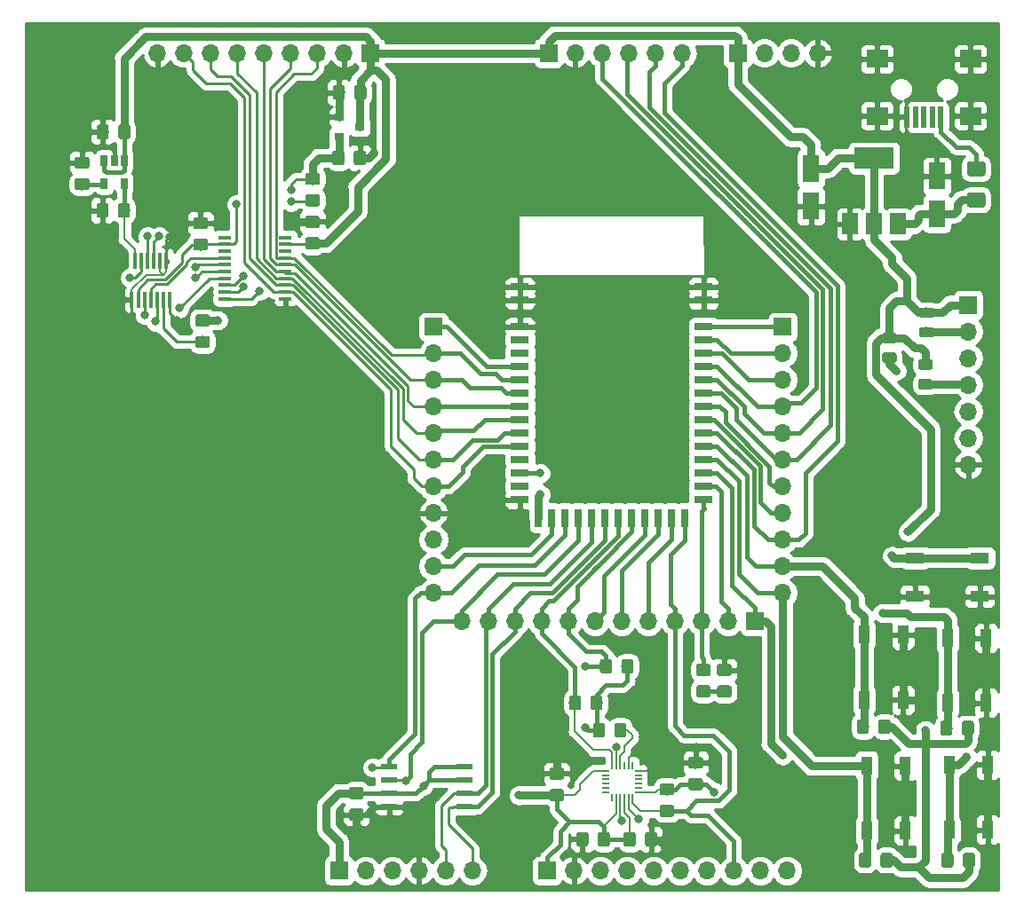
<source format=gbr>
G04 #@! TF.GenerationSoftware,KiCad,Pcbnew,(5.0.0)*
G04 #@! TF.CreationDate,2019-11-03T00:35:12+02:00*
G04 #@! TF.ProjectId,WatchBorad,5761746368426F7261642E6B69636164,rev?*
G04 #@! TF.SameCoordinates,Original*
G04 #@! TF.FileFunction,Copper,L1,Top,Signal*
G04 #@! TF.FilePolarity,Positive*
%FSLAX46Y46*%
G04 Gerber Fmt 4.6, Leading zero omitted, Abs format (unit mm)*
G04 Created by KiCad (PCBNEW (5.0.0)) date 11/03/19 00:35:12*
%MOMM*%
%LPD*%
G01*
G04 APERTURE LIST*
G04 #@! TA.AperFunction,SMDPad,CuDef*
%ADD10R,1.600000X2.600000*%
G04 #@! TD*
G04 #@! TA.AperFunction,SMDPad,CuDef*
%ADD11R,0.300000X1.500000*%
G04 #@! TD*
G04 #@! TA.AperFunction,ComponentPad*
%ADD12R,1.700000X1.700000*%
G04 #@! TD*
G04 #@! TA.AperFunction,ComponentPad*
%ADD13O,1.700000X1.700000*%
G04 #@! TD*
G04 #@! TA.AperFunction,Conductor*
%ADD14C,0.100000*%
G04 #@! TD*
G04 #@! TA.AperFunction,SMDPad,CuDef*
%ADD15C,0.975000*%
G04 #@! TD*
G04 #@! TA.AperFunction,SMDPad,CuDef*
%ADD16R,0.640000X0.220000*%
G04 #@! TD*
G04 #@! TA.AperFunction,SMDPad,CuDef*
%ADD17R,0.220000X0.640000*%
G04 #@! TD*
G04 #@! TA.AperFunction,SMDPad,CuDef*
%ADD18R,1.100000X1.800000*%
G04 #@! TD*
G04 #@! TA.AperFunction,SMDPad,CuDef*
%ADD19C,1.150000*%
G04 #@! TD*
G04 #@! TA.AperFunction,SMDPad,CuDef*
%ADD20R,1.500000X2.000000*%
G04 #@! TD*
G04 #@! TA.AperFunction,SMDPad,CuDef*
%ADD21R,3.800000X2.000000*%
G04 #@! TD*
G04 #@! TA.AperFunction,SMDPad,CuDef*
%ADD22R,1.800000X1.100000*%
G04 #@! TD*
G04 #@! TA.AperFunction,SMDPad,CuDef*
%ADD23R,2.000000X1.700000*%
G04 #@! TD*
G04 #@! TA.AperFunction,SMDPad,CuDef*
%ADD24R,0.500000X2.000000*%
G04 #@! TD*
G04 #@! TA.AperFunction,SMDPad,CuDef*
%ADD25C,1.425000*%
G04 #@! TD*
G04 #@! TA.AperFunction,SMDPad,CuDef*
%ADD26R,0.650000X1.060000*%
G04 #@! TD*
G04 #@! TA.AperFunction,SMDPad,CuDef*
%ADD27R,0.900000X0.800000*%
G04 #@! TD*
G04 #@! TA.AperFunction,SMDPad,CuDef*
%ADD28R,1.800000X0.700000*%
G04 #@! TD*
G04 #@! TA.AperFunction,SMDPad,CuDef*
%ADD29R,0.700000X1.800000*%
G04 #@! TD*
G04 #@! TA.AperFunction,SMDPad,CuDef*
%ADD30R,1.200000X0.400000*%
G04 #@! TD*
G04 #@! TA.AperFunction,SMDPad,CuDef*
%ADD31R,1.610000X0.580000*%
G04 #@! TD*
G04 #@! TA.AperFunction,ViaPad*
%ADD32C,0.800000*%
G04 #@! TD*
G04 #@! TA.AperFunction,Conductor*
%ADD33C,0.250000*%
G04 #@! TD*
G04 #@! TA.AperFunction,Conductor*
%ADD34C,0.400000*%
G04 #@! TD*
G04 #@! TA.AperFunction,Conductor*
%ADD35C,0.200000*%
G04 #@! TD*
G04 #@! TA.AperFunction,Conductor*
%ADD36C,0.800000*%
G04 #@! TD*
G04 #@! TA.AperFunction,Conductor*
%ADD37C,0.254000*%
G04 #@! TD*
G04 APERTURE END LIST*
D10*
G04 #@! TO.P,C6,2*
G04 #@! TO.N,GND*
X117000000Y-83600000D03*
G04 #@! TO.P,C6,1*
G04 #@! TO.N,+3V3*
X117000000Y-80000000D03*
G04 #@! TD*
G04 #@! TO.P,C5,1*
G04 #@! TO.N,+5V*
X129000000Y-84328000D03*
G04 #@! TO.P,C5,2*
G04 #@! TO.N,GND*
X129000000Y-80728000D03*
G04 #@! TD*
D11*
G04 #@! TO.P,U2,13*
G04 #@! TO.N,GND*
X52249000Y-92500000D03*
G04 #@! TO.P,U2,11*
G04 #@! TO.N,+1V8*
X52849000Y-92500000D03*
G04 #@! TO.P,U2,9*
G04 #@! TO.N,/CS_1.8*
X53449000Y-92500000D03*
G04 #@! TO.P,U2,7*
G04 #@! TO.N,/RS_1.8*
X54049000Y-92500000D03*
G04 #@! TO.P,U2,5*
G04 #@! TO.N,/FMARK_1.8*
X54649000Y-92500000D03*
G04 #@! TO.P,U2,3*
G04 #@! TO.N,/LEDA*
X55249000Y-92500000D03*
G04 #@! TO.P,U2,1*
G04 #@! TO.N,GND*
X55849000Y-92500000D03*
G04 #@! TO.P,U2,12*
G04 #@! TO.N,+2V8*
X52549000Y-88850000D03*
G04 #@! TO.P,U2,10*
G04 #@! TO.N,/RESET_1.8*
X53149000Y-88850000D03*
G04 #@! TO.P,U2,8*
G04 #@! TO.N,/SCLK_1.8*
X53749000Y-88850000D03*
G04 #@! TO.P,U2,6*
G04 #@! TO.N,/SDA_1.8*
X54349000Y-88850000D03*
G04 #@! TO.P,U2,4*
G04 #@! TO.N,GND*
X54949000Y-88850000D03*
G04 #@! TO.P,U2,2*
X55549000Y-88850000D03*
G04 #@! TD*
D12*
G04 #@! TO.P,J10,1*
G04 #@! TO.N,+3V3*
X132000001Y-93011001D03*
D13*
G04 #@! TO.P,J10,2*
G04 #@! TO.N,/HEART_SCL*
X132000001Y-95551001D03*
G04 #@! TO.P,J10,3*
G04 #@! TO.N,/HEART_SDA*
X132000001Y-98091001D03*
G04 #@! TO.P,J10,4*
G04 #@! TO.N,/HEART_INT*
X132000001Y-100631001D03*
G04 #@! TO.P,J10,5*
G04 #@! TO.N,/HEART_IRD*
X132000001Y-103171001D03*
G04 #@! TO.P,J10,6*
G04 #@! TO.N,/HEART_RD*
X132000001Y-105711001D03*
G04 #@! TO.P,J10,7*
G04 #@! TO.N,GND*
X132000001Y-108251001D03*
G04 #@! TD*
D14*
G04 #@! TO.N,+3V3*
G04 #@! TO.C,R14*
G36*
X128369142Y-98222674D02*
X128392803Y-98226184D01*
X128416007Y-98231996D01*
X128438529Y-98240054D01*
X128460153Y-98250282D01*
X128480670Y-98262579D01*
X128499883Y-98276829D01*
X128517607Y-98292893D01*
X128533671Y-98310617D01*
X128547921Y-98329830D01*
X128560218Y-98350347D01*
X128570446Y-98371971D01*
X128578504Y-98394493D01*
X128584316Y-98417697D01*
X128587826Y-98441358D01*
X128589000Y-98465250D01*
X128589000Y-98952750D01*
X128587826Y-98976642D01*
X128584316Y-99000303D01*
X128578504Y-99023507D01*
X128570446Y-99046029D01*
X128560218Y-99067653D01*
X128547921Y-99088170D01*
X128533671Y-99107383D01*
X128517607Y-99125107D01*
X128499883Y-99141171D01*
X128480670Y-99155421D01*
X128460153Y-99167718D01*
X128438529Y-99177946D01*
X128416007Y-99186004D01*
X128392803Y-99191816D01*
X128369142Y-99195326D01*
X128345250Y-99196500D01*
X127432750Y-99196500D01*
X127408858Y-99195326D01*
X127385197Y-99191816D01*
X127361993Y-99186004D01*
X127339471Y-99177946D01*
X127317847Y-99167718D01*
X127297330Y-99155421D01*
X127278117Y-99141171D01*
X127260393Y-99125107D01*
X127244329Y-99107383D01*
X127230079Y-99088170D01*
X127217782Y-99067653D01*
X127207554Y-99046029D01*
X127199496Y-99023507D01*
X127193684Y-99000303D01*
X127190174Y-98976642D01*
X127189000Y-98952750D01*
X127189000Y-98465250D01*
X127190174Y-98441358D01*
X127193684Y-98417697D01*
X127199496Y-98394493D01*
X127207554Y-98371971D01*
X127217782Y-98350347D01*
X127230079Y-98329830D01*
X127244329Y-98310617D01*
X127260393Y-98292893D01*
X127278117Y-98276829D01*
X127297330Y-98262579D01*
X127317847Y-98250282D01*
X127339471Y-98240054D01*
X127361993Y-98231996D01*
X127385197Y-98226184D01*
X127408858Y-98222674D01*
X127432750Y-98221500D01*
X128345250Y-98221500D01*
X128369142Y-98222674D01*
X128369142Y-98222674D01*
G37*
D15*
G04 #@! TD*
G04 #@! TO.P,R14,1*
G04 #@! TO.N,+3V3*
X127889000Y-98709000D03*
D14*
G04 #@! TO.N,/HEART_INT*
G04 #@! TO.C,R14*
G36*
X128369142Y-100097674D02*
X128392803Y-100101184D01*
X128416007Y-100106996D01*
X128438529Y-100115054D01*
X128460153Y-100125282D01*
X128480670Y-100137579D01*
X128499883Y-100151829D01*
X128517607Y-100167893D01*
X128533671Y-100185617D01*
X128547921Y-100204830D01*
X128560218Y-100225347D01*
X128570446Y-100246971D01*
X128578504Y-100269493D01*
X128584316Y-100292697D01*
X128587826Y-100316358D01*
X128589000Y-100340250D01*
X128589000Y-100827750D01*
X128587826Y-100851642D01*
X128584316Y-100875303D01*
X128578504Y-100898507D01*
X128570446Y-100921029D01*
X128560218Y-100942653D01*
X128547921Y-100963170D01*
X128533671Y-100982383D01*
X128517607Y-101000107D01*
X128499883Y-101016171D01*
X128480670Y-101030421D01*
X128460153Y-101042718D01*
X128438529Y-101052946D01*
X128416007Y-101061004D01*
X128392803Y-101066816D01*
X128369142Y-101070326D01*
X128345250Y-101071500D01*
X127432750Y-101071500D01*
X127408858Y-101070326D01*
X127385197Y-101066816D01*
X127361993Y-101061004D01*
X127339471Y-101052946D01*
X127317847Y-101042718D01*
X127297330Y-101030421D01*
X127278117Y-101016171D01*
X127260393Y-101000107D01*
X127244329Y-100982383D01*
X127230079Y-100963170D01*
X127217782Y-100942653D01*
X127207554Y-100921029D01*
X127199496Y-100898507D01*
X127193684Y-100875303D01*
X127190174Y-100851642D01*
X127189000Y-100827750D01*
X127189000Y-100340250D01*
X127190174Y-100316358D01*
X127193684Y-100292697D01*
X127199496Y-100269493D01*
X127207554Y-100246971D01*
X127217782Y-100225347D01*
X127230079Y-100204830D01*
X127244329Y-100185617D01*
X127260393Y-100167893D01*
X127278117Y-100151829D01*
X127297330Y-100137579D01*
X127317847Y-100125282D01*
X127339471Y-100115054D01*
X127361993Y-100106996D01*
X127385197Y-100101184D01*
X127408858Y-100097674D01*
X127432750Y-100096500D01*
X128345250Y-100096500D01*
X128369142Y-100097674D01*
X128369142Y-100097674D01*
G37*
D15*
G04 #@! TD*
G04 #@! TO.P,R14,2*
G04 #@! TO.N,/HEART_INT*
X127889000Y-100584000D03*
D14*
G04 #@! TO.N,/HEART_SDA*
G04 #@! TO.C,R13*
G36*
X124940142Y-97557674D02*
X124963803Y-97561184D01*
X124987007Y-97566996D01*
X125009529Y-97575054D01*
X125031153Y-97585282D01*
X125051670Y-97597579D01*
X125070883Y-97611829D01*
X125088607Y-97627893D01*
X125104671Y-97645617D01*
X125118921Y-97664830D01*
X125131218Y-97685347D01*
X125141446Y-97706971D01*
X125149504Y-97729493D01*
X125155316Y-97752697D01*
X125158826Y-97776358D01*
X125160000Y-97800250D01*
X125160000Y-98287750D01*
X125158826Y-98311642D01*
X125155316Y-98335303D01*
X125149504Y-98358507D01*
X125141446Y-98381029D01*
X125131218Y-98402653D01*
X125118921Y-98423170D01*
X125104671Y-98442383D01*
X125088607Y-98460107D01*
X125070883Y-98476171D01*
X125051670Y-98490421D01*
X125031153Y-98502718D01*
X125009529Y-98512946D01*
X124987007Y-98521004D01*
X124963803Y-98526816D01*
X124940142Y-98530326D01*
X124916250Y-98531500D01*
X124003750Y-98531500D01*
X123979858Y-98530326D01*
X123956197Y-98526816D01*
X123932993Y-98521004D01*
X123910471Y-98512946D01*
X123888847Y-98502718D01*
X123868330Y-98490421D01*
X123849117Y-98476171D01*
X123831393Y-98460107D01*
X123815329Y-98442383D01*
X123801079Y-98423170D01*
X123788782Y-98402653D01*
X123778554Y-98381029D01*
X123770496Y-98358507D01*
X123764684Y-98335303D01*
X123761174Y-98311642D01*
X123760000Y-98287750D01*
X123760000Y-97800250D01*
X123761174Y-97776358D01*
X123764684Y-97752697D01*
X123770496Y-97729493D01*
X123778554Y-97706971D01*
X123788782Y-97685347D01*
X123801079Y-97664830D01*
X123815329Y-97645617D01*
X123831393Y-97627893D01*
X123849117Y-97611829D01*
X123868330Y-97597579D01*
X123888847Y-97585282D01*
X123910471Y-97575054D01*
X123932993Y-97566996D01*
X123956197Y-97561184D01*
X123979858Y-97557674D01*
X124003750Y-97556500D01*
X124916250Y-97556500D01*
X124940142Y-97557674D01*
X124940142Y-97557674D01*
G37*
D15*
G04 #@! TD*
G04 #@! TO.P,R13,2*
G04 #@! TO.N,/HEART_SDA*
X124460000Y-98044000D03*
D14*
G04 #@! TO.N,+3V3*
G04 #@! TO.C,R13*
G36*
X124940142Y-95682674D02*
X124963803Y-95686184D01*
X124987007Y-95691996D01*
X125009529Y-95700054D01*
X125031153Y-95710282D01*
X125051670Y-95722579D01*
X125070883Y-95736829D01*
X125088607Y-95752893D01*
X125104671Y-95770617D01*
X125118921Y-95789830D01*
X125131218Y-95810347D01*
X125141446Y-95831971D01*
X125149504Y-95854493D01*
X125155316Y-95877697D01*
X125158826Y-95901358D01*
X125160000Y-95925250D01*
X125160000Y-96412750D01*
X125158826Y-96436642D01*
X125155316Y-96460303D01*
X125149504Y-96483507D01*
X125141446Y-96506029D01*
X125131218Y-96527653D01*
X125118921Y-96548170D01*
X125104671Y-96567383D01*
X125088607Y-96585107D01*
X125070883Y-96601171D01*
X125051670Y-96615421D01*
X125031153Y-96627718D01*
X125009529Y-96637946D01*
X124987007Y-96646004D01*
X124963803Y-96651816D01*
X124940142Y-96655326D01*
X124916250Y-96656500D01*
X124003750Y-96656500D01*
X123979858Y-96655326D01*
X123956197Y-96651816D01*
X123932993Y-96646004D01*
X123910471Y-96637946D01*
X123888847Y-96627718D01*
X123868330Y-96615421D01*
X123849117Y-96601171D01*
X123831393Y-96585107D01*
X123815329Y-96567383D01*
X123801079Y-96548170D01*
X123788782Y-96527653D01*
X123778554Y-96506029D01*
X123770496Y-96483507D01*
X123764684Y-96460303D01*
X123761174Y-96436642D01*
X123760000Y-96412750D01*
X123760000Y-95925250D01*
X123761174Y-95901358D01*
X123764684Y-95877697D01*
X123770496Y-95854493D01*
X123778554Y-95831971D01*
X123788782Y-95810347D01*
X123801079Y-95789830D01*
X123815329Y-95770617D01*
X123831393Y-95752893D01*
X123849117Y-95736829D01*
X123868330Y-95722579D01*
X123888847Y-95710282D01*
X123910471Y-95700054D01*
X123932993Y-95691996D01*
X123956197Y-95686184D01*
X123979858Y-95682674D01*
X124003750Y-95681500D01*
X124916250Y-95681500D01*
X124940142Y-95682674D01*
X124940142Y-95682674D01*
G37*
D15*
G04 #@! TD*
G04 #@! TO.P,R13,1*
G04 #@! TO.N,+3V3*
X124460000Y-96169000D03*
D14*
G04 #@! TO.N,+3V3*
G04 #@! TO.C,R12*
G36*
X128496142Y-93269674D02*
X128519803Y-93273184D01*
X128543007Y-93278996D01*
X128565529Y-93287054D01*
X128587153Y-93297282D01*
X128607670Y-93309579D01*
X128626883Y-93323829D01*
X128644607Y-93339893D01*
X128660671Y-93357617D01*
X128674921Y-93376830D01*
X128687218Y-93397347D01*
X128697446Y-93418971D01*
X128705504Y-93441493D01*
X128711316Y-93464697D01*
X128714826Y-93488358D01*
X128716000Y-93512250D01*
X128716000Y-93999750D01*
X128714826Y-94023642D01*
X128711316Y-94047303D01*
X128705504Y-94070507D01*
X128697446Y-94093029D01*
X128687218Y-94114653D01*
X128674921Y-94135170D01*
X128660671Y-94154383D01*
X128644607Y-94172107D01*
X128626883Y-94188171D01*
X128607670Y-94202421D01*
X128587153Y-94214718D01*
X128565529Y-94224946D01*
X128543007Y-94233004D01*
X128519803Y-94238816D01*
X128496142Y-94242326D01*
X128472250Y-94243500D01*
X127559750Y-94243500D01*
X127535858Y-94242326D01*
X127512197Y-94238816D01*
X127488993Y-94233004D01*
X127466471Y-94224946D01*
X127444847Y-94214718D01*
X127424330Y-94202421D01*
X127405117Y-94188171D01*
X127387393Y-94172107D01*
X127371329Y-94154383D01*
X127357079Y-94135170D01*
X127344782Y-94114653D01*
X127334554Y-94093029D01*
X127326496Y-94070507D01*
X127320684Y-94047303D01*
X127317174Y-94023642D01*
X127316000Y-93999750D01*
X127316000Y-93512250D01*
X127317174Y-93488358D01*
X127320684Y-93464697D01*
X127326496Y-93441493D01*
X127334554Y-93418971D01*
X127344782Y-93397347D01*
X127357079Y-93376830D01*
X127371329Y-93357617D01*
X127387393Y-93339893D01*
X127405117Y-93323829D01*
X127424330Y-93309579D01*
X127444847Y-93297282D01*
X127466471Y-93287054D01*
X127488993Y-93278996D01*
X127512197Y-93273184D01*
X127535858Y-93269674D01*
X127559750Y-93268500D01*
X128472250Y-93268500D01*
X128496142Y-93269674D01*
X128496142Y-93269674D01*
G37*
D15*
G04 #@! TD*
G04 #@! TO.P,R12,1*
G04 #@! TO.N,+3V3*
X128016000Y-93756000D03*
D14*
G04 #@! TO.N,/HEART_SCL*
G04 #@! TO.C,R12*
G36*
X128496142Y-95144674D02*
X128519803Y-95148184D01*
X128543007Y-95153996D01*
X128565529Y-95162054D01*
X128587153Y-95172282D01*
X128607670Y-95184579D01*
X128626883Y-95198829D01*
X128644607Y-95214893D01*
X128660671Y-95232617D01*
X128674921Y-95251830D01*
X128687218Y-95272347D01*
X128697446Y-95293971D01*
X128705504Y-95316493D01*
X128711316Y-95339697D01*
X128714826Y-95363358D01*
X128716000Y-95387250D01*
X128716000Y-95874750D01*
X128714826Y-95898642D01*
X128711316Y-95922303D01*
X128705504Y-95945507D01*
X128697446Y-95968029D01*
X128687218Y-95989653D01*
X128674921Y-96010170D01*
X128660671Y-96029383D01*
X128644607Y-96047107D01*
X128626883Y-96063171D01*
X128607670Y-96077421D01*
X128587153Y-96089718D01*
X128565529Y-96099946D01*
X128543007Y-96108004D01*
X128519803Y-96113816D01*
X128496142Y-96117326D01*
X128472250Y-96118500D01*
X127559750Y-96118500D01*
X127535858Y-96117326D01*
X127512197Y-96113816D01*
X127488993Y-96108004D01*
X127466471Y-96099946D01*
X127444847Y-96089718D01*
X127424330Y-96077421D01*
X127405117Y-96063171D01*
X127387393Y-96047107D01*
X127371329Y-96029383D01*
X127357079Y-96010170D01*
X127344782Y-95989653D01*
X127334554Y-95968029D01*
X127326496Y-95945507D01*
X127320684Y-95922303D01*
X127317174Y-95898642D01*
X127316000Y-95874750D01*
X127316000Y-95387250D01*
X127317174Y-95363358D01*
X127320684Y-95339697D01*
X127326496Y-95316493D01*
X127334554Y-95293971D01*
X127344782Y-95272347D01*
X127357079Y-95251830D01*
X127371329Y-95232617D01*
X127387393Y-95214893D01*
X127405117Y-95198829D01*
X127424330Y-95184579D01*
X127444847Y-95172282D01*
X127466471Y-95162054D01*
X127488993Y-95153996D01*
X127512197Y-95148184D01*
X127535858Y-95144674D01*
X127559750Y-95143500D01*
X128472250Y-95143500D01*
X128496142Y-95144674D01*
X128496142Y-95144674D01*
G37*
D15*
G04 #@! TD*
G04 #@! TO.P,R12,2*
G04 #@! TO.N,/HEART_SCL*
X128016000Y-95631000D03*
D12*
G04 #@! TO.P,J9,1*
G04 #@! TO.N,/P_15*
X111633000Y-123190000D03*
D13*
G04 #@! TO.P,J9,2*
G04 #@! TO.N,/MPU_SYNC*
X109093000Y-123190000D03*
G04 #@! TO.P,J9,3*
G04 #@! TO.N,/BRD_LED_P13*
X106553000Y-123190000D03*
G04 #@! TO.P,J9,4*
G04 #@! TO.N,/MPU_INT*
X104013000Y-123190000D03*
G04 #@! TO.P,J9,5*
G04 #@! TO.N,/MPU_ADO*
X101473000Y-123190000D03*
G04 #@! TO.P,J9,6*
G04 #@! TO.N,/P_10*
X98933000Y-123190000D03*
G04 #@! TO.P,J9,7*
G04 #@! TO.N,/P_09*
X96393000Y-123190000D03*
G04 #@! TO.P,J9,8*
G04 #@! TO.N,/MPU_SCLK*
X93853000Y-123190000D03*
G04 #@! TO.P,J9,9*
G04 #@! TO.N,/MPU_SDA*
X91313000Y-123190000D03*
G04 #@! TO.P,J9,10*
G04 #@! TO.N,/FLASH_MOSI*
X88773000Y-123190000D03*
G04 #@! TO.P,J9,11*
G04 #@! TO.N,/FLASH_SCK*
X86233000Y-123190000D03*
G04 #@! TO.P,J9,12*
G04 #@! TO.N,/FLASH_MISO*
X83693000Y-123190000D03*
G04 #@! TD*
D16*
G04 #@! TO.P,U8,1*
G04 #@! TO.N,+3V3*
X97455000Y-137500000D03*
G04 #@! TO.P,U8,2*
G04 #@! TO.N,N/C*
X97455000Y-137900000D03*
G04 #@! TO.P,U8,3*
X97455000Y-138300000D03*
G04 #@! TO.P,U8,4*
X97455000Y-138700000D03*
G04 #@! TO.P,U8,5*
X97455000Y-139100000D03*
G04 #@! TO.P,U8,6*
X97455000Y-139500000D03*
D17*
G04 #@! TO.P,U8,7*
G04 #@! TO.N,Net-(U8-Pad7)*
X98000000Y-140045000D03*
G04 #@! TO.P,U8,8*
G04 #@! TO.N,+3V3*
X98400000Y-140045000D03*
G04 #@! TO.P,U8,9*
G04 #@! TO.N,/MPU_ADO*
X98800000Y-140045000D03*
G04 #@! TO.P,U8,10*
G04 #@! TO.N,+3V3*
X99200000Y-140045000D03*
G04 #@! TO.P,U8,11*
G04 #@! TO.N,/MPU_SYNC*
X99600000Y-140045000D03*
G04 #@! TO.P,U8,12*
G04 #@! TO.N,/MPU_INT*
X100000000Y-140045000D03*
D16*
G04 #@! TO.P,U8,13*
G04 #@! TO.N,+3V3*
X100545000Y-139500000D03*
G04 #@! TO.P,U8,14*
G04 #@! TO.N,N/C*
X100545000Y-139100000D03*
G04 #@! TO.P,U8,15*
X100545000Y-138700000D03*
G04 #@! TO.P,U8,16*
X100545000Y-138300000D03*
G04 #@! TO.P,U8,17*
X100545000Y-137900000D03*
G04 #@! TO.P,U8,18*
G04 #@! TO.N,GND*
X100545000Y-137500000D03*
D17*
G04 #@! TO.P,U8,19*
G04 #@! TO.N,Net-(U8-Pad19)*
X100000000Y-136955000D03*
G04 #@! TO.P,U8,20*
G04 #@! TO.N,GND*
X99600000Y-136955000D03*
G04 #@! TO.P,U8,21*
G04 #@! TO.N,Net-(U8-Pad21)*
X99200000Y-136955000D03*
G04 #@! TO.P,U8,22*
G04 #@! TO.N,Net-(R6-Pad2)*
X98800000Y-136955000D03*
G04 #@! TO.P,U8,23*
G04 #@! TO.N,/MPU_SCLK*
X98400000Y-136955000D03*
G04 #@! TO.P,U8,24*
G04 #@! TO.N,/MPU_SDA*
X98000000Y-136955000D03*
G04 #@! TD*
D18*
G04 #@! TO.P,SW4,2*
G04 #@! TO.N,/P_19*
X130000000Y-131000000D03*
X130000000Y-124800000D03*
G04 #@! TO.P,SW4,1*
G04 #@! TO.N,GND*
X133700000Y-131000000D03*
X133700000Y-124800000D03*
G04 #@! TD*
G04 #@! TO.P,SW3,2*
G04 #@! TO.N,/P_15*
X130150000Y-143100000D03*
X130150000Y-136900000D03*
G04 #@! TO.P,SW3,1*
G04 #@! TO.N,GND*
X133850000Y-143100000D03*
X133850000Y-136900000D03*
G04 #@! TD*
D14*
G04 #@! TO.N,+3V3*
G04 #@! TO.C,R11*
G36*
X132299505Y-132701204D02*
X132323773Y-132704804D01*
X132347572Y-132710765D01*
X132370671Y-132719030D01*
X132392850Y-132729520D01*
X132413893Y-132742132D01*
X132433599Y-132756747D01*
X132451777Y-132773223D01*
X132468253Y-132791401D01*
X132482868Y-132811107D01*
X132495480Y-132832150D01*
X132505970Y-132854329D01*
X132514235Y-132877428D01*
X132520196Y-132901227D01*
X132523796Y-132925495D01*
X132525000Y-132949999D01*
X132525000Y-133850001D01*
X132523796Y-133874505D01*
X132520196Y-133898773D01*
X132514235Y-133922572D01*
X132505970Y-133945671D01*
X132495480Y-133967850D01*
X132482868Y-133988893D01*
X132468253Y-134008599D01*
X132451777Y-134026777D01*
X132433599Y-134043253D01*
X132413893Y-134057868D01*
X132392850Y-134070480D01*
X132370671Y-134080970D01*
X132347572Y-134089235D01*
X132323773Y-134095196D01*
X132299505Y-134098796D01*
X132275001Y-134100000D01*
X131624999Y-134100000D01*
X131600495Y-134098796D01*
X131576227Y-134095196D01*
X131552428Y-134089235D01*
X131529329Y-134080970D01*
X131507150Y-134070480D01*
X131486107Y-134057868D01*
X131466401Y-134043253D01*
X131448223Y-134026777D01*
X131431747Y-134008599D01*
X131417132Y-133988893D01*
X131404520Y-133967850D01*
X131394030Y-133945671D01*
X131385765Y-133922572D01*
X131379804Y-133898773D01*
X131376204Y-133874505D01*
X131375000Y-133850001D01*
X131375000Y-132949999D01*
X131376204Y-132925495D01*
X131379804Y-132901227D01*
X131385765Y-132877428D01*
X131394030Y-132854329D01*
X131404520Y-132832150D01*
X131417132Y-132811107D01*
X131431747Y-132791401D01*
X131448223Y-132773223D01*
X131466401Y-132756747D01*
X131486107Y-132742132D01*
X131507150Y-132729520D01*
X131529329Y-132719030D01*
X131552428Y-132710765D01*
X131576227Y-132704804D01*
X131600495Y-132701204D01*
X131624999Y-132700000D01*
X132275001Y-132700000D01*
X132299505Y-132701204D01*
X132299505Y-132701204D01*
G37*
D19*
G04 #@! TD*
G04 #@! TO.P,R11,2*
G04 #@! TO.N,+3V3*
X131950000Y-133400000D03*
D14*
G04 #@! TO.N,/P_19*
G04 #@! TO.C,R11*
G36*
X130249505Y-132701204D02*
X130273773Y-132704804D01*
X130297572Y-132710765D01*
X130320671Y-132719030D01*
X130342850Y-132729520D01*
X130363893Y-132742132D01*
X130383599Y-132756747D01*
X130401777Y-132773223D01*
X130418253Y-132791401D01*
X130432868Y-132811107D01*
X130445480Y-132832150D01*
X130455970Y-132854329D01*
X130464235Y-132877428D01*
X130470196Y-132901227D01*
X130473796Y-132925495D01*
X130475000Y-132949999D01*
X130475000Y-133850001D01*
X130473796Y-133874505D01*
X130470196Y-133898773D01*
X130464235Y-133922572D01*
X130455970Y-133945671D01*
X130445480Y-133967850D01*
X130432868Y-133988893D01*
X130418253Y-134008599D01*
X130401777Y-134026777D01*
X130383599Y-134043253D01*
X130363893Y-134057868D01*
X130342850Y-134070480D01*
X130320671Y-134080970D01*
X130297572Y-134089235D01*
X130273773Y-134095196D01*
X130249505Y-134098796D01*
X130225001Y-134100000D01*
X129574999Y-134100000D01*
X129550495Y-134098796D01*
X129526227Y-134095196D01*
X129502428Y-134089235D01*
X129479329Y-134080970D01*
X129457150Y-134070480D01*
X129436107Y-134057868D01*
X129416401Y-134043253D01*
X129398223Y-134026777D01*
X129381747Y-134008599D01*
X129367132Y-133988893D01*
X129354520Y-133967850D01*
X129344030Y-133945671D01*
X129335765Y-133922572D01*
X129329804Y-133898773D01*
X129326204Y-133874505D01*
X129325000Y-133850001D01*
X129325000Y-132949999D01*
X129326204Y-132925495D01*
X129329804Y-132901227D01*
X129335765Y-132877428D01*
X129344030Y-132854329D01*
X129354520Y-132832150D01*
X129367132Y-132811107D01*
X129381747Y-132791401D01*
X129398223Y-132773223D01*
X129416401Y-132756747D01*
X129436107Y-132742132D01*
X129457150Y-132729520D01*
X129479329Y-132719030D01*
X129502428Y-132710765D01*
X129526227Y-132704804D01*
X129550495Y-132701204D01*
X129574999Y-132700000D01*
X130225001Y-132700000D01*
X130249505Y-132701204D01*
X130249505Y-132701204D01*
G37*
D19*
G04 #@! TD*
G04 #@! TO.P,R11,1*
G04 #@! TO.N,/P_19*
X129900000Y-133400000D03*
D14*
G04 #@! TO.N,/P_15*
G04 #@! TO.C,R10*
G36*
X130349505Y-145301204D02*
X130373773Y-145304804D01*
X130397572Y-145310765D01*
X130420671Y-145319030D01*
X130442850Y-145329520D01*
X130463893Y-145342132D01*
X130483599Y-145356747D01*
X130501777Y-145373223D01*
X130518253Y-145391401D01*
X130532868Y-145411107D01*
X130545480Y-145432150D01*
X130555970Y-145454329D01*
X130564235Y-145477428D01*
X130570196Y-145501227D01*
X130573796Y-145525495D01*
X130575000Y-145549999D01*
X130575000Y-146450001D01*
X130573796Y-146474505D01*
X130570196Y-146498773D01*
X130564235Y-146522572D01*
X130555970Y-146545671D01*
X130545480Y-146567850D01*
X130532868Y-146588893D01*
X130518253Y-146608599D01*
X130501777Y-146626777D01*
X130483599Y-146643253D01*
X130463893Y-146657868D01*
X130442850Y-146670480D01*
X130420671Y-146680970D01*
X130397572Y-146689235D01*
X130373773Y-146695196D01*
X130349505Y-146698796D01*
X130325001Y-146700000D01*
X129674999Y-146700000D01*
X129650495Y-146698796D01*
X129626227Y-146695196D01*
X129602428Y-146689235D01*
X129579329Y-146680970D01*
X129557150Y-146670480D01*
X129536107Y-146657868D01*
X129516401Y-146643253D01*
X129498223Y-146626777D01*
X129481747Y-146608599D01*
X129467132Y-146588893D01*
X129454520Y-146567850D01*
X129444030Y-146545671D01*
X129435765Y-146522572D01*
X129429804Y-146498773D01*
X129426204Y-146474505D01*
X129425000Y-146450001D01*
X129425000Y-145549999D01*
X129426204Y-145525495D01*
X129429804Y-145501227D01*
X129435765Y-145477428D01*
X129444030Y-145454329D01*
X129454520Y-145432150D01*
X129467132Y-145411107D01*
X129481747Y-145391401D01*
X129498223Y-145373223D01*
X129516401Y-145356747D01*
X129536107Y-145342132D01*
X129557150Y-145329520D01*
X129579329Y-145319030D01*
X129602428Y-145310765D01*
X129626227Y-145304804D01*
X129650495Y-145301204D01*
X129674999Y-145300000D01*
X130325001Y-145300000D01*
X130349505Y-145301204D01*
X130349505Y-145301204D01*
G37*
D19*
G04 #@! TD*
G04 #@! TO.P,R10,2*
G04 #@! TO.N,/P_15*
X130000000Y-146000000D03*
D14*
G04 #@! TO.N,+3V3*
G04 #@! TO.C,R10*
G36*
X132399505Y-145301204D02*
X132423773Y-145304804D01*
X132447572Y-145310765D01*
X132470671Y-145319030D01*
X132492850Y-145329520D01*
X132513893Y-145342132D01*
X132533599Y-145356747D01*
X132551777Y-145373223D01*
X132568253Y-145391401D01*
X132582868Y-145411107D01*
X132595480Y-145432150D01*
X132605970Y-145454329D01*
X132614235Y-145477428D01*
X132620196Y-145501227D01*
X132623796Y-145525495D01*
X132625000Y-145549999D01*
X132625000Y-146450001D01*
X132623796Y-146474505D01*
X132620196Y-146498773D01*
X132614235Y-146522572D01*
X132605970Y-146545671D01*
X132595480Y-146567850D01*
X132582868Y-146588893D01*
X132568253Y-146608599D01*
X132551777Y-146626777D01*
X132533599Y-146643253D01*
X132513893Y-146657868D01*
X132492850Y-146670480D01*
X132470671Y-146680970D01*
X132447572Y-146689235D01*
X132423773Y-146695196D01*
X132399505Y-146698796D01*
X132375001Y-146700000D01*
X131724999Y-146700000D01*
X131700495Y-146698796D01*
X131676227Y-146695196D01*
X131652428Y-146689235D01*
X131629329Y-146680970D01*
X131607150Y-146670480D01*
X131586107Y-146657868D01*
X131566401Y-146643253D01*
X131548223Y-146626777D01*
X131531747Y-146608599D01*
X131517132Y-146588893D01*
X131504520Y-146567850D01*
X131494030Y-146545671D01*
X131485765Y-146522572D01*
X131479804Y-146498773D01*
X131476204Y-146474505D01*
X131475000Y-146450001D01*
X131475000Y-145549999D01*
X131476204Y-145525495D01*
X131479804Y-145501227D01*
X131485765Y-145477428D01*
X131494030Y-145454329D01*
X131504520Y-145432150D01*
X131517132Y-145411107D01*
X131531747Y-145391401D01*
X131548223Y-145373223D01*
X131566401Y-145356747D01*
X131586107Y-145342132D01*
X131607150Y-145329520D01*
X131629329Y-145319030D01*
X131652428Y-145310765D01*
X131676227Y-145304804D01*
X131700495Y-145301204D01*
X131724999Y-145300000D01*
X132375001Y-145300000D01*
X132399505Y-145301204D01*
X132399505Y-145301204D01*
G37*
D19*
G04 #@! TD*
G04 #@! TO.P,R10,1*
G04 #@! TO.N,+3V3*
X132050000Y-146000000D03*
D12*
G04 #@! TO.P,J8,1*
G04 #@! TO.N,/HEART_SCL*
X114300000Y-95100000D03*
D13*
G04 #@! TO.P,J8,2*
G04 #@! TO.N,/HEART_SDA*
X114300000Y-97640000D03*
G04 #@! TO.P,J8,3*
G04 #@! TO.N,/HEART_INT*
X114300000Y-100180000D03*
G04 #@! TO.P,J8,4*
G04 #@! TO.N,/SWD_SWDIO*
X114300000Y-102720000D03*
G04 #@! TO.P,J8,5*
G04 #@! TO.N,/SWD_SWDCLK*
X114300000Y-105260000D03*
G04 #@! TO.P,J8,6*
G04 #@! TO.N,/SWD_RESET*
X114300000Y-107800000D03*
G04 #@! TO.P,J8,7*
G04 #@! TO.N,/DFU*
X114300000Y-110340000D03*
G04 #@! TO.P,J8,8*
G04 #@! TO.N,/P_19*
X114300000Y-112880000D03*
G04 #@! TO.P,J8,9*
G04 #@! TO.N,/SWD_SWO*
X114300000Y-115420000D03*
G04 #@! TO.P,J8,10*
G04 #@! TO.N,/P_17*
X114300000Y-117960000D03*
G04 #@! TO.P,J8,11*
G04 #@! TO.N,/P_16*
X114300000Y-120500000D03*
G04 #@! TD*
D12*
G04 #@! TO.P,J7,1*
G04 #@! TO.N,/P_25*
X81000000Y-95100000D03*
D13*
G04 #@! TO.P,J7,2*
G04 #@! TO.N,/DISP_RS*
X81000000Y-97640000D03*
G04 #@! TO.P,J7,3*
G04 #@! TO.N,/DISP_SDA*
X81000000Y-100180000D03*
G04 #@! TO.P,J7,4*
G04 #@! TO.N,/DISP_SCLK*
X81000000Y-102720000D03*
G04 #@! TO.P,J7,5*
G04 #@! TO.N,/DISP_FMARK*
X81000000Y-105260000D03*
G04 #@! TO.P,J7,6*
G04 #@! TO.N,/DISP_CS*
X81000000Y-107800000D03*
G04 #@! TO.P,J7,7*
G04 #@! TO.N,/DISP_RESET*
X81000000Y-110340000D03*
G04 #@! TO.P,J7,8*
G04 #@! TO.N,GND*
X81000000Y-112880000D03*
G04 #@! TO.P,J7,9*
G04 #@! TO.N,Net-(J7-Pad9)*
X81000000Y-115420000D03*
G04 #@! TO.P,J7,10*
G04 #@! TO.N,/P_02*
X81000000Y-117960000D03*
G04 #@! TO.P,J7,11*
G04 #@! TO.N,/FLASH_CS*
X81000000Y-120500000D03*
G04 #@! TD*
D20*
G04 #@! TO.P,U4,1*
G04 #@! TO.N,GND*
X120700000Y-85300000D03*
G04 #@! TO.P,U4,3*
G04 #@! TO.N,+5V*
X125300000Y-85300000D03*
G04 #@! TO.P,U4,2*
G04 #@! TO.N,+3V3*
X123000000Y-85300000D03*
D21*
X123000000Y-79000000D03*
G04 #@! TD*
D22*
G04 #@! TO.P,RESET1,2*
G04 #@! TO.N,GND*
X133100000Y-120850000D03*
X126900000Y-120850000D03*
G04 #@! TO.P,RESET1,1*
G04 #@! TO.N,/SWD_RESET*
X133100000Y-117150000D03*
X126900000Y-117150000D03*
G04 #@! TD*
D14*
G04 #@! TO.N,Net-(D1-Pad2)*
G04 #@! TO.C,R3*
G36*
X107207505Y-129327204D02*
X107231773Y-129330804D01*
X107255572Y-129336765D01*
X107278671Y-129345030D01*
X107300850Y-129355520D01*
X107321893Y-129368132D01*
X107341599Y-129382747D01*
X107359777Y-129399223D01*
X107376253Y-129417401D01*
X107390868Y-129437107D01*
X107403480Y-129458150D01*
X107413970Y-129480329D01*
X107422235Y-129503428D01*
X107428196Y-129527227D01*
X107431796Y-129551495D01*
X107433000Y-129575999D01*
X107433000Y-130226001D01*
X107431796Y-130250505D01*
X107428196Y-130274773D01*
X107422235Y-130298572D01*
X107413970Y-130321671D01*
X107403480Y-130343850D01*
X107390868Y-130364893D01*
X107376253Y-130384599D01*
X107359777Y-130402777D01*
X107341599Y-130419253D01*
X107321893Y-130433868D01*
X107300850Y-130446480D01*
X107278671Y-130456970D01*
X107255572Y-130465235D01*
X107231773Y-130471196D01*
X107207505Y-130474796D01*
X107183001Y-130476000D01*
X106282999Y-130476000D01*
X106258495Y-130474796D01*
X106234227Y-130471196D01*
X106210428Y-130465235D01*
X106187329Y-130456970D01*
X106165150Y-130446480D01*
X106144107Y-130433868D01*
X106124401Y-130419253D01*
X106106223Y-130402777D01*
X106089747Y-130384599D01*
X106075132Y-130364893D01*
X106062520Y-130343850D01*
X106052030Y-130321671D01*
X106043765Y-130298572D01*
X106037804Y-130274773D01*
X106034204Y-130250505D01*
X106033000Y-130226001D01*
X106033000Y-129575999D01*
X106034204Y-129551495D01*
X106037804Y-129527227D01*
X106043765Y-129503428D01*
X106052030Y-129480329D01*
X106062520Y-129458150D01*
X106075132Y-129437107D01*
X106089747Y-129417401D01*
X106106223Y-129399223D01*
X106124401Y-129382747D01*
X106144107Y-129368132D01*
X106165150Y-129355520D01*
X106187329Y-129345030D01*
X106210428Y-129336765D01*
X106234227Y-129330804D01*
X106258495Y-129327204D01*
X106282999Y-129326000D01*
X107183001Y-129326000D01*
X107207505Y-129327204D01*
X107207505Y-129327204D01*
G37*
D19*
G04 #@! TD*
G04 #@! TO.P,R3,2*
G04 #@! TO.N,Net-(D1-Pad2)*
X106733000Y-129901000D03*
D14*
G04 #@! TO.N,/BRD_LED_P13*
G04 #@! TO.C,R3*
G36*
X107207505Y-127277204D02*
X107231773Y-127280804D01*
X107255572Y-127286765D01*
X107278671Y-127295030D01*
X107300850Y-127305520D01*
X107321893Y-127318132D01*
X107341599Y-127332747D01*
X107359777Y-127349223D01*
X107376253Y-127367401D01*
X107390868Y-127387107D01*
X107403480Y-127408150D01*
X107413970Y-127430329D01*
X107422235Y-127453428D01*
X107428196Y-127477227D01*
X107431796Y-127501495D01*
X107433000Y-127525999D01*
X107433000Y-128176001D01*
X107431796Y-128200505D01*
X107428196Y-128224773D01*
X107422235Y-128248572D01*
X107413970Y-128271671D01*
X107403480Y-128293850D01*
X107390868Y-128314893D01*
X107376253Y-128334599D01*
X107359777Y-128352777D01*
X107341599Y-128369253D01*
X107321893Y-128383868D01*
X107300850Y-128396480D01*
X107278671Y-128406970D01*
X107255572Y-128415235D01*
X107231773Y-128421196D01*
X107207505Y-128424796D01*
X107183001Y-128426000D01*
X106282999Y-128426000D01*
X106258495Y-128424796D01*
X106234227Y-128421196D01*
X106210428Y-128415235D01*
X106187329Y-128406970D01*
X106165150Y-128396480D01*
X106144107Y-128383868D01*
X106124401Y-128369253D01*
X106106223Y-128352777D01*
X106089747Y-128334599D01*
X106075132Y-128314893D01*
X106062520Y-128293850D01*
X106052030Y-128271671D01*
X106043765Y-128248572D01*
X106037804Y-128224773D01*
X106034204Y-128200505D01*
X106033000Y-128176001D01*
X106033000Y-127525999D01*
X106034204Y-127501495D01*
X106037804Y-127477227D01*
X106043765Y-127453428D01*
X106052030Y-127430329D01*
X106062520Y-127408150D01*
X106075132Y-127387107D01*
X106089747Y-127367401D01*
X106106223Y-127349223D01*
X106124401Y-127332747D01*
X106144107Y-127318132D01*
X106165150Y-127305520D01*
X106187329Y-127295030D01*
X106210428Y-127286765D01*
X106234227Y-127280804D01*
X106258495Y-127277204D01*
X106282999Y-127276000D01*
X107183001Y-127276000D01*
X107207505Y-127277204D01*
X107207505Y-127277204D01*
G37*
D19*
G04 #@! TD*
G04 #@! TO.P,R3,1*
G04 #@! TO.N,/BRD_LED_P13*
X106733000Y-127851000D03*
D14*
G04 #@! TO.N,Net-(D1-Pad2)*
G04 #@! TO.C,D1*
G36*
X109207505Y-129327204D02*
X109231773Y-129330804D01*
X109255572Y-129336765D01*
X109278671Y-129345030D01*
X109300850Y-129355520D01*
X109321893Y-129368132D01*
X109341599Y-129382747D01*
X109359777Y-129399223D01*
X109376253Y-129417401D01*
X109390868Y-129437107D01*
X109403480Y-129458150D01*
X109413970Y-129480329D01*
X109422235Y-129503428D01*
X109428196Y-129527227D01*
X109431796Y-129551495D01*
X109433000Y-129575999D01*
X109433000Y-130226001D01*
X109431796Y-130250505D01*
X109428196Y-130274773D01*
X109422235Y-130298572D01*
X109413970Y-130321671D01*
X109403480Y-130343850D01*
X109390868Y-130364893D01*
X109376253Y-130384599D01*
X109359777Y-130402777D01*
X109341599Y-130419253D01*
X109321893Y-130433868D01*
X109300850Y-130446480D01*
X109278671Y-130456970D01*
X109255572Y-130465235D01*
X109231773Y-130471196D01*
X109207505Y-130474796D01*
X109183001Y-130476000D01*
X108282999Y-130476000D01*
X108258495Y-130474796D01*
X108234227Y-130471196D01*
X108210428Y-130465235D01*
X108187329Y-130456970D01*
X108165150Y-130446480D01*
X108144107Y-130433868D01*
X108124401Y-130419253D01*
X108106223Y-130402777D01*
X108089747Y-130384599D01*
X108075132Y-130364893D01*
X108062520Y-130343850D01*
X108052030Y-130321671D01*
X108043765Y-130298572D01*
X108037804Y-130274773D01*
X108034204Y-130250505D01*
X108033000Y-130226001D01*
X108033000Y-129575999D01*
X108034204Y-129551495D01*
X108037804Y-129527227D01*
X108043765Y-129503428D01*
X108052030Y-129480329D01*
X108062520Y-129458150D01*
X108075132Y-129437107D01*
X108089747Y-129417401D01*
X108106223Y-129399223D01*
X108124401Y-129382747D01*
X108144107Y-129368132D01*
X108165150Y-129355520D01*
X108187329Y-129345030D01*
X108210428Y-129336765D01*
X108234227Y-129330804D01*
X108258495Y-129327204D01*
X108282999Y-129326000D01*
X109183001Y-129326000D01*
X109207505Y-129327204D01*
X109207505Y-129327204D01*
G37*
D19*
G04 #@! TD*
G04 #@! TO.P,D1,2*
G04 #@! TO.N,Net-(D1-Pad2)*
X108733000Y-129901000D03*
D14*
G04 #@! TO.N,GND*
G04 #@! TO.C,D1*
G36*
X109207505Y-127277204D02*
X109231773Y-127280804D01*
X109255572Y-127286765D01*
X109278671Y-127295030D01*
X109300850Y-127305520D01*
X109321893Y-127318132D01*
X109341599Y-127332747D01*
X109359777Y-127349223D01*
X109376253Y-127367401D01*
X109390868Y-127387107D01*
X109403480Y-127408150D01*
X109413970Y-127430329D01*
X109422235Y-127453428D01*
X109428196Y-127477227D01*
X109431796Y-127501495D01*
X109433000Y-127525999D01*
X109433000Y-128176001D01*
X109431796Y-128200505D01*
X109428196Y-128224773D01*
X109422235Y-128248572D01*
X109413970Y-128271671D01*
X109403480Y-128293850D01*
X109390868Y-128314893D01*
X109376253Y-128334599D01*
X109359777Y-128352777D01*
X109341599Y-128369253D01*
X109321893Y-128383868D01*
X109300850Y-128396480D01*
X109278671Y-128406970D01*
X109255572Y-128415235D01*
X109231773Y-128421196D01*
X109207505Y-128424796D01*
X109183001Y-128426000D01*
X108282999Y-128426000D01*
X108258495Y-128424796D01*
X108234227Y-128421196D01*
X108210428Y-128415235D01*
X108187329Y-128406970D01*
X108165150Y-128396480D01*
X108144107Y-128383868D01*
X108124401Y-128369253D01*
X108106223Y-128352777D01*
X108089747Y-128334599D01*
X108075132Y-128314893D01*
X108062520Y-128293850D01*
X108052030Y-128271671D01*
X108043765Y-128248572D01*
X108037804Y-128224773D01*
X108034204Y-128200505D01*
X108033000Y-128176001D01*
X108033000Y-127525999D01*
X108034204Y-127501495D01*
X108037804Y-127477227D01*
X108043765Y-127453428D01*
X108052030Y-127430329D01*
X108062520Y-127408150D01*
X108075132Y-127387107D01*
X108089747Y-127367401D01*
X108106223Y-127349223D01*
X108124401Y-127332747D01*
X108144107Y-127318132D01*
X108165150Y-127305520D01*
X108187329Y-127295030D01*
X108210428Y-127286765D01*
X108234227Y-127280804D01*
X108258495Y-127277204D01*
X108282999Y-127276000D01*
X109183001Y-127276000D01*
X109207505Y-127277204D01*
X109207505Y-127277204D01*
G37*
D19*
G04 #@! TD*
G04 #@! TO.P,D1,1*
G04 #@! TO.N,GND*
X108733000Y-127851000D03*
D18*
G04 #@! TO.P,SW2,2*
G04 #@! TO.N,/P_17*
X122050000Y-130700000D03*
X122050000Y-124500000D03*
G04 #@! TO.P,SW2,1*
G04 #@! TO.N,GND*
X125750000Y-130700000D03*
X125750000Y-124500000D03*
G04 #@! TD*
G04 #@! TO.P,SW1,2*
G04 #@! TO.N,/P_16*
X122300000Y-143200000D03*
X122300000Y-137000000D03*
G04 #@! TO.P,SW1,1*
G04 #@! TO.N,GND*
X126000000Y-143200000D03*
X126000000Y-137000000D03*
G04 #@! TD*
D14*
G04 #@! TO.N,/P_17*
G04 #@! TO.C,R9*
G36*
X122299505Y-132551204D02*
X122323773Y-132554804D01*
X122347572Y-132560765D01*
X122370671Y-132569030D01*
X122392850Y-132579520D01*
X122413893Y-132592132D01*
X122433599Y-132606747D01*
X122451777Y-132623223D01*
X122468253Y-132641401D01*
X122482868Y-132661107D01*
X122495480Y-132682150D01*
X122505970Y-132704329D01*
X122514235Y-132727428D01*
X122520196Y-132751227D01*
X122523796Y-132775495D01*
X122525000Y-132799999D01*
X122525000Y-133700001D01*
X122523796Y-133724505D01*
X122520196Y-133748773D01*
X122514235Y-133772572D01*
X122505970Y-133795671D01*
X122495480Y-133817850D01*
X122482868Y-133838893D01*
X122468253Y-133858599D01*
X122451777Y-133876777D01*
X122433599Y-133893253D01*
X122413893Y-133907868D01*
X122392850Y-133920480D01*
X122370671Y-133930970D01*
X122347572Y-133939235D01*
X122323773Y-133945196D01*
X122299505Y-133948796D01*
X122275001Y-133950000D01*
X121624999Y-133950000D01*
X121600495Y-133948796D01*
X121576227Y-133945196D01*
X121552428Y-133939235D01*
X121529329Y-133930970D01*
X121507150Y-133920480D01*
X121486107Y-133907868D01*
X121466401Y-133893253D01*
X121448223Y-133876777D01*
X121431747Y-133858599D01*
X121417132Y-133838893D01*
X121404520Y-133817850D01*
X121394030Y-133795671D01*
X121385765Y-133772572D01*
X121379804Y-133748773D01*
X121376204Y-133724505D01*
X121375000Y-133700001D01*
X121375000Y-132799999D01*
X121376204Y-132775495D01*
X121379804Y-132751227D01*
X121385765Y-132727428D01*
X121394030Y-132704329D01*
X121404520Y-132682150D01*
X121417132Y-132661107D01*
X121431747Y-132641401D01*
X121448223Y-132623223D01*
X121466401Y-132606747D01*
X121486107Y-132592132D01*
X121507150Y-132579520D01*
X121529329Y-132569030D01*
X121552428Y-132560765D01*
X121576227Y-132554804D01*
X121600495Y-132551204D01*
X121624999Y-132550000D01*
X122275001Y-132550000D01*
X122299505Y-132551204D01*
X122299505Y-132551204D01*
G37*
D19*
G04 #@! TD*
G04 #@! TO.P,R9,2*
G04 #@! TO.N,/P_17*
X121950000Y-133250000D03*
D14*
G04 #@! TO.N,+3V3*
G04 #@! TO.C,R9*
G36*
X124349505Y-132551204D02*
X124373773Y-132554804D01*
X124397572Y-132560765D01*
X124420671Y-132569030D01*
X124442850Y-132579520D01*
X124463893Y-132592132D01*
X124483599Y-132606747D01*
X124501777Y-132623223D01*
X124518253Y-132641401D01*
X124532868Y-132661107D01*
X124545480Y-132682150D01*
X124555970Y-132704329D01*
X124564235Y-132727428D01*
X124570196Y-132751227D01*
X124573796Y-132775495D01*
X124575000Y-132799999D01*
X124575000Y-133700001D01*
X124573796Y-133724505D01*
X124570196Y-133748773D01*
X124564235Y-133772572D01*
X124555970Y-133795671D01*
X124545480Y-133817850D01*
X124532868Y-133838893D01*
X124518253Y-133858599D01*
X124501777Y-133876777D01*
X124483599Y-133893253D01*
X124463893Y-133907868D01*
X124442850Y-133920480D01*
X124420671Y-133930970D01*
X124397572Y-133939235D01*
X124373773Y-133945196D01*
X124349505Y-133948796D01*
X124325001Y-133950000D01*
X123674999Y-133950000D01*
X123650495Y-133948796D01*
X123626227Y-133945196D01*
X123602428Y-133939235D01*
X123579329Y-133930970D01*
X123557150Y-133920480D01*
X123536107Y-133907868D01*
X123516401Y-133893253D01*
X123498223Y-133876777D01*
X123481747Y-133858599D01*
X123467132Y-133838893D01*
X123454520Y-133817850D01*
X123444030Y-133795671D01*
X123435765Y-133772572D01*
X123429804Y-133748773D01*
X123426204Y-133724505D01*
X123425000Y-133700001D01*
X123425000Y-132799999D01*
X123426204Y-132775495D01*
X123429804Y-132751227D01*
X123435765Y-132727428D01*
X123444030Y-132704329D01*
X123454520Y-132682150D01*
X123467132Y-132661107D01*
X123481747Y-132641401D01*
X123498223Y-132623223D01*
X123516401Y-132606747D01*
X123536107Y-132592132D01*
X123557150Y-132579520D01*
X123579329Y-132569030D01*
X123602428Y-132560765D01*
X123626227Y-132554804D01*
X123650495Y-132551204D01*
X123674999Y-132550000D01*
X124325001Y-132550000D01*
X124349505Y-132551204D01*
X124349505Y-132551204D01*
G37*
D19*
G04 #@! TD*
G04 #@! TO.P,R9,1*
G04 #@! TO.N,+3V3*
X124000000Y-133250000D03*
D14*
G04 #@! TO.N,/P_16*
G04 #@! TO.C,R8*
G36*
X122499505Y-145301204D02*
X122523773Y-145304804D01*
X122547572Y-145310765D01*
X122570671Y-145319030D01*
X122592850Y-145329520D01*
X122613893Y-145342132D01*
X122633599Y-145356747D01*
X122651777Y-145373223D01*
X122668253Y-145391401D01*
X122682868Y-145411107D01*
X122695480Y-145432150D01*
X122705970Y-145454329D01*
X122714235Y-145477428D01*
X122720196Y-145501227D01*
X122723796Y-145525495D01*
X122725000Y-145549999D01*
X122725000Y-146450001D01*
X122723796Y-146474505D01*
X122720196Y-146498773D01*
X122714235Y-146522572D01*
X122705970Y-146545671D01*
X122695480Y-146567850D01*
X122682868Y-146588893D01*
X122668253Y-146608599D01*
X122651777Y-146626777D01*
X122633599Y-146643253D01*
X122613893Y-146657868D01*
X122592850Y-146670480D01*
X122570671Y-146680970D01*
X122547572Y-146689235D01*
X122523773Y-146695196D01*
X122499505Y-146698796D01*
X122475001Y-146700000D01*
X121824999Y-146700000D01*
X121800495Y-146698796D01*
X121776227Y-146695196D01*
X121752428Y-146689235D01*
X121729329Y-146680970D01*
X121707150Y-146670480D01*
X121686107Y-146657868D01*
X121666401Y-146643253D01*
X121648223Y-146626777D01*
X121631747Y-146608599D01*
X121617132Y-146588893D01*
X121604520Y-146567850D01*
X121594030Y-146545671D01*
X121585765Y-146522572D01*
X121579804Y-146498773D01*
X121576204Y-146474505D01*
X121575000Y-146450001D01*
X121575000Y-145549999D01*
X121576204Y-145525495D01*
X121579804Y-145501227D01*
X121585765Y-145477428D01*
X121594030Y-145454329D01*
X121604520Y-145432150D01*
X121617132Y-145411107D01*
X121631747Y-145391401D01*
X121648223Y-145373223D01*
X121666401Y-145356747D01*
X121686107Y-145342132D01*
X121707150Y-145329520D01*
X121729329Y-145319030D01*
X121752428Y-145310765D01*
X121776227Y-145304804D01*
X121800495Y-145301204D01*
X121824999Y-145300000D01*
X122475001Y-145300000D01*
X122499505Y-145301204D01*
X122499505Y-145301204D01*
G37*
D19*
G04 #@! TD*
G04 #@! TO.P,R8,2*
G04 #@! TO.N,/P_16*
X122150000Y-146000000D03*
D14*
G04 #@! TO.N,+3V3*
G04 #@! TO.C,R8*
G36*
X124549505Y-145301204D02*
X124573773Y-145304804D01*
X124597572Y-145310765D01*
X124620671Y-145319030D01*
X124642850Y-145329520D01*
X124663893Y-145342132D01*
X124683599Y-145356747D01*
X124701777Y-145373223D01*
X124718253Y-145391401D01*
X124732868Y-145411107D01*
X124745480Y-145432150D01*
X124755970Y-145454329D01*
X124764235Y-145477428D01*
X124770196Y-145501227D01*
X124773796Y-145525495D01*
X124775000Y-145549999D01*
X124775000Y-146450001D01*
X124773796Y-146474505D01*
X124770196Y-146498773D01*
X124764235Y-146522572D01*
X124755970Y-146545671D01*
X124745480Y-146567850D01*
X124732868Y-146588893D01*
X124718253Y-146608599D01*
X124701777Y-146626777D01*
X124683599Y-146643253D01*
X124663893Y-146657868D01*
X124642850Y-146670480D01*
X124620671Y-146680970D01*
X124597572Y-146689235D01*
X124573773Y-146695196D01*
X124549505Y-146698796D01*
X124525001Y-146700000D01*
X123874999Y-146700000D01*
X123850495Y-146698796D01*
X123826227Y-146695196D01*
X123802428Y-146689235D01*
X123779329Y-146680970D01*
X123757150Y-146670480D01*
X123736107Y-146657868D01*
X123716401Y-146643253D01*
X123698223Y-146626777D01*
X123681747Y-146608599D01*
X123667132Y-146588893D01*
X123654520Y-146567850D01*
X123644030Y-146545671D01*
X123635765Y-146522572D01*
X123629804Y-146498773D01*
X123626204Y-146474505D01*
X123625000Y-146450001D01*
X123625000Y-145549999D01*
X123626204Y-145525495D01*
X123629804Y-145501227D01*
X123635765Y-145477428D01*
X123644030Y-145454329D01*
X123654520Y-145432150D01*
X123667132Y-145411107D01*
X123681747Y-145391401D01*
X123698223Y-145373223D01*
X123716401Y-145356747D01*
X123736107Y-145342132D01*
X123757150Y-145329520D01*
X123779329Y-145319030D01*
X123802428Y-145310765D01*
X123826227Y-145304804D01*
X123850495Y-145301204D01*
X123874999Y-145300000D01*
X124525001Y-145300000D01*
X124549505Y-145301204D01*
X124549505Y-145301204D01*
G37*
D19*
G04 #@! TD*
G04 #@! TO.P,R8,1*
G04 #@! TO.N,+3V3*
X124200000Y-146000000D03*
D13*
G04 #@! TO.P,J6,4*
G04 #@! TO.N,GND*
X117620000Y-69000000D03*
G04 #@! TO.P,J6,3*
G04 #@! TO.N,/UART1_RX*
X115080000Y-69000000D03*
G04 #@! TO.P,J6,2*
G04 #@! TO.N,/UART1_TX*
X112540000Y-69000000D03*
D12*
G04 #@! TO.P,J6,1*
G04 #@! TO.N,+3V3*
X110000000Y-69000000D03*
G04 #@! TD*
D13*
G04 #@! TO.P,J5,6*
G04 #@! TO.N,/FLASH_MOSI*
X84700000Y-147000000D03*
G04 #@! TO.P,J5,5*
G04 #@! TO.N,/FLASH_SCK*
X82160000Y-147000000D03*
G04 #@! TO.P,J5,4*
G04 #@! TO.N,GND*
X79620000Y-147000000D03*
G04 #@! TO.P,J5,3*
G04 #@! TO.N,/FLASH_MISO*
X77080000Y-147000000D03*
G04 #@! TO.P,J5,2*
G04 #@! TO.N,/FLASH_CS*
X74540000Y-147000000D03*
D12*
G04 #@! TO.P,J5,1*
G04 #@! TO.N,+3V3*
X72000000Y-147000000D03*
G04 #@! TD*
D14*
G04 #@! TO.N,GND*
G04 #@! TO.C,C4*
G36*
X49799505Y-83301204D02*
X49823773Y-83304804D01*
X49847572Y-83310765D01*
X49870671Y-83319030D01*
X49892850Y-83329520D01*
X49913893Y-83342132D01*
X49933599Y-83356747D01*
X49951777Y-83373223D01*
X49968253Y-83391401D01*
X49982868Y-83411107D01*
X49995480Y-83432150D01*
X50005970Y-83454329D01*
X50014235Y-83477428D01*
X50020196Y-83501227D01*
X50023796Y-83525495D01*
X50025000Y-83549999D01*
X50025000Y-84450001D01*
X50023796Y-84474505D01*
X50020196Y-84498773D01*
X50014235Y-84522572D01*
X50005970Y-84545671D01*
X49995480Y-84567850D01*
X49982868Y-84588893D01*
X49968253Y-84608599D01*
X49951777Y-84626777D01*
X49933599Y-84643253D01*
X49913893Y-84657868D01*
X49892850Y-84670480D01*
X49870671Y-84680970D01*
X49847572Y-84689235D01*
X49823773Y-84695196D01*
X49799505Y-84698796D01*
X49775001Y-84700000D01*
X49124999Y-84700000D01*
X49100495Y-84698796D01*
X49076227Y-84695196D01*
X49052428Y-84689235D01*
X49029329Y-84680970D01*
X49007150Y-84670480D01*
X48986107Y-84657868D01*
X48966401Y-84643253D01*
X48948223Y-84626777D01*
X48931747Y-84608599D01*
X48917132Y-84588893D01*
X48904520Y-84567850D01*
X48894030Y-84545671D01*
X48885765Y-84522572D01*
X48879804Y-84498773D01*
X48876204Y-84474505D01*
X48875000Y-84450001D01*
X48875000Y-83549999D01*
X48876204Y-83525495D01*
X48879804Y-83501227D01*
X48885765Y-83477428D01*
X48894030Y-83454329D01*
X48904520Y-83432150D01*
X48917132Y-83411107D01*
X48931747Y-83391401D01*
X48948223Y-83373223D01*
X48966401Y-83356747D01*
X48986107Y-83342132D01*
X49007150Y-83329520D01*
X49029329Y-83319030D01*
X49052428Y-83310765D01*
X49076227Y-83304804D01*
X49100495Y-83301204D01*
X49124999Y-83300000D01*
X49775001Y-83300000D01*
X49799505Y-83301204D01*
X49799505Y-83301204D01*
G37*
D19*
G04 #@! TD*
G04 #@! TO.P,C4,2*
G04 #@! TO.N,GND*
X49450000Y-84000000D03*
D14*
G04 #@! TO.N,+2V8*
G04 #@! TO.C,C4*
G36*
X51849505Y-83301204D02*
X51873773Y-83304804D01*
X51897572Y-83310765D01*
X51920671Y-83319030D01*
X51942850Y-83329520D01*
X51963893Y-83342132D01*
X51983599Y-83356747D01*
X52001777Y-83373223D01*
X52018253Y-83391401D01*
X52032868Y-83411107D01*
X52045480Y-83432150D01*
X52055970Y-83454329D01*
X52064235Y-83477428D01*
X52070196Y-83501227D01*
X52073796Y-83525495D01*
X52075000Y-83549999D01*
X52075000Y-84450001D01*
X52073796Y-84474505D01*
X52070196Y-84498773D01*
X52064235Y-84522572D01*
X52055970Y-84545671D01*
X52045480Y-84567850D01*
X52032868Y-84588893D01*
X52018253Y-84608599D01*
X52001777Y-84626777D01*
X51983599Y-84643253D01*
X51963893Y-84657868D01*
X51942850Y-84670480D01*
X51920671Y-84680970D01*
X51897572Y-84689235D01*
X51873773Y-84695196D01*
X51849505Y-84698796D01*
X51825001Y-84700000D01*
X51174999Y-84700000D01*
X51150495Y-84698796D01*
X51126227Y-84695196D01*
X51102428Y-84689235D01*
X51079329Y-84680970D01*
X51057150Y-84670480D01*
X51036107Y-84657868D01*
X51016401Y-84643253D01*
X50998223Y-84626777D01*
X50981747Y-84608599D01*
X50967132Y-84588893D01*
X50954520Y-84567850D01*
X50944030Y-84545671D01*
X50935765Y-84522572D01*
X50929804Y-84498773D01*
X50926204Y-84474505D01*
X50925000Y-84450001D01*
X50925000Y-83549999D01*
X50926204Y-83525495D01*
X50929804Y-83501227D01*
X50935765Y-83477428D01*
X50944030Y-83454329D01*
X50954520Y-83432150D01*
X50967132Y-83411107D01*
X50981747Y-83391401D01*
X50998223Y-83373223D01*
X51016401Y-83356747D01*
X51036107Y-83342132D01*
X51057150Y-83329520D01*
X51079329Y-83319030D01*
X51102428Y-83310765D01*
X51126227Y-83304804D01*
X51150495Y-83301204D01*
X51174999Y-83300000D01*
X51825001Y-83300000D01*
X51849505Y-83301204D01*
X51849505Y-83301204D01*
G37*
D19*
G04 #@! TD*
G04 #@! TO.P,C4,1*
G04 #@! TO.N,+2V8*
X51500000Y-84000000D03*
D23*
G04 #@! TO.P,J3,6*
G04 #@! TO.N,GND*
X123300000Y-69550000D03*
X123300000Y-75000000D03*
X132200000Y-69550000D03*
X132200000Y-75000000D03*
D24*
G04 #@! TO.P,J3,5*
X126150000Y-75100000D03*
G04 #@! TO.P,J3,4*
G04 #@! TO.N,Net-(J3-Pad4)*
X126950000Y-75100000D03*
G04 #@! TO.P,J3,3*
G04 #@! TO.N,Net-(J3-Pad3)*
X127750000Y-75100000D03*
G04 #@! TO.P,J3,2*
G04 #@! TO.N,Net-(J3-Pad2)*
X128550000Y-75100000D03*
G04 #@! TO.P,J3,1*
G04 #@! TO.N,Net-(F1-Pad2)*
X129350000Y-75100000D03*
G04 #@! TD*
D14*
G04 #@! TO.N,/MPU_INT*
G04 #@! TO.C,R7*
G36*
X103724505Y-140726204D02*
X103748773Y-140729804D01*
X103772572Y-140735765D01*
X103795671Y-140744030D01*
X103817850Y-140754520D01*
X103838893Y-140767132D01*
X103858599Y-140781747D01*
X103876777Y-140798223D01*
X103893253Y-140816401D01*
X103907868Y-140836107D01*
X103920480Y-140857150D01*
X103930970Y-140879329D01*
X103939235Y-140902428D01*
X103945196Y-140926227D01*
X103948796Y-140950495D01*
X103950000Y-140974999D01*
X103950000Y-141625001D01*
X103948796Y-141649505D01*
X103945196Y-141673773D01*
X103939235Y-141697572D01*
X103930970Y-141720671D01*
X103920480Y-141742850D01*
X103907868Y-141763893D01*
X103893253Y-141783599D01*
X103876777Y-141801777D01*
X103858599Y-141818253D01*
X103838893Y-141832868D01*
X103817850Y-141845480D01*
X103795671Y-141855970D01*
X103772572Y-141864235D01*
X103748773Y-141870196D01*
X103724505Y-141873796D01*
X103700001Y-141875000D01*
X102799999Y-141875000D01*
X102775495Y-141873796D01*
X102751227Y-141870196D01*
X102727428Y-141864235D01*
X102704329Y-141855970D01*
X102682150Y-141845480D01*
X102661107Y-141832868D01*
X102641401Y-141818253D01*
X102623223Y-141801777D01*
X102606747Y-141783599D01*
X102592132Y-141763893D01*
X102579520Y-141742850D01*
X102569030Y-141720671D01*
X102560765Y-141697572D01*
X102554804Y-141673773D01*
X102551204Y-141649505D01*
X102550000Y-141625001D01*
X102550000Y-140974999D01*
X102551204Y-140950495D01*
X102554804Y-140926227D01*
X102560765Y-140902428D01*
X102569030Y-140879329D01*
X102579520Y-140857150D01*
X102592132Y-140836107D01*
X102606747Y-140816401D01*
X102623223Y-140798223D01*
X102641401Y-140781747D01*
X102661107Y-140767132D01*
X102682150Y-140754520D01*
X102704329Y-140744030D01*
X102727428Y-140735765D01*
X102751227Y-140729804D01*
X102775495Y-140726204D01*
X102799999Y-140725000D01*
X103700001Y-140725000D01*
X103724505Y-140726204D01*
X103724505Y-140726204D01*
G37*
D19*
G04 #@! TD*
G04 #@! TO.P,R7,2*
G04 #@! TO.N,/MPU_INT*
X103250000Y-141300000D03*
D14*
G04 #@! TO.N,+3V3*
G04 #@! TO.C,R7*
G36*
X103724505Y-138676204D02*
X103748773Y-138679804D01*
X103772572Y-138685765D01*
X103795671Y-138694030D01*
X103817850Y-138704520D01*
X103838893Y-138717132D01*
X103858599Y-138731747D01*
X103876777Y-138748223D01*
X103893253Y-138766401D01*
X103907868Y-138786107D01*
X103920480Y-138807150D01*
X103930970Y-138829329D01*
X103939235Y-138852428D01*
X103945196Y-138876227D01*
X103948796Y-138900495D01*
X103950000Y-138924999D01*
X103950000Y-139575001D01*
X103948796Y-139599505D01*
X103945196Y-139623773D01*
X103939235Y-139647572D01*
X103930970Y-139670671D01*
X103920480Y-139692850D01*
X103907868Y-139713893D01*
X103893253Y-139733599D01*
X103876777Y-139751777D01*
X103858599Y-139768253D01*
X103838893Y-139782868D01*
X103817850Y-139795480D01*
X103795671Y-139805970D01*
X103772572Y-139814235D01*
X103748773Y-139820196D01*
X103724505Y-139823796D01*
X103700001Y-139825000D01*
X102799999Y-139825000D01*
X102775495Y-139823796D01*
X102751227Y-139820196D01*
X102727428Y-139814235D01*
X102704329Y-139805970D01*
X102682150Y-139795480D01*
X102661107Y-139782868D01*
X102641401Y-139768253D01*
X102623223Y-139751777D01*
X102606747Y-139733599D01*
X102592132Y-139713893D01*
X102579520Y-139692850D01*
X102569030Y-139670671D01*
X102560765Y-139647572D01*
X102554804Y-139623773D01*
X102551204Y-139599505D01*
X102550000Y-139575001D01*
X102550000Y-138924999D01*
X102551204Y-138900495D01*
X102554804Y-138876227D01*
X102560765Y-138852428D01*
X102569030Y-138829329D01*
X102579520Y-138807150D01*
X102592132Y-138786107D01*
X102606747Y-138766401D01*
X102623223Y-138748223D01*
X102641401Y-138731747D01*
X102661107Y-138717132D01*
X102682150Y-138704520D01*
X102704329Y-138694030D01*
X102727428Y-138685765D01*
X102751227Y-138679804D01*
X102775495Y-138676204D01*
X102799999Y-138675000D01*
X103700001Y-138675000D01*
X103724505Y-138676204D01*
X103724505Y-138676204D01*
G37*
D19*
G04 #@! TD*
G04 #@! TO.P,R7,1*
G04 #@! TO.N,+3V3*
X103250000Y-139250000D03*
D14*
G04 #@! TO.N,Net-(R6-Pad2)*
G04 #@! TO.C,R6*
G36*
X99173505Y-132905204D02*
X99197773Y-132908804D01*
X99221572Y-132914765D01*
X99244671Y-132923030D01*
X99266850Y-132933520D01*
X99287893Y-132946132D01*
X99307599Y-132960747D01*
X99325777Y-132977223D01*
X99342253Y-132995401D01*
X99356868Y-133015107D01*
X99369480Y-133036150D01*
X99379970Y-133058329D01*
X99388235Y-133081428D01*
X99394196Y-133105227D01*
X99397796Y-133129495D01*
X99399000Y-133153999D01*
X99399000Y-134054001D01*
X99397796Y-134078505D01*
X99394196Y-134102773D01*
X99388235Y-134126572D01*
X99379970Y-134149671D01*
X99369480Y-134171850D01*
X99356868Y-134192893D01*
X99342253Y-134212599D01*
X99325777Y-134230777D01*
X99307599Y-134247253D01*
X99287893Y-134261868D01*
X99266850Y-134274480D01*
X99244671Y-134284970D01*
X99221572Y-134293235D01*
X99197773Y-134299196D01*
X99173505Y-134302796D01*
X99149001Y-134304000D01*
X98498999Y-134304000D01*
X98474495Y-134302796D01*
X98450227Y-134299196D01*
X98426428Y-134293235D01*
X98403329Y-134284970D01*
X98381150Y-134274480D01*
X98360107Y-134261868D01*
X98340401Y-134247253D01*
X98322223Y-134230777D01*
X98305747Y-134212599D01*
X98291132Y-134192893D01*
X98278520Y-134171850D01*
X98268030Y-134149671D01*
X98259765Y-134126572D01*
X98253804Y-134102773D01*
X98250204Y-134078505D01*
X98249000Y-134054001D01*
X98249000Y-133153999D01*
X98250204Y-133129495D01*
X98253804Y-133105227D01*
X98259765Y-133081428D01*
X98268030Y-133058329D01*
X98278520Y-133036150D01*
X98291132Y-133015107D01*
X98305747Y-132995401D01*
X98322223Y-132977223D01*
X98340401Y-132960747D01*
X98360107Y-132946132D01*
X98381150Y-132933520D01*
X98403329Y-132923030D01*
X98426428Y-132914765D01*
X98450227Y-132908804D01*
X98474495Y-132905204D01*
X98498999Y-132904000D01*
X99149001Y-132904000D01*
X99173505Y-132905204D01*
X99173505Y-132905204D01*
G37*
D19*
G04 #@! TD*
G04 #@! TO.P,R6,2*
G04 #@! TO.N,Net-(R6-Pad2)*
X98824000Y-133604000D03*
D14*
G04 #@! TO.N,+3V3*
G04 #@! TO.C,R6*
G36*
X97123505Y-132905204D02*
X97147773Y-132908804D01*
X97171572Y-132914765D01*
X97194671Y-132923030D01*
X97216850Y-132933520D01*
X97237893Y-132946132D01*
X97257599Y-132960747D01*
X97275777Y-132977223D01*
X97292253Y-132995401D01*
X97306868Y-133015107D01*
X97319480Y-133036150D01*
X97329970Y-133058329D01*
X97338235Y-133081428D01*
X97344196Y-133105227D01*
X97347796Y-133129495D01*
X97349000Y-133153999D01*
X97349000Y-134054001D01*
X97347796Y-134078505D01*
X97344196Y-134102773D01*
X97338235Y-134126572D01*
X97329970Y-134149671D01*
X97319480Y-134171850D01*
X97306868Y-134192893D01*
X97292253Y-134212599D01*
X97275777Y-134230777D01*
X97257599Y-134247253D01*
X97237893Y-134261868D01*
X97216850Y-134274480D01*
X97194671Y-134284970D01*
X97171572Y-134293235D01*
X97147773Y-134299196D01*
X97123505Y-134302796D01*
X97099001Y-134304000D01*
X96448999Y-134304000D01*
X96424495Y-134302796D01*
X96400227Y-134299196D01*
X96376428Y-134293235D01*
X96353329Y-134284970D01*
X96331150Y-134274480D01*
X96310107Y-134261868D01*
X96290401Y-134247253D01*
X96272223Y-134230777D01*
X96255747Y-134212599D01*
X96241132Y-134192893D01*
X96228520Y-134171850D01*
X96218030Y-134149671D01*
X96209765Y-134126572D01*
X96203804Y-134102773D01*
X96200204Y-134078505D01*
X96199000Y-134054001D01*
X96199000Y-133153999D01*
X96200204Y-133129495D01*
X96203804Y-133105227D01*
X96209765Y-133081428D01*
X96218030Y-133058329D01*
X96228520Y-133036150D01*
X96241132Y-133015107D01*
X96255747Y-132995401D01*
X96272223Y-132977223D01*
X96290401Y-132960747D01*
X96310107Y-132946132D01*
X96331150Y-132933520D01*
X96353329Y-132923030D01*
X96376428Y-132914765D01*
X96400227Y-132908804D01*
X96424495Y-132905204D01*
X96448999Y-132904000D01*
X97099001Y-132904000D01*
X97123505Y-132905204D01*
X97123505Y-132905204D01*
G37*
D19*
G04 #@! TD*
G04 #@! TO.P,R6,1*
G04 #@! TO.N,+3V3*
X96774000Y-133604000D03*
D13*
G04 #@! TO.P,J4,10*
G04 #@! TO.N,/MPU_SYNC*
X114700000Y-147000000D03*
G04 #@! TO.P,J4,9*
G04 #@! TO.N,Net-(J4-Pad9)*
X112160000Y-147000000D03*
G04 #@! TO.P,J4,8*
G04 #@! TO.N,/MPU_INT*
X109620000Y-147000000D03*
G04 #@! TO.P,J4,7*
G04 #@! TO.N,/MPU_ADO*
X107080000Y-147000000D03*
G04 #@! TO.P,J4,6*
G04 #@! TO.N,Net-(J4-Pad6)*
X104540000Y-147000000D03*
G04 #@! TO.P,J4,5*
G04 #@! TO.N,Net-(J4-Pad5)*
X102000000Y-147000000D03*
G04 #@! TO.P,J4,4*
G04 #@! TO.N,/MPU_SDA*
X99460000Y-147000000D03*
G04 #@! TO.P,J4,3*
G04 #@! TO.N,/MPU_SCLK*
X96920000Y-147000000D03*
G04 #@! TO.P,J4,2*
G04 #@! TO.N,GND*
X94380000Y-147000000D03*
D12*
G04 #@! TO.P,J4,1*
G04 #@! TO.N,+3V3*
X91840000Y-147000000D03*
G04 #@! TD*
D14*
G04 #@! TO.N,Net-(F1-Pad2)*
G04 #@! TO.C,F1*
G36*
X133399504Y-79313704D02*
X133423773Y-79317304D01*
X133447571Y-79323265D01*
X133470671Y-79331530D01*
X133492849Y-79342020D01*
X133513893Y-79354633D01*
X133533598Y-79369247D01*
X133551777Y-79385723D01*
X133568253Y-79403902D01*
X133582867Y-79423607D01*
X133595480Y-79444651D01*
X133605970Y-79466829D01*
X133614235Y-79489929D01*
X133620196Y-79513727D01*
X133623796Y-79537996D01*
X133625000Y-79562500D01*
X133625000Y-80487500D01*
X133623796Y-80512004D01*
X133620196Y-80536273D01*
X133614235Y-80560071D01*
X133605970Y-80583171D01*
X133595480Y-80605349D01*
X133582867Y-80626393D01*
X133568253Y-80646098D01*
X133551777Y-80664277D01*
X133533598Y-80680753D01*
X133513893Y-80695367D01*
X133492849Y-80707980D01*
X133470671Y-80718470D01*
X133447571Y-80726735D01*
X133423773Y-80732696D01*
X133399504Y-80736296D01*
X133375000Y-80737500D01*
X132125000Y-80737500D01*
X132100496Y-80736296D01*
X132076227Y-80732696D01*
X132052429Y-80726735D01*
X132029329Y-80718470D01*
X132007151Y-80707980D01*
X131986107Y-80695367D01*
X131966402Y-80680753D01*
X131948223Y-80664277D01*
X131931747Y-80646098D01*
X131917133Y-80626393D01*
X131904520Y-80605349D01*
X131894030Y-80583171D01*
X131885765Y-80560071D01*
X131879804Y-80536273D01*
X131876204Y-80512004D01*
X131875000Y-80487500D01*
X131875000Y-79562500D01*
X131876204Y-79537996D01*
X131879804Y-79513727D01*
X131885765Y-79489929D01*
X131894030Y-79466829D01*
X131904520Y-79444651D01*
X131917133Y-79423607D01*
X131931747Y-79403902D01*
X131948223Y-79385723D01*
X131966402Y-79369247D01*
X131986107Y-79354633D01*
X132007151Y-79342020D01*
X132029329Y-79331530D01*
X132052429Y-79323265D01*
X132076227Y-79317304D01*
X132100496Y-79313704D01*
X132125000Y-79312500D01*
X133375000Y-79312500D01*
X133399504Y-79313704D01*
X133399504Y-79313704D01*
G37*
D25*
G04 #@! TD*
G04 #@! TO.P,F1,2*
G04 #@! TO.N,Net-(F1-Pad2)*
X132750000Y-80025000D03*
D14*
G04 #@! TO.N,+5V*
G04 #@! TO.C,F1*
G36*
X133399504Y-82288704D02*
X133423773Y-82292304D01*
X133447571Y-82298265D01*
X133470671Y-82306530D01*
X133492849Y-82317020D01*
X133513893Y-82329633D01*
X133533598Y-82344247D01*
X133551777Y-82360723D01*
X133568253Y-82378902D01*
X133582867Y-82398607D01*
X133595480Y-82419651D01*
X133605970Y-82441829D01*
X133614235Y-82464929D01*
X133620196Y-82488727D01*
X133623796Y-82512996D01*
X133625000Y-82537500D01*
X133625000Y-83462500D01*
X133623796Y-83487004D01*
X133620196Y-83511273D01*
X133614235Y-83535071D01*
X133605970Y-83558171D01*
X133595480Y-83580349D01*
X133582867Y-83601393D01*
X133568253Y-83621098D01*
X133551777Y-83639277D01*
X133533598Y-83655753D01*
X133513893Y-83670367D01*
X133492849Y-83682980D01*
X133470671Y-83693470D01*
X133447571Y-83701735D01*
X133423773Y-83707696D01*
X133399504Y-83711296D01*
X133375000Y-83712500D01*
X132125000Y-83712500D01*
X132100496Y-83711296D01*
X132076227Y-83707696D01*
X132052429Y-83701735D01*
X132029329Y-83693470D01*
X132007151Y-83682980D01*
X131986107Y-83670367D01*
X131966402Y-83655753D01*
X131948223Y-83639277D01*
X131931747Y-83621098D01*
X131917133Y-83601393D01*
X131904520Y-83580349D01*
X131894030Y-83558171D01*
X131885765Y-83535071D01*
X131879804Y-83511273D01*
X131876204Y-83487004D01*
X131875000Y-83462500D01*
X131875000Y-82537500D01*
X131876204Y-82512996D01*
X131879804Y-82488727D01*
X131885765Y-82464929D01*
X131894030Y-82441829D01*
X131904520Y-82419651D01*
X131917133Y-82398607D01*
X131931747Y-82378902D01*
X131948223Y-82360723D01*
X131966402Y-82344247D01*
X131986107Y-82329633D01*
X132007151Y-82317020D01*
X132029329Y-82306530D01*
X132052429Y-82298265D01*
X132076227Y-82292304D01*
X132100496Y-82288704D01*
X132125000Y-82287500D01*
X133375000Y-82287500D01*
X133399504Y-82288704D01*
X133399504Y-82288704D01*
G37*
D25*
G04 #@! TD*
G04 #@! TO.P,F1,1*
G04 #@! TO.N,+5V*
X132750000Y-83000000D03*
D14*
G04 #@! TO.N,/MPU_SDA*
G04 #@! TO.C,R5*
G36*
X94849505Y-130301204D02*
X94873773Y-130304804D01*
X94897572Y-130310765D01*
X94920671Y-130319030D01*
X94942850Y-130329520D01*
X94963893Y-130342132D01*
X94983599Y-130356747D01*
X95001777Y-130373223D01*
X95018253Y-130391401D01*
X95032868Y-130411107D01*
X95045480Y-130432150D01*
X95055970Y-130454329D01*
X95064235Y-130477428D01*
X95070196Y-130501227D01*
X95073796Y-130525495D01*
X95075000Y-130549999D01*
X95075000Y-131450001D01*
X95073796Y-131474505D01*
X95070196Y-131498773D01*
X95064235Y-131522572D01*
X95055970Y-131545671D01*
X95045480Y-131567850D01*
X95032868Y-131588893D01*
X95018253Y-131608599D01*
X95001777Y-131626777D01*
X94983599Y-131643253D01*
X94963893Y-131657868D01*
X94942850Y-131670480D01*
X94920671Y-131680970D01*
X94897572Y-131689235D01*
X94873773Y-131695196D01*
X94849505Y-131698796D01*
X94825001Y-131700000D01*
X94174999Y-131700000D01*
X94150495Y-131698796D01*
X94126227Y-131695196D01*
X94102428Y-131689235D01*
X94079329Y-131680970D01*
X94057150Y-131670480D01*
X94036107Y-131657868D01*
X94016401Y-131643253D01*
X93998223Y-131626777D01*
X93981747Y-131608599D01*
X93967132Y-131588893D01*
X93954520Y-131567850D01*
X93944030Y-131545671D01*
X93935765Y-131522572D01*
X93929804Y-131498773D01*
X93926204Y-131474505D01*
X93925000Y-131450001D01*
X93925000Y-130549999D01*
X93926204Y-130525495D01*
X93929804Y-130501227D01*
X93935765Y-130477428D01*
X93944030Y-130454329D01*
X93954520Y-130432150D01*
X93967132Y-130411107D01*
X93981747Y-130391401D01*
X93998223Y-130373223D01*
X94016401Y-130356747D01*
X94036107Y-130342132D01*
X94057150Y-130329520D01*
X94079329Y-130319030D01*
X94102428Y-130310765D01*
X94126227Y-130304804D01*
X94150495Y-130301204D01*
X94174999Y-130300000D01*
X94825001Y-130300000D01*
X94849505Y-130301204D01*
X94849505Y-130301204D01*
G37*
D19*
G04 #@! TD*
G04 #@! TO.P,R5,2*
G04 #@! TO.N,/MPU_SDA*
X94500000Y-131000000D03*
D14*
G04 #@! TO.N,+3V3*
G04 #@! TO.C,R5*
G36*
X96899505Y-130301204D02*
X96923773Y-130304804D01*
X96947572Y-130310765D01*
X96970671Y-130319030D01*
X96992850Y-130329520D01*
X97013893Y-130342132D01*
X97033599Y-130356747D01*
X97051777Y-130373223D01*
X97068253Y-130391401D01*
X97082868Y-130411107D01*
X97095480Y-130432150D01*
X97105970Y-130454329D01*
X97114235Y-130477428D01*
X97120196Y-130501227D01*
X97123796Y-130525495D01*
X97125000Y-130549999D01*
X97125000Y-131450001D01*
X97123796Y-131474505D01*
X97120196Y-131498773D01*
X97114235Y-131522572D01*
X97105970Y-131545671D01*
X97095480Y-131567850D01*
X97082868Y-131588893D01*
X97068253Y-131608599D01*
X97051777Y-131626777D01*
X97033599Y-131643253D01*
X97013893Y-131657868D01*
X96992850Y-131670480D01*
X96970671Y-131680970D01*
X96947572Y-131689235D01*
X96923773Y-131695196D01*
X96899505Y-131698796D01*
X96875001Y-131700000D01*
X96224999Y-131700000D01*
X96200495Y-131698796D01*
X96176227Y-131695196D01*
X96152428Y-131689235D01*
X96129329Y-131680970D01*
X96107150Y-131670480D01*
X96086107Y-131657868D01*
X96066401Y-131643253D01*
X96048223Y-131626777D01*
X96031747Y-131608599D01*
X96017132Y-131588893D01*
X96004520Y-131567850D01*
X95994030Y-131545671D01*
X95985765Y-131522572D01*
X95979804Y-131498773D01*
X95976204Y-131474505D01*
X95975000Y-131450001D01*
X95975000Y-130549999D01*
X95976204Y-130525495D01*
X95979804Y-130501227D01*
X95985765Y-130477428D01*
X95994030Y-130454329D01*
X96004520Y-130432150D01*
X96017132Y-130411107D01*
X96031747Y-130391401D01*
X96048223Y-130373223D01*
X96066401Y-130356747D01*
X96086107Y-130342132D01*
X96107150Y-130329520D01*
X96129329Y-130319030D01*
X96152428Y-130310765D01*
X96176227Y-130304804D01*
X96200495Y-130301204D01*
X96224999Y-130300000D01*
X96875001Y-130300000D01*
X96899505Y-130301204D01*
X96899505Y-130301204D01*
G37*
D19*
G04 #@! TD*
G04 #@! TO.P,R5,1*
G04 #@! TO.N,+3V3*
X96550000Y-131000000D03*
D14*
G04 #@! TO.N,/MPU_SCLK*
G04 #@! TO.C,R4*
G36*
X97799505Y-126801204D02*
X97823773Y-126804804D01*
X97847572Y-126810765D01*
X97870671Y-126819030D01*
X97892850Y-126829520D01*
X97913893Y-126842132D01*
X97933599Y-126856747D01*
X97951777Y-126873223D01*
X97968253Y-126891401D01*
X97982868Y-126911107D01*
X97995480Y-126932150D01*
X98005970Y-126954329D01*
X98014235Y-126977428D01*
X98020196Y-127001227D01*
X98023796Y-127025495D01*
X98025000Y-127049999D01*
X98025000Y-127950001D01*
X98023796Y-127974505D01*
X98020196Y-127998773D01*
X98014235Y-128022572D01*
X98005970Y-128045671D01*
X97995480Y-128067850D01*
X97982868Y-128088893D01*
X97968253Y-128108599D01*
X97951777Y-128126777D01*
X97933599Y-128143253D01*
X97913893Y-128157868D01*
X97892850Y-128170480D01*
X97870671Y-128180970D01*
X97847572Y-128189235D01*
X97823773Y-128195196D01*
X97799505Y-128198796D01*
X97775001Y-128200000D01*
X97124999Y-128200000D01*
X97100495Y-128198796D01*
X97076227Y-128195196D01*
X97052428Y-128189235D01*
X97029329Y-128180970D01*
X97007150Y-128170480D01*
X96986107Y-128157868D01*
X96966401Y-128143253D01*
X96948223Y-128126777D01*
X96931747Y-128108599D01*
X96917132Y-128088893D01*
X96904520Y-128067850D01*
X96894030Y-128045671D01*
X96885765Y-128022572D01*
X96879804Y-127998773D01*
X96876204Y-127974505D01*
X96875000Y-127950001D01*
X96875000Y-127049999D01*
X96876204Y-127025495D01*
X96879804Y-127001227D01*
X96885765Y-126977428D01*
X96894030Y-126954329D01*
X96904520Y-126932150D01*
X96917132Y-126911107D01*
X96931747Y-126891401D01*
X96948223Y-126873223D01*
X96966401Y-126856747D01*
X96986107Y-126842132D01*
X97007150Y-126829520D01*
X97029329Y-126819030D01*
X97052428Y-126810765D01*
X97076227Y-126804804D01*
X97100495Y-126801204D01*
X97124999Y-126800000D01*
X97775001Y-126800000D01*
X97799505Y-126801204D01*
X97799505Y-126801204D01*
G37*
D19*
G04 #@! TD*
G04 #@! TO.P,R4,2*
G04 #@! TO.N,/MPU_SCLK*
X97450000Y-127500000D03*
D14*
G04 #@! TO.N,+3V3*
G04 #@! TO.C,R4*
G36*
X99849505Y-126801204D02*
X99873773Y-126804804D01*
X99897572Y-126810765D01*
X99920671Y-126819030D01*
X99942850Y-126829520D01*
X99963893Y-126842132D01*
X99983599Y-126856747D01*
X100001777Y-126873223D01*
X100018253Y-126891401D01*
X100032868Y-126911107D01*
X100045480Y-126932150D01*
X100055970Y-126954329D01*
X100064235Y-126977428D01*
X100070196Y-127001227D01*
X100073796Y-127025495D01*
X100075000Y-127049999D01*
X100075000Y-127950001D01*
X100073796Y-127974505D01*
X100070196Y-127998773D01*
X100064235Y-128022572D01*
X100055970Y-128045671D01*
X100045480Y-128067850D01*
X100032868Y-128088893D01*
X100018253Y-128108599D01*
X100001777Y-128126777D01*
X99983599Y-128143253D01*
X99963893Y-128157868D01*
X99942850Y-128170480D01*
X99920671Y-128180970D01*
X99897572Y-128189235D01*
X99873773Y-128195196D01*
X99849505Y-128198796D01*
X99825001Y-128200000D01*
X99174999Y-128200000D01*
X99150495Y-128198796D01*
X99126227Y-128195196D01*
X99102428Y-128189235D01*
X99079329Y-128180970D01*
X99057150Y-128170480D01*
X99036107Y-128157868D01*
X99016401Y-128143253D01*
X98998223Y-128126777D01*
X98981747Y-128108599D01*
X98967132Y-128088893D01*
X98954520Y-128067850D01*
X98944030Y-128045671D01*
X98935765Y-128022572D01*
X98929804Y-127998773D01*
X98926204Y-127974505D01*
X98925000Y-127950001D01*
X98925000Y-127049999D01*
X98926204Y-127025495D01*
X98929804Y-127001227D01*
X98935765Y-126977428D01*
X98944030Y-126954329D01*
X98954520Y-126932150D01*
X98967132Y-126911107D01*
X98981747Y-126891401D01*
X98998223Y-126873223D01*
X99016401Y-126856747D01*
X99036107Y-126842132D01*
X99057150Y-126829520D01*
X99079329Y-126819030D01*
X99102428Y-126810765D01*
X99126227Y-126804804D01*
X99150495Y-126801204D01*
X99174999Y-126800000D01*
X99825001Y-126800000D01*
X99849505Y-126801204D01*
X99849505Y-126801204D01*
G37*
D19*
G04 #@! TD*
G04 #@! TO.P,R4,1*
G04 #@! TO.N,+3V3*
X99500000Y-127500000D03*
D14*
G04 #@! TO.N,GND*
G04 #@! TO.C,C16*
G36*
X106474505Y-136126204D02*
X106498773Y-136129804D01*
X106522572Y-136135765D01*
X106545671Y-136144030D01*
X106567850Y-136154520D01*
X106588893Y-136167132D01*
X106608599Y-136181747D01*
X106626777Y-136198223D01*
X106643253Y-136216401D01*
X106657868Y-136236107D01*
X106670480Y-136257150D01*
X106680970Y-136279329D01*
X106689235Y-136302428D01*
X106695196Y-136326227D01*
X106698796Y-136350495D01*
X106700000Y-136374999D01*
X106700000Y-137025001D01*
X106698796Y-137049505D01*
X106695196Y-137073773D01*
X106689235Y-137097572D01*
X106680970Y-137120671D01*
X106670480Y-137142850D01*
X106657868Y-137163893D01*
X106643253Y-137183599D01*
X106626777Y-137201777D01*
X106608599Y-137218253D01*
X106588893Y-137232868D01*
X106567850Y-137245480D01*
X106545671Y-137255970D01*
X106522572Y-137264235D01*
X106498773Y-137270196D01*
X106474505Y-137273796D01*
X106450001Y-137275000D01*
X105549999Y-137275000D01*
X105525495Y-137273796D01*
X105501227Y-137270196D01*
X105477428Y-137264235D01*
X105454329Y-137255970D01*
X105432150Y-137245480D01*
X105411107Y-137232868D01*
X105391401Y-137218253D01*
X105373223Y-137201777D01*
X105356747Y-137183599D01*
X105342132Y-137163893D01*
X105329520Y-137142850D01*
X105319030Y-137120671D01*
X105310765Y-137097572D01*
X105304804Y-137073773D01*
X105301204Y-137049505D01*
X105300000Y-137025001D01*
X105300000Y-136374999D01*
X105301204Y-136350495D01*
X105304804Y-136326227D01*
X105310765Y-136302428D01*
X105319030Y-136279329D01*
X105329520Y-136257150D01*
X105342132Y-136236107D01*
X105356747Y-136216401D01*
X105373223Y-136198223D01*
X105391401Y-136181747D01*
X105411107Y-136167132D01*
X105432150Y-136154520D01*
X105454329Y-136144030D01*
X105477428Y-136135765D01*
X105501227Y-136129804D01*
X105525495Y-136126204D01*
X105549999Y-136125000D01*
X106450001Y-136125000D01*
X106474505Y-136126204D01*
X106474505Y-136126204D01*
G37*
D19*
G04 #@! TD*
G04 #@! TO.P,C16,2*
G04 #@! TO.N,GND*
X106000000Y-136700000D03*
D14*
G04 #@! TO.N,+3V3*
G04 #@! TO.C,C16*
G36*
X106474505Y-138176204D02*
X106498773Y-138179804D01*
X106522572Y-138185765D01*
X106545671Y-138194030D01*
X106567850Y-138204520D01*
X106588893Y-138217132D01*
X106608599Y-138231747D01*
X106626777Y-138248223D01*
X106643253Y-138266401D01*
X106657868Y-138286107D01*
X106670480Y-138307150D01*
X106680970Y-138329329D01*
X106689235Y-138352428D01*
X106695196Y-138376227D01*
X106698796Y-138400495D01*
X106700000Y-138424999D01*
X106700000Y-139075001D01*
X106698796Y-139099505D01*
X106695196Y-139123773D01*
X106689235Y-139147572D01*
X106680970Y-139170671D01*
X106670480Y-139192850D01*
X106657868Y-139213893D01*
X106643253Y-139233599D01*
X106626777Y-139251777D01*
X106608599Y-139268253D01*
X106588893Y-139282868D01*
X106567850Y-139295480D01*
X106545671Y-139305970D01*
X106522572Y-139314235D01*
X106498773Y-139320196D01*
X106474505Y-139323796D01*
X106450001Y-139325000D01*
X105549999Y-139325000D01*
X105525495Y-139323796D01*
X105501227Y-139320196D01*
X105477428Y-139314235D01*
X105454329Y-139305970D01*
X105432150Y-139295480D01*
X105411107Y-139282868D01*
X105391401Y-139268253D01*
X105373223Y-139251777D01*
X105356747Y-139233599D01*
X105342132Y-139213893D01*
X105329520Y-139192850D01*
X105319030Y-139170671D01*
X105310765Y-139147572D01*
X105304804Y-139123773D01*
X105301204Y-139099505D01*
X105300000Y-139075001D01*
X105300000Y-138424999D01*
X105301204Y-138400495D01*
X105304804Y-138376227D01*
X105310765Y-138352428D01*
X105319030Y-138329329D01*
X105329520Y-138307150D01*
X105342132Y-138286107D01*
X105356747Y-138266401D01*
X105373223Y-138248223D01*
X105391401Y-138231747D01*
X105411107Y-138217132D01*
X105432150Y-138204520D01*
X105454329Y-138194030D01*
X105477428Y-138185765D01*
X105501227Y-138179804D01*
X105525495Y-138176204D01*
X105549999Y-138175000D01*
X106450001Y-138175000D01*
X106474505Y-138176204D01*
X106474505Y-138176204D01*
G37*
D19*
G04 #@! TD*
G04 #@! TO.P,C16,1*
G04 #@! TO.N,+3V3*
X106000000Y-138750000D03*
D14*
G04 #@! TO.N,GND*
G04 #@! TO.C,C15*
G36*
X95549505Y-143301204D02*
X95573773Y-143304804D01*
X95597572Y-143310765D01*
X95620671Y-143319030D01*
X95642850Y-143329520D01*
X95663893Y-143342132D01*
X95683599Y-143356747D01*
X95701777Y-143373223D01*
X95718253Y-143391401D01*
X95732868Y-143411107D01*
X95745480Y-143432150D01*
X95755970Y-143454329D01*
X95764235Y-143477428D01*
X95770196Y-143501227D01*
X95773796Y-143525495D01*
X95775000Y-143549999D01*
X95775000Y-144450001D01*
X95773796Y-144474505D01*
X95770196Y-144498773D01*
X95764235Y-144522572D01*
X95755970Y-144545671D01*
X95745480Y-144567850D01*
X95732868Y-144588893D01*
X95718253Y-144608599D01*
X95701777Y-144626777D01*
X95683599Y-144643253D01*
X95663893Y-144657868D01*
X95642850Y-144670480D01*
X95620671Y-144680970D01*
X95597572Y-144689235D01*
X95573773Y-144695196D01*
X95549505Y-144698796D01*
X95525001Y-144700000D01*
X94874999Y-144700000D01*
X94850495Y-144698796D01*
X94826227Y-144695196D01*
X94802428Y-144689235D01*
X94779329Y-144680970D01*
X94757150Y-144670480D01*
X94736107Y-144657868D01*
X94716401Y-144643253D01*
X94698223Y-144626777D01*
X94681747Y-144608599D01*
X94667132Y-144588893D01*
X94654520Y-144567850D01*
X94644030Y-144545671D01*
X94635765Y-144522572D01*
X94629804Y-144498773D01*
X94626204Y-144474505D01*
X94625000Y-144450001D01*
X94625000Y-143549999D01*
X94626204Y-143525495D01*
X94629804Y-143501227D01*
X94635765Y-143477428D01*
X94644030Y-143454329D01*
X94654520Y-143432150D01*
X94667132Y-143411107D01*
X94681747Y-143391401D01*
X94698223Y-143373223D01*
X94716401Y-143356747D01*
X94736107Y-143342132D01*
X94757150Y-143329520D01*
X94779329Y-143319030D01*
X94802428Y-143310765D01*
X94826227Y-143304804D01*
X94850495Y-143301204D01*
X94874999Y-143300000D01*
X95525001Y-143300000D01*
X95549505Y-143301204D01*
X95549505Y-143301204D01*
G37*
D19*
G04 #@! TD*
G04 #@! TO.P,C15,2*
G04 #@! TO.N,GND*
X95200000Y-144000000D03*
D14*
G04 #@! TO.N,+3V3*
G04 #@! TO.C,C15*
G36*
X97599505Y-143301204D02*
X97623773Y-143304804D01*
X97647572Y-143310765D01*
X97670671Y-143319030D01*
X97692850Y-143329520D01*
X97713893Y-143342132D01*
X97733599Y-143356747D01*
X97751777Y-143373223D01*
X97768253Y-143391401D01*
X97782868Y-143411107D01*
X97795480Y-143432150D01*
X97805970Y-143454329D01*
X97814235Y-143477428D01*
X97820196Y-143501227D01*
X97823796Y-143525495D01*
X97825000Y-143549999D01*
X97825000Y-144450001D01*
X97823796Y-144474505D01*
X97820196Y-144498773D01*
X97814235Y-144522572D01*
X97805970Y-144545671D01*
X97795480Y-144567850D01*
X97782868Y-144588893D01*
X97768253Y-144608599D01*
X97751777Y-144626777D01*
X97733599Y-144643253D01*
X97713893Y-144657868D01*
X97692850Y-144670480D01*
X97670671Y-144680970D01*
X97647572Y-144689235D01*
X97623773Y-144695196D01*
X97599505Y-144698796D01*
X97575001Y-144700000D01*
X96924999Y-144700000D01*
X96900495Y-144698796D01*
X96876227Y-144695196D01*
X96852428Y-144689235D01*
X96829329Y-144680970D01*
X96807150Y-144670480D01*
X96786107Y-144657868D01*
X96766401Y-144643253D01*
X96748223Y-144626777D01*
X96731747Y-144608599D01*
X96717132Y-144588893D01*
X96704520Y-144567850D01*
X96694030Y-144545671D01*
X96685765Y-144522572D01*
X96679804Y-144498773D01*
X96676204Y-144474505D01*
X96675000Y-144450001D01*
X96675000Y-143549999D01*
X96676204Y-143525495D01*
X96679804Y-143501227D01*
X96685765Y-143477428D01*
X96694030Y-143454329D01*
X96704520Y-143432150D01*
X96717132Y-143411107D01*
X96731747Y-143391401D01*
X96748223Y-143373223D01*
X96766401Y-143356747D01*
X96786107Y-143342132D01*
X96807150Y-143329520D01*
X96829329Y-143319030D01*
X96852428Y-143310765D01*
X96876227Y-143304804D01*
X96900495Y-143301204D01*
X96924999Y-143300000D01*
X97575001Y-143300000D01*
X97599505Y-143301204D01*
X97599505Y-143301204D01*
G37*
D19*
G04 #@! TD*
G04 #@! TO.P,C15,1*
G04 #@! TO.N,+3V3*
X97250000Y-144000000D03*
D14*
G04 #@! TO.N,GND*
G04 #@! TO.C,C14*
G36*
X93224505Y-137176204D02*
X93248773Y-137179804D01*
X93272572Y-137185765D01*
X93295671Y-137194030D01*
X93317850Y-137204520D01*
X93338893Y-137217132D01*
X93358599Y-137231747D01*
X93376777Y-137248223D01*
X93393253Y-137266401D01*
X93407868Y-137286107D01*
X93420480Y-137307150D01*
X93430970Y-137329329D01*
X93439235Y-137352428D01*
X93445196Y-137376227D01*
X93448796Y-137400495D01*
X93450000Y-137424999D01*
X93450000Y-138075001D01*
X93448796Y-138099505D01*
X93445196Y-138123773D01*
X93439235Y-138147572D01*
X93430970Y-138170671D01*
X93420480Y-138192850D01*
X93407868Y-138213893D01*
X93393253Y-138233599D01*
X93376777Y-138251777D01*
X93358599Y-138268253D01*
X93338893Y-138282868D01*
X93317850Y-138295480D01*
X93295671Y-138305970D01*
X93272572Y-138314235D01*
X93248773Y-138320196D01*
X93224505Y-138323796D01*
X93200001Y-138325000D01*
X92299999Y-138325000D01*
X92275495Y-138323796D01*
X92251227Y-138320196D01*
X92227428Y-138314235D01*
X92204329Y-138305970D01*
X92182150Y-138295480D01*
X92161107Y-138282868D01*
X92141401Y-138268253D01*
X92123223Y-138251777D01*
X92106747Y-138233599D01*
X92092132Y-138213893D01*
X92079520Y-138192850D01*
X92069030Y-138170671D01*
X92060765Y-138147572D01*
X92054804Y-138123773D01*
X92051204Y-138099505D01*
X92050000Y-138075001D01*
X92050000Y-137424999D01*
X92051204Y-137400495D01*
X92054804Y-137376227D01*
X92060765Y-137352428D01*
X92069030Y-137329329D01*
X92079520Y-137307150D01*
X92092132Y-137286107D01*
X92106747Y-137266401D01*
X92123223Y-137248223D01*
X92141401Y-137231747D01*
X92161107Y-137217132D01*
X92182150Y-137204520D01*
X92204329Y-137194030D01*
X92227428Y-137185765D01*
X92251227Y-137179804D01*
X92275495Y-137176204D01*
X92299999Y-137175000D01*
X93200001Y-137175000D01*
X93224505Y-137176204D01*
X93224505Y-137176204D01*
G37*
D19*
G04 #@! TD*
G04 #@! TO.P,C14,2*
G04 #@! TO.N,GND*
X92750000Y-137750000D03*
D14*
G04 #@! TO.N,+3V3*
G04 #@! TO.C,C14*
G36*
X93224505Y-139226204D02*
X93248773Y-139229804D01*
X93272572Y-139235765D01*
X93295671Y-139244030D01*
X93317850Y-139254520D01*
X93338893Y-139267132D01*
X93358599Y-139281747D01*
X93376777Y-139298223D01*
X93393253Y-139316401D01*
X93407868Y-139336107D01*
X93420480Y-139357150D01*
X93430970Y-139379329D01*
X93439235Y-139402428D01*
X93445196Y-139426227D01*
X93448796Y-139450495D01*
X93450000Y-139474999D01*
X93450000Y-140125001D01*
X93448796Y-140149505D01*
X93445196Y-140173773D01*
X93439235Y-140197572D01*
X93430970Y-140220671D01*
X93420480Y-140242850D01*
X93407868Y-140263893D01*
X93393253Y-140283599D01*
X93376777Y-140301777D01*
X93358599Y-140318253D01*
X93338893Y-140332868D01*
X93317850Y-140345480D01*
X93295671Y-140355970D01*
X93272572Y-140364235D01*
X93248773Y-140370196D01*
X93224505Y-140373796D01*
X93200001Y-140375000D01*
X92299999Y-140375000D01*
X92275495Y-140373796D01*
X92251227Y-140370196D01*
X92227428Y-140364235D01*
X92204329Y-140355970D01*
X92182150Y-140345480D01*
X92161107Y-140332868D01*
X92141401Y-140318253D01*
X92123223Y-140301777D01*
X92106747Y-140283599D01*
X92092132Y-140263893D01*
X92079520Y-140242850D01*
X92069030Y-140220671D01*
X92060765Y-140197572D01*
X92054804Y-140173773D01*
X92051204Y-140149505D01*
X92050000Y-140125001D01*
X92050000Y-139474999D01*
X92051204Y-139450495D01*
X92054804Y-139426227D01*
X92060765Y-139402428D01*
X92069030Y-139379329D01*
X92079520Y-139357150D01*
X92092132Y-139336107D01*
X92106747Y-139316401D01*
X92123223Y-139298223D01*
X92141401Y-139281747D01*
X92161107Y-139267132D01*
X92182150Y-139254520D01*
X92204329Y-139244030D01*
X92227428Y-139235765D01*
X92251227Y-139229804D01*
X92275495Y-139226204D01*
X92299999Y-139225000D01*
X93200001Y-139225000D01*
X93224505Y-139226204D01*
X93224505Y-139226204D01*
G37*
D19*
G04 #@! TD*
G04 #@! TO.P,C14,1*
G04 #@! TO.N,+3V3*
X92750000Y-139800000D03*
D14*
G04 #@! TO.N,GND*
G04 #@! TO.C,C13*
G36*
X102099505Y-143301204D02*
X102123773Y-143304804D01*
X102147572Y-143310765D01*
X102170671Y-143319030D01*
X102192850Y-143329520D01*
X102213893Y-143342132D01*
X102233599Y-143356747D01*
X102251777Y-143373223D01*
X102268253Y-143391401D01*
X102282868Y-143411107D01*
X102295480Y-143432150D01*
X102305970Y-143454329D01*
X102314235Y-143477428D01*
X102320196Y-143501227D01*
X102323796Y-143525495D01*
X102325000Y-143549999D01*
X102325000Y-144450001D01*
X102323796Y-144474505D01*
X102320196Y-144498773D01*
X102314235Y-144522572D01*
X102305970Y-144545671D01*
X102295480Y-144567850D01*
X102282868Y-144588893D01*
X102268253Y-144608599D01*
X102251777Y-144626777D01*
X102233599Y-144643253D01*
X102213893Y-144657868D01*
X102192850Y-144670480D01*
X102170671Y-144680970D01*
X102147572Y-144689235D01*
X102123773Y-144695196D01*
X102099505Y-144698796D01*
X102075001Y-144700000D01*
X101424999Y-144700000D01*
X101400495Y-144698796D01*
X101376227Y-144695196D01*
X101352428Y-144689235D01*
X101329329Y-144680970D01*
X101307150Y-144670480D01*
X101286107Y-144657868D01*
X101266401Y-144643253D01*
X101248223Y-144626777D01*
X101231747Y-144608599D01*
X101217132Y-144588893D01*
X101204520Y-144567850D01*
X101194030Y-144545671D01*
X101185765Y-144522572D01*
X101179804Y-144498773D01*
X101176204Y-144474505D01*
X101175000Y-144450001D01*
X101175000Y-143549999D01*
X101176204Y-143525495D01*
X101179804Y-143501227D01*
X101185765Y-143477428D01*
X101194030Y-143454329D01*
X101204520Y-143432150D01*
X101217132Y-143411107D01*
X101231747Y-143391401D01*
X101248223Y-143373223D01*
X101266401Y-143356747D01*
X101286107Y-143342132D01*
X101307150Y-143329520D01*
X101329329Y-143319030D01*
X101352428Y-143310765D01*
X101376227Y-143304804D01*
X101400495Y-143301204D01*
X101424999Y-143300000D01*
X102075001Y-143300000D01*
X102099505Y-143301204D01*
X102099505Y-143301204D01*
G37*
D19*
G04 #@! TD*
G04 #@! TO.P,C13,2*
G04 #@! TO.N,GND*
X101750000Y-144000000D03*
D14*
G04 #@! TO.N,+3V3*
G04 #@! TO.C,C13*
G36*
X100049505Y-143301204D02*
X100073773Y-143304804D01*
X100097572Y-143310765D01*
X100120671Y-143319030D01*
X100142850Y-143329520D01*
X100163893Y-143342132D01*
X100183599Y-143356747D01*
X100201777Y-143373223D01*
X100218253Y-143391401D01*
X100232868Y-143411107D01*
X100245480Y-143432150D01*
X100255970Y-143454329D01*
X100264235Y-143477428D01*
X100270196Y-143501227D01*
X100273796Y-143525495D01*
X100275000Y-143549999D01*
X100275000Y-144450001D01*
X100273796Y-144474505D01*
X100270196Y-144498773D01*
X100264235Y-144522572D01*
X100255970Y-144545671D01*
X100245480Y-144567850D01*
X100232868Y-144588893D01*
X100218253Y-144608599D01*
X100201777Y-144626777D01*
X100183599Y-144643253D01*
X100163893Y-144657868D01*
X100142850Y-144670480D01*
X100120671Y-144680970D01*
X100097572Y-144689235D01*
X100073773Y-144695196D01*
X100049505Y-144698796D01*
X100025001Y-144700000D01*
X99374999Y-144700000D01*
X99350495Y-144698796D01*
X99326227Y-144695196D01*
X99302428Y-144689235D01*
X99279329Y-144680970D01*
X99257150Y-144670480D01*
X99236107Y-144657868D01*
X99216401Y-144643253D01*
X99198223Y-144626777D01*
X99181747Y-144608599D01*
X99167132Y-144588893D01*
X99154520Y-144567850D01*
X99144030Y-144545671D01*
X99135765Y-144522572D01*
X99129804Y-144498773D01*
X99126204Y-144474505D01*
X99125000Y-144450001D01*
X99125000Y-143549999D01*
X99126204Y-143525495D01*
X99129804Y-143501227D01*
X99135765Y-143477428D01*
X99144030Y-143454329D01*
X99154520Y-143432150D01*
X99167132Y-143411107D01*
X99181747Y-143391401D01*
X99198223Y-143373223D01*
X99216401Y-143356747D01*
X99236107Y-143342132D01*
X99257150Y-143329520D01*
X99279329Y-143319030D01*
X99302428Y-143310765D01*
X99326227Y-143304804D01*
X99350495Y-143301204D01*
X99374999Y-143300000D01*
X100025001Y-143300000D01*
X100049505Y-143301204D01*
X100049505Y-143301204D01*
G37*
D19*
G04 #@! TD*
G04 #@! TO.P,C13,1*
G04 #@! TO.N,+3V3*
X99700000Y-144000000D03*
D26*
G04 #@! TO.P,U7,5*
G04 #@! TO.N,+2V8*
X51524000Y-81450000D03*
G04 #@! TO.P,U7,4*
G04 #@! TO.N,Net-(C12-Pad1)*
X49624000Y-81450000D03*
G04 #@! TO.P,U7,3*
G04 #@! TO.N,+3V3*
X49624000Y-79250000D03*
G04 #@! TO.P,U7,2*
G04 #@! TO.N,GND*
X50574000Y-79250000D03*
G04 #@! TO.P,U7,1*
G04 #@! TO.N,+3V3*
X51524000Y-79250000D03*
G04 #@! TD*
D27*
G04 #@! TO.P,U6,3*
G04 #@! TO.N,+3V3*
X73984000Y-76042000D03*
G04 #@! TO.P,U6,2*
G04 #@! TO.N,+1V8*
X71984000Y-76992000D03*
G04 #@! TO.P,U6,1*
G04 #@! TO.N,GND*
X71984000Y-75092000D03*
G04 #@! TD*
D14*
G04 #@! TO.N,GND*
G04 #@! TO.C,C12*
G36*
X47974505Y-78876204D02*
X47998773Y-78879804D01*
X48022572Y-78885765D01*
X48045671Y-78894030D01*
X48067850Y-78904520D01*
X48088893Y-78917132D01*
X48108599Y-78931747D01*
X48126777Y-78948223D01*
X48143253Y-78966401D01*
X48157868Y-78986107D01*
X48170480Y-79007150D01*
X48180970Y-79029329D01*
X48189235Y-79052428D01*
X48195196Y-79076227D01*
X48198796Y-79100495D01*
X48200000Y-79124999D01*
X48200000Y-79775001D01*
X48198796Y-79799505D01*
X48195196Y-79823773D01*
X48189235Y-79847572D01*
X48180970Y-79870671D01*
X48170480Y-79892850D01*
X48157868Y-79913893D01*
X48143253Y-79933599D01*
X48126777Y-79951777D01*
X48108599Y-79968253D01*
X48088893Y-79982868D01*
X48067850Y-79995480D01*
X48045671Y-80005970D01*
X48022572Y-80014235D01*
X47998773Y-80020196D01*
X47974505Y-80023796D01*
X47950001Y-80025000D01*
X47049999Y-80025000D01*
X47025495Y-80023796D01*
X47001227Y-80020196D01*
X46977428Y-80014235D01*
X46954329Y-80005970D01*
X46932150Y-79995480D01*
X46911107Y-79982868D01*
X46891401Y-79968253D01*
X46873223Y-79951777D01*
X46856747Y-79933599D01*
X46842132Y-79913893D01*
X46829520Y-79892850D01*
X46819030Y-79870671D01*
X46810765Y-79847572D01*
X46804804Y-79823773D01*
X46801204Y-79799505D01*
X46800000Y-79775001D01*
X46800000Y-79124999D01*
X46801204Y-79100495D01*
X46804804Y-79076227D01*
X46810765Y-79052428D01*
X46819030Y-79029329D01*
X46829520Y-79007150D01*
X46842132Y-78986107D01*
X46856747Y-78966401D01*
X46873223Y-78948223D01*
X46891401Y-78931747D01*
X46911107Y-78917132D01*
X46932150Y-78904520D01*
X46954329Y-78894030D01*
X46977428Y-78885765D01*
X47001227Y-78879804D01*
X47025495Y-78876204D01*
X47049999Y-78875000D01*
X47950001Y-78875000D01*
X47974505Y-78876204D01*
X47974505Y-78876204D01*
G37*
D19*
G04 #@! TD*
G04 #@! TO.P,C12,2*
G04 #@! TO.N,GND*
X47500000Y-79450000D03*
D14*
G04 #@! TO.N,Net-(C12-Pad1)*
G04 #@! TO.C,C12*
G36*
X47974505Y-80926204D02*
X47998773Y-80929804D01*
X48022572Y-80935765D01*
X48045671Y-80944030D01*
X48067850Y-80954520D01*
X48088893Y-80967132D01*
X48108599Y-80981747D01*
X48126777Y-80998223D01*
X48143253Y-81016401D01*
X48157868Y-81036107D01*
X48170480Y-81057150D01*
X48180970Y-81079329D01*
X48189235Y-81102428D01*
X48195196Y-81126227D01*
X48198796Y-81150495D01*
X48200000Y-81174999D01*
X48200000Y-81825001D01*
X48198796Y-81849505D01*
X48195196Y-81873773D01*
X48189235Y-81897572D01*
X48180970Y-81920671D01*
X48170480Y-81942850D01*
X48157868Y-81963893D01*
X48143253Y-81983599D01*
X48126777Y-82001777D01*
X48108599Y-82018253D01*
X48088893Y-82032868D01*
X48067850Y-82045480D01*
X48045671Y-82055970D01*
X48022572Y-82064235D01*
X47998773Y-82070196D01*
X47974505Y-82073796D01*
X47950001Y-82075000D01*
X47049999Y-82075000D01*
X47025495Y-82073796D01*
X47001227Y-82070196D01*
X46977428Y-82064235D01*
X46954329Y-82055970D01*
X46932150Y-82045480D01*
X46911107Y-82032868D01*
X46891401Y-82018253D01*
X46873223Y-82001777D01*
X46856747Y-81983599D01*
X46842132Y-81963893D01*
X46829520Y-81942850D01*
X46819030Y-81920671D01*
X46810765Y-81897572D01*
X46804804Y-81873773D01*
X46801204Y-81849505D01*
X46800000Y-81825001D01*
X46800000Y-81174999D01*
X46801204Y-81150495D01*
X46804804Y-81126227D01*
X46810765Y-81102428D01*
X46819030Y-81079329D01*
X46829520Y-81057150D01*
X46842132Y-81036107D01*
X46856747Y-81016401D01*
X46873223Y-80998223D01*
X46891401Y-80981747D01*
X46911107Y-80967132D01*
X46932150Y-80954520D01*
X46954329Y-80944030D01*
X46977428Y-80935765D01*
X47001227Y-80929804D01*
X47025495Y-80926204D01*
X47049999Y-80925000D01*
X47950001Y-80925000D01*
X47974505Y-80926204D01*
X47974505Y-80926204D01*
G37*
D19*
G04 #@! TD*
G04 #@! TO.P,C12,1*
G04 #@! TO.N,Net-(C12-Pad1)*
X47500000Y-81500000D03*
D14*
G04 #@! TO.N,GND*
G04 #@! TO.C,C11*
G36*
X74333505Y-78293204D02*
X74357773Y-78296804D01*
X74381572Y-78302765D01*
X74404671Y-78311030D01*
X74426850Y-78321520D01*
X74447893Y-78334132D01*
X74467599Y-78348747D01*
X74485777Y-78365223D01*
X74502253Y-78383401D01*
X74516868Y-78403107D01*
X74529480Y-78424150D01*
X74539970Y-78446329D01*
X74548235Y-78469428D01*
X74554196Y-78493227D01*
X74557796Y-78517495D01*
X74559000Y-78541999D01*
X74559000Y-79442001D01*
X74557796Y-79466505D01*
X74554196Y-79490773D01*
X74548235Y-79514572D01*
X74539970Y-79537671D01*
X74529480Y-79559850D01*
X74516868Y-79580893D01*
X74502253Y-79600599D01*
X74485777Y-79618777D01*
X74467599Y-79635253D01*
X74447893Y-79649868D01*
X74426850Y-79662480D01*
X74404671Y-79672970D01*
X74381572Y-79681235D01*
X74357773Y-79687196D01*
X74333505Y-79690796D01*
X74309001Y-79692000D01*
X73658999Y-79692000D01*
X73634495Y-79690796D01*
X73610227Y-79687196D01*
X73586428Y-79681235D01*
X73563329Y-79672970D01*
X73541150Y-79662480D01*
X73520107Y-79649868D01*
X73500401Y-79635253D01*
X73482223Y-79618777D01*
X73465747Y-79600599D01*
X73451132Y-79580893D01*
X73438520Y-79559850D01*
X73428030Y-79537671D01*
X73419765Y-79514572D01*
X73413804Y-79490773D01*
X73410204Y-79466505D01*
X73409000Y-79442001D01*
X73409000Y-78541999D01*
X73410204Y-78517495D01*
X73413804Y-78493227D01*
X73419765Y-78469428D01*
X73428030Y-78446329D01*
X73438520Y-78424150D01*
X73451132Y-78403107D01*
X73465747Y-78383401D01*
X73482223Y-78365223D01*
X73500401Y-78348747D01*
X73520107Y-78334132D01*
X73541150Y-78321520D01*
X73563329Y-78311030D01*
X73586428Y-78302765D01*
X73610227Y-78296804D01*
X73634495Y-78293204D01*
X73658999Y-78292000D01*
X74309001Y-78292000D01*
X74333505Y-78293204D01*
X74333505Y-78293204D01*
G37*
D19*
G04 #@! TD*
G04 #@! TO.P,C11,2*
G04 #@! TO.N,GND*
X73984000Y-78992000D03*
D14*
G04 #@! TO.N,+1V8*
G04 #@! TO.C,C11*
G36*
X72283505Y-78293204D02*
X72307773Y-78296804D01*
X72331572Y-78302765D01*
X72354671Y-78311030D01*
X72376850Y-78321520D01*
X72397893Y-78334132D01*
X72417599Y-78348747D01*
X72435777Y-78365223D01*
X72452253Y-78383401D01*
X72466868Y-78403107D01*
X72479480Y-78424150D01*
X72489970Y-78446329D01*
X72498235Y-78469428D01*
X72504196Y-78493227D01*
X72507796Y-78517495D01*
X72509000Y-78541999D01*
X72509000Y-79442001D01*
X72507796Y-79466505D01*
X72504196Y-79490773D01*
X72498235Y-79514572D01*
X72489970Y-79537671D01*
X72479480Y-79559850D01*
X72466868Y-79580893D01*
X72452253Y-79600599D01*
X72435777Y-79618777D01*
X72417599Y-79635253D01*
X72397893Y-79649868D01*
X72376850Y-79662480D01*
X72354671Y-79672970D01*
X72331572Y-79681235D01*
X72307773Y-79687196D01*
X72283505Y-79690796D01*
X72259001Y-79692000D01*
X71608999Y-79692000D01*
X71584495Y-79690796D01*
X71560227Y-79687196D01*
X71536428Y-79681235D01*
X71513329Y-79672970D01*
X71491150Y-79662480D01*
X71470107Y-79649868D01*
X71450401Y-79635253D01*
X71432223Y-79618777D01*
X71415747Y-79600599D01*
X71401132Y-79580893D01*
X71388520Y-79559850D01*
X71378030Y-79537671D01*
X71369765Y-79514572D01*
X71363804Y-79490773D01*
X71360204Y-79466505D01*
X71359000Y-79442001D01*
X71359000Y-78541999D01*
X71360204Y-78517495D01*
X71363804Y-78493227D01*
X71369765Y-78469428D01*
X71378030Y-78446329D01*
X71388520Y-78424150D01*
X71401132Y-78403107D01*
X71415747Y-78383401D01*
X71432223Y-78365223D01*
X71450401Y-78348747D01*
X71470107Y-78334132D01*
X71491150Y-78321520D01*
X71513329Y-78311030D01*
X71536428Y-78302765D01*
X71560227Y-78296804D01*
X71584495Y-78293204D01*
X71608999Y-78292000D01*
X72259001Y-78292000D01*
X72283505Y-78293204D01*
X72283505Y-78293204D01*
G37*
D19*
G04 #@! TD*
G04 #@! TO.P,C11,1*
G04 #@! TO.N,+1V8*
X71934000Y-78992000D03*
D14*
G04 #@! TO.N,GND*
G04 #@! TO.C,C8*
G36*
X72333505Y-72043204D02*
X72357773Y-72046804D01*
X72381572Y-72052765D01*
X72404671Y-72061030D01*
X72426850Y-72071520D01*
X72447893Y-72084132D01*
X72467599Y-72098747D01*
X72485777Y-72115223D01*
X72502253Y-72133401D01*
X72516868Y-72153107D01*
X72529480Y-72174150D01*
X72539970Y-72196329D01*
X72548235Y-72219428D01*
X72554196Y-72243227D01*
X72557796Y-72267495D01*
X72559000Y-72291999D01*
X72559000Y-73192001D01*
X72557796Y-73216505D01*
X72554196Y-73240773D01*
X72548235Y-73264572D01*
X72539970Y-73287671D01*
X72529480Y-73309850D01*
X72516868Y-73330893D01*
X72502253Y-73350599D01*
X72485777Y-73368777D01*
X72467599Y-73385253D01*
X72447893Y-73399868D01*
X72426850Y-73412480D01*
X72404671Y-73422970D01*
X72381572Y-73431235D01*
X72357773Y-73437196D01*
X72333505Y-73440796D01*
X72309001Y-73442000D01*
X71658999Y-73442000D01*
X71634495Y-73440796D01*
X71610227Y-73437196D01*
X71586428Y-73431235D01*
X71563329Y-73422970D01*
X71541150Y-73412480D01*
X71520107Y-73399868D01*
X71500401Y-73385253D01*
X71482223Y-73368777D01*
X71465747Y-73350599D01*
X71451132Y-73330893D01*
X71438520Y-73309850D01*
X71428030Y-73287671D01*
X71419765Y-73264572D01*
X71413804Y-73240773D01*
X71410204Y-73216505D01*
X71409000Y-73192001D01*
X71409000Y-72291999D01*
X71410204Y-72267495D01*
X71413804Y-72243227D01*
X71419765Y-72219428D01*
X71428030Y-72196329D01*
X71438520Y-72174150D01*
X71451132Y-72153107D01*
X71465747Y-72133401D01*
X71482223Y-72115223D01*
X71500401Y-72098747D01*
X71520107Y-72084132D01*
X71541150Y-72071520D01*
X71563329Y-72061030D01*
X71586428Y-72052765D01*
X71610227Y-72046804D01*
X71634495Y-72043204D01*
X71658999Y-72042000D01*
X72309001Y-72042000D01*
X72333505Y-72043204D01*
X72333505Y-72043204D01*
G37*
D19*
G04 #@! TD*
G04 #@! TO.P,C8,2*
G04 #@! TO.N,GND*
X71984000Y-72742000D03*
D14*
G04 #@! TO.N,+3V3*
G04 #@! TO.C,C8*
G36*
X74383505Y-72043204D02*
X74407773Y-72046804D01*
X74431572Y-72052765D01*
X74454671Y-72061030D01*
X74476850Y-72071520D01*
X74497893Y-72084132D01*
X74517599Y-72098747D01*
X74535777Y-72115223D01*
X74552253Y-72133401D01*
X74566868Y-72153107D01*
X74579480Y-72174150D01*
X74589970Y-72196329D01*
X74598235Y-72219428D01*
X74604196Y-72243227D01*
X74607796Y-72267495D01*
X74609000Y-72291999D01*
X74609000Y-73192001D01*
X74607796Y-73216505D01*
X74604196Y-73240773D01*
X74598235Y-73264572D01*
X74589970Y-73287671D01*
X74579480Y-73309850D01*
X74566868Y-73330893D01*
X74552253Y-73350599D01*
X74535777Y-73368777D01*
X74517599Y-73385253D01*
X74497893Y-73399868D01*
X74476850Y-73412480D01*
X74454671Y-73422970D01*
X74431572Y-73431235D01*
X74407773Y-73437196D01*
X74383505Y-73440796D01*
X74359001Y-73442000D01*
X73708999Y-73442000D01*
X73684495Y-73440796D01*
X73660227Y-73437196D01*
X73636428Y-73431235D01*
X73613329Y-73422970D01*
X73591150Y-73412480D01*
X73570107Y-73399868D01*
X73550401Y-73385253D01*
X73532223Y-73368777D01*
X73515747Y-73350599D01*
X73501132Y-73330893D01*
X73488520Y-73309850D01*
X73478030Y-73287671D01*
X73469765Y-73264572D01*
X73463804Y-73240773D01*
X73460204Y-73216505D01*
X73459000Y-73192001D01*
X73459000Y-72291999D01*
X73460204Y-72267495D01*
X73463804Y-72243227D01*
X73469765Y-72219428D01*
X73478030Y-72196329D01*
X73488520Y-72174150D01*
X73501132Y-72153107D01*
X73515747Y-72133401D01*
X73532223Y-72115223D01*
X73550401Y-72098747D01*
X73570107Y-72084132D01*
X73591150Y-72071520D01*
X73613329Y-72061030D01*
X73636428Y-72052765D01*
X73660227Y-72046804D01*
X73684495Y-72043204D01*
X73708999Y-72042000D01*
X74359001Y-72042000D01*
X74383505Y-72043204D01*
X74383505Y-72043204D01*
G37*
D19*
G04 #@! TD*
G04 #@! TO.P,C8,1*
G04 #@! TO.N,+3V3*
X74034000Y-72742000D03*
D14*
G04 #@! TO.N,GND*
G04 #@! TO.C,C7*
G36*
X49823505Y-75801204D02*
X49847773Y-75804804D01*
X49871572Y-75810765D01*
X49894671Y-75819030D01*
X49916850Y-75829520D01*
X49937893Y-75842132D01*
X49957599Y-75856747D01*
X49975777Y-75873223D01*
X49992253Y-75891401D01*
X50006868Y-75911107D01*
X50019480Y-75932150D01*
X50029970Y-75954329D01*
X50038235Y-75977428D01*
X50044196Y-76001227D01*
X50047796Y-76025495D01*
X50049000Y-76049999D01*
X50049000Y-76950001D01*
X50047796Y-76974505D01*
X50044196Y-76998773D01*
X50038235Y-77022572D01*
X50029970Y-77045671D01*
X50019480Y-77067850D01*
X50006868Y-77088893D01*
X49992253Y-77108599D01*
X49975777Y-77126777D01*
X49957599Y-77143253D01*
X49937893Y-77157868D01*
X49916850Y-77170480D01*
X49894671Y-77180970D01*
X49871572Y-77189235D01*
X49847773Y-77195196D01*
X49823505Y-77198796D01*
X49799001Y-77200000D01*
X49148999Y-77200000D01*
X49124495Y-77198796D01*
X49100227Y-77195196D01*
X49076428Y-77189235D01*
X49053329Y-77180970D01*
X49031150Y-77170480D01*
X49010107Y-77157868D01*
X48990401Y-77143253D01*
X48972223Y-77126777D01*
X48955747Y-77108599D01*
X48941132Y-77088893D01*
X48928520Y-77067850D01*
X48918030Y-77045671D01*
X48909765Y-77022572D01*
X48903804Y-76998773D01*
X48900204Y-76974505D01*
X48899000Y-76950001D01*
X48899000Y-76049999D01*
X48900204Y-76025495D01*
X48903804Y-76001227D01*
X48909765Y-75977428D01*
X48918030Y-75954329D01*
X48928520Y-75932150D01*
X48941132Y-75911107D01*
X48955747Y-75891401D01*
X48972223Y-75873223D01*
X48990401Y-75856747D01*
X49010107Y-75842132D01*
X49031150Y-75829520D01*
X49053329Y-75819030D01*
X49076428Y-75810765D01*
X49100227Y-75804804D01*
X49124495Y-75801204D01*
X49148999Y-75800000D01*
X49799001Y-75800000D01*
X49823505Y-75801204D01*
X49823505Y-75801204D01*
G37*
D19*
G04 #@! TD*
G04 #@! TO.P,C7,2*
G04 #@! TO.N,GND*
X49474000Y-76500000D03*
D14*
G04 #@! TO.N,+3V3*
G04 #@! TO.C,C7*
G36*
X51873505Y-75801204D02*
X51897773Y-75804804D01*
X51921572Y-75810765D01*
X51944671Y-75819030D01*
X51966850Y-75829520D01*
X51987893Y-75842132D01*
X52007599Y-75856747D01*
X52025777Y-75873223D01*
X52042253Y-75891401D01*
X52056868Y-75911107D01*
X52069480Y-75932150D01*
X52079970Y-75954329D01*
X52088235Y-75977428D01*
X52094196Y-76001227D01*
X52097796Y-76025495D01*
X52099000Y-76049999D01*
X52099000Y-76950001D01*
X52097796Y-76974505D01*
X52094196Y-76998773D01*
X52088235Y-77022572D01*
X52079970Y-77045671D01*
X52069480Y-77067850D01*
X52056868Y-77088893D01*
X52042253Y-77108599D01*
X52025777Y-77126777D01*
X52007599Y-77143253D01*
X51987893Y-77157868D01*
X51966850Y-77170480D01*
X51944671Y-77180970D01*
X51921572Y-77189235D01*
X51897773Y-77195196D01*
X51873505Y-77198796D01*
X51849001Y-77200000D01*
X51198999Y-77200000D01*
X51174495Y-77198796D01*
X51150227Y-77195196D01*
X51126428Y-77189235D01*
X51103329Y-77180970D01*
X51081150Y-77170480D01*
X51060107Y-77157868D01*
X51040401Y-77143253D01*
X51022223Y-77126777D01*
X51005747Y-77108599D01*
X50991132Y-77088893D01*
X50978520Y-77067850D01*
X50968030Y-77045671D01*
X50959765Y-77022572D01*
X50953804Y-76998773D01*
X50950204Y-76974505D01*
X50949000Y-76950001D01*
X50949000Y-76049999D01*
X50950204Y-76025495D01*
X50953804Y-76001227D01*
X50959765Y-75977428D01*
X50968030Y-75954329D01*
X50978520Y-75932150D01*
X50991132Y-75911107D01*
X51005747Y-75891401D01*
X51022223Y-75873223D01*
X51040401Y-75856747D01*
X51060107Y-75842132D01*
X51081150Y-75829520D01*
X51103329Y-75819030D01*
X51126428Y-75810765D01*
X51150227Y-75804804D01*
X51174495Y-75801204D01*
X51198999Y-75800000D01*
X51849001Y-75800000D01*
X51873505Y-75801204D01*
X51873505Y-75801204D01*
G37*
D19*
G04 #@! TD*
G04 #@! TO.P,C7,1*
G04 #@! TO.N,+3V3*
X51524000Y-76500000D03*
D14*
G04 #@! TO.N,+3V3*
G04 #@! TO.C,R2*
G36*
X59474505Y-93926204D02*
X59498773Y-93929804D01*
X59522572Y-93935765D01*
X59545671Y-93944030D01*
X59567850Y-93954520D01*
X59588893Y-93967132D01*
X59608599Y-93981747D01*
X59626777Y-93998223D01*
X59643253Y-94016401D01*
X59657868Y-94036107D01*
X59670480Y-94057150D01*
X59680970Y-94079329D01*
X59689235Y-94102428D01*
X59695196Y-94126227D01*
X59698796Y-94150495D01*
X59700000Y-94174999D01*
X59700000Y-94825001D01*
X59698796Y-94849505D01*
X59695196Y-94873773D01*
X59689235Y-94897572D01*
X59680970Y-94920671D01*
X59670480Y-94942850D01*
X59657868Y-94963893D01*
X59643253Y-94983599D01*
X59626777Y-95001777D01*
X59608599Y-95018253D01*
X59588893Y-95032868D01*
X59567850Y-95045480D01*
X59545671Y-95055970D01*
X59522572Y-95064235D01*
X59498773Y-95070196D01*
X59474505Y-95073796D01*
X59450001Y-95075000D01*
X58549999Y-95075000D01*
X58525495Y-95073796D01*
X58501227Y-95070196D01*
X58477428Y-95064235D01*
X58454329Y-95055970D01*
X58432150Y-95045480D01*
X58411107Y-95032868D01*
X58391401Y-95018253D01*
X58373223Y-95001777D01*
X58356747Y-94983599D01*
X58342132Y-94963893D01*
X58329520Y-94942850D01*
X58319030Y-94920671D01*
X58310765Y-94897572D01*
X58304804Y-94873773D01*
X58301204Y-94849505D01*
X58300000Y-94825001D01*
X58300000Y-94174999D01*
X58301204Y-94150495D01*
X58304804Y-94126227D01*
X58310765Y-94102428D01*
X58319030Y-94079329D01*
X58329520Y-94057150D01*
X58342132Y-94036107D01*
X58356747Y-94016401D01*
X58373223Y-93998223D01*
X58391401Y-93981747D01*
X58411107Y-93967132D01*
X58432150Y-93954520D01*
X58454329Y-93944030D01*
X58477428Y-93935765D01*
X58501227Y-93929804D01*
X58525495Y-93926204D01*
X58549999Y-93925000D01*
X59450001Y-93925000D01*
X59474505Y-93926204D01*
X59474505Y-93926204D01*
G37*
D19*
G04 #@! TD*
G04 #@! TO.P,R2,1*
G04 #@! TO.N,+3V3*
X59000000Y-94500000D03*
D14*
G04 #@! TO.N,/LEDA*
G04 #@! TO.C,R2*
G36*
X59474505Y-95976204D02*
X59498773Y-95979804D01*
X59522572Y-95985765D01*
X59545671Y-95994030D01*
X59567850Y-96004520D01*
X59588893Y-96017132D01*
X59608599Y-96031747D01*
X59626777Y-96048223D01*
X59643253Y-96066401D01*
X59657868Y-96086107D01*
X59670480Y-96107150D01*
X59680970Y-96129329D01*
X59689235Y-96152428D01*
X59695196Y-96176227D01*
X59698796Y-96200495D01*
X59700000Y-96224999D01*
X59700000Y-96875001D01*
X59698796Y-96899505D01*
X59695196Y-96923773D01*
X59689235Y-96947572D01*
X59680970Y-96970671D01*
X59670480Y-96992850D01*
X59657868Y-97013893D01*
X59643253Y-97033599D01*
X59626777Y-97051777D01*
X59608599Y-97068253D01*
X59588893Y-97082868D01*
X59567850Y-97095480D01*
X59545671Y-97105970D01*
X59522572Y-97114235D01*
X59498773Y-97120196D01*
X59474505Y-97123796D01*
X59450001Y-97125000D01*
X58549999Y-97125000D01*
X58525495Y-97123796D01*
X58501227Y-97120196D01*
X58477428Y-97114235D01*
X58454329Y-97105970D01*
X58432150Y-97095480D01*
X58411107Y-97082868D01*
X58391401Y-97068253D01*
X58373223Y-97051777D01*
X58356747Y-97033599D01*
X58342132Y-97013893D01*
X58329520Y-96992850D01*
X58319030Y-96970671D01*
X58310765Y-96947572D01*
X58304804Y-96923773D01*
X58301204Y-96899505D01*
X58300000Y-96875001D01*
X58300000Y-96224999D01*
X58301204Y-96200495D01*
X58304804Y-96176227D01*
X58310765Y-96152428D01*
X58319030Y-96129329D01*
X58329520Y-96107150D01*
X58342132Y-96086107D01*
X58356747Y-96066401D01*
X58373223Y-96048223D01*
X58391401Y-96031747D01*
X58411107Y-96017132D01*
X58432150Y-96004520D01*
X58454329Y-95994030D01*
X58477428Y-95985765D01*
X58501227Y-95979804D01*
X58525495Y-95976204D01*
X58549999Y-95975000D01*
X59450001Y-95975000D01*
X59474505Y-95976204D01*
X59474505Y-95976204D01*
G37*
D19*
G04 #@! TD*
G04 #@! TO.P,R2,2*
G04 #@! TO.N,/LEDA*
X59000000Y-96550000D03*
D14*
G04 #@! TO.N,+1V8*
G04 #@! TO.C,C3*
G36*
X59275505Y-86693204D02*
X59299773Y-86696804D01*
X59323572Y-86702765D01*
X59346671Y-86711030D01*
X59368850Y-86721520D01*
X59389893Y-86734132D01*
X59409599Y-86748747D01*
X59427777Y-86765223D01*
X59444253Y-86783401D01*
X59458868Y-86803107D01*
X59471480Y-86824150D01*
X59481970Y-86846329D01*
X59490235Y-86869428D01*
X59496196Y-86893227D01*
X59499796Y-86917495D01*
X59501000Y-86941999D01*
X59501000Y-87592001D01*
X59499796Y-87616505D01*
X59496196Y-87640773D01*
X59490235Y-87664572D01*
X59481970Y-87687671D01*
X59471480Y-87709850D01*
X59458868Y-87730893D01*
X59444253Y-87750599D01*
X59427777Y-87768777D01*
X59409599Y-87785253D01*
X59389893Y-87799868D01*
X59368850Y-87812480D01*
X59346671Y-87822970D01*
X59323572Y-87831235D01*
X59299773Y-87837196D01*
X59275505Y-87840796D01*
X59251001Y-87842000D01*
X58350999Y-87842000D01*
X58326495Y-87840796D01*
X58302227Y-87837196D01*
X58278428Y-87831235D01*
X58255329Y-87822970D01*
X58233150Y-87812480D01*
X58212107Y-87799868D01*
X58192401Y-87785253D01*
X58174223Y-87768777D01*
X58157747Y-87750599D01*
X58143132Y-87730893D01*
X58130520Y-87709850D01*
X58120030Y-87687671D01*
X58111765Y-87664572D01*
X58105804Y-87640773D01*
X58102204Y-87616505D01*
X58101000Y-87592001D01*
X58101000Y-86941999D01*
X58102204Y-86917495D01*
X58105804Y-86893227D01*
X58111765Y-86869428D01*
X58120030Y-86846329D01*
X58130520Y-86824150D01*
X58143132Y-86803107D01*
X58157747Y-86783401D01*
X58174223Y-86765223D01*
X58192401Y-86748747D01*
X58212107Y-86734132D01*
X58233150Y-86721520D01*
X58255329Y-86711030D01*
X58278428Y-86702765D01*
X58302227Y-86696804D01*
X58326495Y-86693204D01*
X58350999Y-86692000D01*
X59251001Y-86692000D01*
X59275505Y-86693204D01*
X59275505Y-86693204D01*
G37*
D19*
G04 #@! TD*
G04 #@! TO.P,C3,1*
G04 #@! TO.N,+1V8*
X58801000Y-87267000D03*
D14*
G04 #@! TO.N,GND*
G04 #@! TO.C,C3*
G36*
X59275505Y-84643204D02*
X59299773Y-84646804D01*
X59323572Y-84652765D01*
X59346671Y-84661030D01*
X59368850Y-84671520D01*
X59389893Y-84684132D01*
X59409599Y-84698747D01*
X59427777Y-84715223D01*
X59444253Y-84733401D01*
X59458868Y-84753107D01*
X59471480Y-84774150D01*
X59481970Y-84796329D01*
X59490235Y-84819428D01*
X59496196Y-84843227D01*
X59499796Y-84867495D01*
X59501000Y-84891999D01*
X59501000Y-85542001D01*
X59499796Y-85566505D01*
X59496196Y-85590773D01*
X59490235Y-85614572D01*
X59481970Y-85637671D01*
X59471480Y-85659850D01*
X59458868Y-85680893D01*
X59444253Y-85700599D01*
X59427777Y-85718777D01*
X59409599Y-85735253D01*
X59389893Y-85749868D01*
X59368850Y-85762480D01*
X59346671Y-85772970D01*
X59323572Y-85781235D01*
X59299773Y-85787196D01*
X59275505Y-85790796D01*
X59251001Y-85792000D01*
X58350999Y-85792000D01*
X58326495Y-85790796D01*
X58302227Y-85787196D01*
X58278428Y-85781235D01*
X58255329Y-85772970D01*
X58233150Y-85762480D01*
X58212107Y-85749868D01*
X58192401Y-85735253D01*
X58174223Y-85718777D01*
X58157747Y-85700599D01*
X58143132Y-85680893D01*
X58130520Y-85659850D01*
X58120030Y-85637671D01*
X58111765Y-85614572D01*
X58105804Y-85590773D01*
X58102204Y-85566505D01*
X58101000Y-85542001D01*
X58101000Y-84891999D01*
X58102204Y-84867495D01*
X58105804Y-84843227D01*
X58111765Y-84819428D01*
X58120030Y-84796329D01*
X58130520Y-84774150D01*
X58143132Y-84753107D01*
X58157747Y-84733401D01*
X58174223Y-84715223D01*
X58192401Y-84698747D01*
X58212107Y-84684132D01*
X58233150Y-84671520D01*
X58255329Y-84661030D01*
X58278428Y-84652765D01*
X58302227Y-84646804D01*
X58326495Y-84643204D01*
X58350999Y-84642000D01*
X59251001Y-84642000D01*
X59275505Y-84643204D01*
X59275505Y-84643204D01*
G37*
D19*
G04 #@! TD*
G04 #@! TO.P,C3,2*
G04 #@! TO.N,GND*
X58801000Y-85217000D03*
D14*
G04 #@! TO.N,GND*
G04 #@! TO.C,C2*
G36*
X74120505Y-141080204D02*
X74144773Y-141083804D01*
X74168572Y-141089765D01*
X74191671Y-141098030D01*
X74213850Y-141108520D01*
X74234893Y-141121132D01*
X74254599Y-141135747D01*
X74272777Y-141152223D01*
X74289253Y-141170401D01*
X74303868Y-141190107D01*
X74316480Y-141211150D01*
X74326970Y-141233329D01*
X74335235Y-141256428D01*
X74341196Y-141280227D01*
X74344796Y-141304495D01*
X74346000Y-141328999D01*
X74346000Y-141979001D01*
X74344796Y-142003505D01*
X74341196Y-142027773D01*
X74335235Y-142051572D01*
X74326970Y-142074671D01*
X74316480Y-142096850D01*
X74303868Y-142117893D01*
X74289253Y-142137599D01*
X74272777Y-142155777D01*
X74254599Y-142172253D01*
X74234893Y-142186868D01*
X74213850Y-142199480D01*
X74191671Y-142209970D01*
X74168572Y-142218235D01*
X74144773Y-142224196D01*
X74120505Y-142227796D01*
X74096001Y-142229000D01*
X73195999Y-142229000D01*
X73171495Y-142227796D01*
X73147227Y-142224196D01*
X73123428Y-142218235D01*
X73100329Y-142209970D01*
X73078150Y-142199480D01*
X73057107Y-142186868D01*
X73037401Y-142172253D01*
X73019223Y-142155777D01*
X73002747Y-142137599D01*
X72988132Y-142117893D01*
X72975520Y-142096850D01*
X72965030Y-142074671D01*
X72956765Y-142051572D01*
X72950804Y-142027773D01*
X72947204Y-142003505D01*
X72946000Y-141979001D01*
X72946000Y-141328999D01*
X72947204Y-141304495D01*
X72950804Y-141280227D01*
X72956765Y-141256428D01*
X72965030Y-141233329D01*
X72975520Y-141211150D01*
X72988132Y-141190107D01*
X73002747Y-141170401D01*
X73019223Y-141152223D01*
X73037401Y-141135747D01*
X73057107Y-141121132D01*
X73078150Y-141108520D01*
X73100329Y-141098030D01*
X73123428Y-141089765D01*
X73147227Y-141083804D01*
X73171495Y-141080204D01*
X73195999Y-141079000D01*
X74096001Y-141079000D01*
X74120505Y-141080204D01*
X74120505Y-141080204D01*
G37*
D19*
G04 #@! TD*
G04 #@! TO.P,C2,2*
G04 #@! TO.N,GND*
X73646000Y-141654000D03*
D14*
G04 #@! TO.N,+3V3*
G04 #@! TO.C,C2*
G36*
X74120505Y-139030204D02*
X74144773Y-139033804D01*
X74168572Y-139039765D01*
X74191671Y-139048030D01*
X74213850Y-139058520D01*
X74234893Y-139071132D01*
X74254599Y-139085747D01*
X74272777Y-139102223D01*
X74289253Y-139120401D01*
X74303868Y-139140107D01*
X74316480Y-139161150D01*
X74326970Y-139183329D01*
X74335235Y-139206428D01*
X74341196Y-139230227D01*
X74344796Y-139254495D01*
X74346000Y-139278999D01*
X74346000Y-139929001D01*
X74344796Y-139953505D01*
X74341196Y-139977773D01*
X74335235Y-140001572D01*
X74326970Y-140024671D01*
X74316480Y-140046850D01*
X74303868Y-140067893D01*
X74289253Y-140087599D01*
X74272777Y-140105777D01*
X74254599Y-140122253D01*
X74234893Y-140136868D01*
X74213850Y-140149480D01*
X74191671Y-140159970D01*
X74168572Y-140168235D01*
X74144773Y-140174196D01*
X74120505Y-140177796D01*
X74096001Y-140179000D01*
X73195999Y-140179000D01*
X73171495Y-140177796D01*
X73147227Y-140174196D01*
X73123428Y-140168235D01*
X73100329Y-140159970D01*
X73078150Y-140149480D01*
X73057107Y-140136868D01*
X73037401Y-140122253D01*
X73019223Y-140105777D01*
X73002747Y-140087599D01*
X72988132Y-140067893D01*
X72975520Y-140046850D01*
X72965030Y-140024671D01*
X72956765Y-140001572D01*
X72950804Y-139977773D01*
X72947204Y-139953505D01*
X72946000Y-139929001D01*
X72946000Y-139278999D01*
X72947204Y-139254495D01*
X72950804Y-139230227D01*
X72956765Y-139206428D01*
X72965030Y-139183329D01*
X72975520Y-139161150D01*
X72988132Y-139140107D01*
X73002747Y-139120401D01*
X73019223Y-139102223D01*
X73037401Y-139085747D01*
X73057107Y-139071132D01*
X73078150Y-139058520D01*
X73100329Y-139048030D01*
X73123428Y-139039765D01*
X73147227Y-139033804D01*
X73171495Y-139030204D01*
X73195999Y-139029000D01*
X74096001Y-139029000D01*
X74120505Y-139030204D01*
X74120505Y-139030204D01*
G37*
D19*
G04 #@! TD*
G04 #@! TO.P,C2,1*
G04 #@! TO.N,+3V3*
X73646000Y-139604000D03*
D14*
G04 #@! TO.N,+3V3*
G04 #@! TO.C,C1*
G36*
X69943505Y-86566204D02*
X69967773Y-86569804D01*
X69991572Y-86575765D01*
X70014671Y-86584030D01*
X70036850Y-86594520D01*
X70057893Y-86607132D01*
X70077599Y-86621747D01*
X70095777Y-86638223D01*
X70112253Y-86656401D01*
X70126868Y-86676107D01*
X70139480Y-86697150D01*
X70149970Y-86719329D01*
X70158235Y-86742428D01*
X70164196Y-86766227D01*
X70167796Y-86790495D01*
X70169000Y-86814999D01*
X70169000Y-87465001D01*
X70167796Y-87489505D01*
X70164196Y-87513773D01*
X70158235Y-87537572D01*
X70149970Y-87560671D01*
X70139480Y-87582850D01*
X70126868Y-87603893D01*
X70112253Y-87623599D01*
X70095777Y-87641777D01*
X70077599Y-87658253D01*
X70057893Y-87672868D01*
X70036850Y-87685480D01*
X70014671Y-87695970D01*
X69991572Y-87704235D01*
X69967773Y-87710196D01*
X69943505Y-87713796D01*
X69919001Y-87715000D01*
X69018999Y-87715000D01*
X68994495Y-87713796D01*
X68970227Y-87710196D01*
X68946428Y-87704235D01*
X68923329Y-87695970D01*
X68901150Y-87685480D01*
X68880107Y-87672868D01*
X68860401Y-87658253D01*
X68842223Y-87641777D01*
X68825747Y-87623599D01*
X68811132Y-87603893D01*
X68798520Y-87582850D01*
X68788030Y-87560671D01*
X68779765Y-87537572D01*
X68773804Y-87513773D01*
X68770204Y-87489505D01*
X68769000Y-87465001D01*
X68769000Y-86814999D01*
X68770204Y-86790495D01*
X68773804Y-86766227D01*
X68779765Y-86742428D01*
X68788030Y-86719329D01*
X68798520Y-86697150D01*
X68811132Y-86676107D01*
X68825747Y-86656401D01*
X68842223Y-86638223D01*
X68860401Y-86621747D01*
X68880107Y-86607132D01*
X68901150Y-86594520D01*
X68923329Y-86584030D01*
X68946428Y-86575765D01*
X68970227Y-86569804D01*
X68994495Y-86566204D01*
X69018999Y-86565000D01*
X69919001Y-86565000D01*
X69943505Y-86566204D01*
X69943505Y-86566204D01*
G37*
D19*
G04 #@! TD*
G04 #@! TO.P,C1,1*
G04 #@! TO.N,+3V3*
X69469000Y-87140000D03*
D14*
G04 #@! TO.N,GND*
G04 #@! TO.C,C1*
G36*
X69943505Y-84516204D02*
X69967773Y-84519804D01*
X69991572Y-84525765D01*
X70014671Y-84534030D01*
X70036850Y-84544520D01*
X70057893Y-84557132D01*
X70077599Y-84571747D01*
X70095777Y-84588223D01*
X70112253Y-84606401D01*
X70126868Y-84626107D01*
X70139480Y-84647150D01*
X70149970Y-84669329D01*
X70158235Y-84692428D01*
X70164196Y-84716227D01*
X70167796Y-84740495D01*
X70169000Y-84764999D01*
X70169000Y-85415001D01*
X70167796Y-85439505D01*
X70164196Y-85463773D01*
X70158235Y-85487572D01*
X70149970Y-85510671D01*
X70139480Y-85532850D01*
X70126868Y-85553893D01*
X70112253Y-85573599D01*
X70095777Y-85591777D01*
X70077599Y-85608253D01*
X70057893Y-85622868D01*
X70036850Y-85635480D01*
X70014671Y-85645970D01*
X69991572Y-85654235D01*
X69967773Y-85660196D01*
X69943505Y-85663796D01*
X69919001Y-85665000D01*
X69018999Y-85665000D01*
X68994495Y-85663796D01*
X68970227Y-85660196D01*
X68946428Y-85654235D01*
X68923329Y-85645970D01*
X68901150Y-85635480D01*
X68880107Y-85622868D01*
X68860401Y-85608253D01*
X68842223Y-85591777D01*
X68825747Y-85573599D01*
X68811132Y-85553893D01*
X68798520Y-85532850D01*
X68788030Y-85510671D01*
X68779765Y-85487572D01*
X68773804Y-85463773D01*
X68770204Y-85439505D01*
X68769000Y-85415001D01*
X68769000Y-84764999D01*
X68770204Y-84740495D01*
X68773804Y-84716227D01*
X68779765Y-84692428D01*
X68788030Y-84669329D01*
X68798520Y-84647150D01*
X68811132Y-84626107D01*
X68825747Y-84606401D01*
X68842223Y-84588223D01*
X68860401Y-84571747D01*
X68880107Y-84557132D01*
X68901150Y-84544520D01*
X68923329Y-84534030D01*
X68946428Y-84525765D01*
X68970227Y-84519804D01*
X68994495Y-84516204D01*
X69018999Y-84515000D01*
X69919001Y-84515000D01*
X69943505Y-84516204D01*
X69943505Y-84516204D01*
G37*
D19*
G04 #@! TD*
G04 #@! TO.P,C1,2*
G04 #@! TO.N,GND*
X69469000Y-85090000D03*
D12*
G04 #@! TO.P,J1,1*
G04 #@! TO.N,+3V3*
X92000000Y-69000000D03*
D13*
G04 #@! TO.P,J1,2*
G04 #@! TO.N,GND*
X94540000Y-69000000D03*
G04 #@! TO.P,J1,3*
G04 #@! TO.N,/SWD_SWDIO*
X97080000Y-69000000D03*
G04 #@! TO.P,J1,4*
G04 #@! TO.N,/SWD_SWDCLK*
X99620000Y-69000000D03*
G04 #@! TO.P,J1,5*
G04 #@! TO.N,/SWD_RESET*
X102160000Y-69000000D03*
G04 #@! TO.P,J1,6*
G04 #@! TO.N,/SWD_SWO*
X104700000Y-69000000D03*
G04 #@! TD*
D12*
G04 #@! TO.P,J2,1*
G04 #@! TO.N,+3V3*
X75000000Y-69000000D03*
D13*
G04 #@! TO.P,J2,2*
G04 #@! TO.N,GND*
X72460000Y-69000000D03*
G04 #@! TO.P,J2,3*
G04 #@! TO.N,/DISP_RS*
X69920000Y-69000000D03*
G04 #@! TO.P,J2,4*
G04 #@! TO.N,/DISP_SDA*
X67380000Y-69000000D03*
G04 #@! TO.P,J2,5*
G04 #@! TO.N,/DISP_SCLK*
X64840000Y-69000000D03*
G04 #@! TO.P,J2,6*
G04 #@! TO.N,/DISP_FMARK*
X62300000Y-69000000D03*
G04 #@! TO.P,J2,7*
G04 #@! TO.N,/DISP_CS*
X59760000Y-69000000D03*
G04 #@! TO.P,J2,8*
G04 #@! TO.N,/DISP_RESET*
X57220000Y-69000000D03*
G04 #@! TO.P,J2,9*
G04 #@! TO.N,GND*
X54680000Y-69000000D03*
G04 #@! TD*
D28*
G04 #@! TO.P,U1,0*
G04 #@! TO.N,GND*
X89250000Y-91280000D03*
G04 #@! TO.P,U1,1*
X89250000Y-92550000D03*
G04 #@! TO.P,U1,2*
X89250000Y-95090000D03*
G04 #@! TO.P,U1,3*
G04 #@! TO.N,Net-(U1-Pad3)*
X89250000Y-96360000D03*
G04 #@! TO.P,U1,4*
G04 #@! TO.N,Net-(U1-Pad4)*
X89250000Y-97630000D03*
G04 #@! TO.P,U1,5*
G04 #@! TO.N,/P_25*
X89250000Y-98900000D03*
G04 #@! TO.P,U1,6*
G04 #@! TO.N,/DISP_RS*
X89250000Y-100170000D03*
G04 #@! TO.P,U1,7*
G04 #@! TO.N,/DISP_SDA*
X89250000Y-101440000D03*
G04 #@! TO.P,U1,8*
G04 #@! TO.N,/DISP_SCLK*
X89250000Y-102710000D03*
G04 #@! TO.P,U1,9*
G04 #@! TO.N,/DISP_FMARK*
X89250000Y-103980000D03*
G04 #@! TO.P,U1,10*
G04 #@! TO.N,/DISP_CS*
X89250000Y-105250000D03*
G04 #@! TO.P,U1,11*
G04 #@! TO.N,/DISP_RESET*
X89250000Y-106520000D03*
G04 #@! TO.P,U1,12*
G04 #@! TO.N,Net-(U1-Pad12)*
X89250000Y-107790000D03*
G04 #@! TO.P,U1,13*
G04 #@! TO.N,Net-(L2-Pad2)*
X89250000Y-109060000D03*
G04 #@! TO.P,U1,14*
G04 #@! TO.N,Net-(U1-Pad14)*
X89250000Y-110330000D03*
G04 #@! TO.P,U1,15*
G04 #@! TO.N,GND*
X89250000Y-111600000D03*
D29*
G04 #@! TO.P,U1,16*
G04 #@! TO.N,+3V3*
X91015000Y-113350000D03*
G04 #@! TO.P,U1,17*
G04 #@! TO.N,/P_02*
X92285000Y-113350000D03*
G04 #@! TO.P,U1,18*
G04 #@! TO.N,/FLASH_CS*
X93555000Y-113350000D03*
G04 #@! TO.P,U1,19*
G04 #@! TO.N,/FLASH_MISO*
X94825000Y-113350000D03*
G04 #@! TO.P,U1,20*
G04 #@! TO.N,/FLASH_SCK*
X96095000Y-113350000D03*
G04 #@! TO.P,U1,21*
G04 #@! TO.N,/FLASH_MOSI*
X97365000Y-113350000D03*
G04 #@! TO.P,U1,22*
G04 #@! TO.N,/MPU_SDA*
X98635000Y-113350000D03*
G04 #@! TO.P,U1,23*
G04 #@! TO.N,/MPU_SCLK*
X99905000Y-113350000D03*
G04 #@! TO.P,U1,24*
G04 #@! TO.N,/P_09*
X101175000Y-113350000D03*
G04 #@! TO.P,U1,25*
G04 #@! TO.N,/P_10*
X102445000Y-113350000D03*
G04 #@! TO.P,U1,26*
G04 #@! TO.N,/MPU_ADO*
X103715000Y-113350000D03*
G04 #@! TO.P,U1,27*
G04 #@! TO.N,/MPU_INT*
X104985000Y-113350000D03*
D28*
G04 #@! TO.P,U1,28*
G04 #@! TO.N,/BRD_LED_P13*
X106750000Y-111600000D03*
G04 #@! TO.P,U1,29*
G04 #@! TO.N,/MPU_SYNC*
X106750000Y-110330000D03*
G04 #@! TO.P,U1,30*
G04 #@! TO.N,/P_15*
X106750000Y-109060000D03*
G04 #@! TO.P,U1,31*
G04 #@! TO.N,/P_16*
X106750000Y-107790000D03*
G04 #@! TO.P,U1,32*
G04 #@! TO.N,/P_17*
X106750000Y-106520000D03*
G04 #@! TO.P,U1,33*
G04 #@! TO.N,/SWD_SWO*
X106750000Y-105250000D03*
G04 #@! TO.P,U1,34*
G04 #@! TO.N,/P_19*
X106750000Y-103980000D03*
G04 #@! TO.P,U1,35*
G04 #@! TO.N,/DFU*
X106750000Y-102710000D03*
G04 #@! TO.P,U1,36*
G04 #@! TO.N,/SWD_RESET*
X106750000Y-101440000D03*
G04 #@! TO.P,U1,37*
G04 #@! TO.N,/SWD_SWDCLK*
X106750000Y-100170000D03*
G04 #@! TO.P,U1,38*
G04 #@! TO.N,/SWD_SWDIO*
X106750000Y-98900000D03*
G04 #@! TO.P,U1,39*
G04 #@! TO.N,/HEART_INT*
X106750000Y-97630000D03*
G04 #@! TO.P,U1,40*
G04 #@! TO.N,/HEART_SDA*
X106750000Y-96360000D03*
G04 #@! TO.P,U1,41*
G04 #@! TO.N,/HEART_SCL*
X106750000Y-95090000D03*
G04 #@! TO.P,U1,42*
G04 #@! TO.N,GND*
X106750000Y-92550000D03*
G04 #@! TO.P,U1,43*
X106750000Y-91280000D03*
G04 #@! TD*
D14*
G04 #@! TO.N,Net-(IC1-Pad10)*
G04 #@! TO.C,R1*
G36*
X69958505Y-82468204D02*
X69982773Y-82471804D01*
X70006572Y-82477765D01*
X70029671Y-82486030D01*
X70051850Y-82496520D01*
X70072893Y-82509132D01*
X70092599Y-82523747D01*
X70110777Y-82540223D01*
X70127253Y-82558401D01*
X70141868Y-82578107D01*
X70154480Y-82599150D01*
X70164970Y-82621329D01*
X70173235Y-82644428D01*
X70179196Y-82668227D01*
X70182796Y-82692495D01*
X70184000Y-82716999D01*
X70184000Y-83367001D01*
X70182796Y-83391505D01*
X70179196Y-83415773D01*
X70173235Y-83439572D01*
X70164970Y-83462671D01*
X70154480Y-83484850D01*
X70141868Y-83505893D01*
X70127253Y-83525599D01*
X70110777Y-83543777D01*
X70092599Y-83560253D01*
X70072893Y-83574868D01*
X70051850Y-83587480D01*
X70029671Y-83597970D01*
X70006572Y-83606235D01*
X69982773Y-83612196D01*
X69958505Y-83615796D01*
X69934001Y-83617000D01*
X69033999Y-83617000D01*
X69009495Y-83615796D01*
X68985227Y-83612196D01*
X68961428Y-83606235D01*
X68938329Y-83597970D01*
X68916150Y-83587480D01*
X68895107Y-83574868D01*
X68875401Y-83560253D01*
X68857223Y-83543777D01*
X68840747Y-83525599D01*
X68826132Y-83505893D01*
X68813520Y-83484850D01*
X68803030Y-83462671D01*
X68794765Y-83439572D01*
X68788804Y-83415773D01*
X68785204Y-83391505D01*
X68784000Y-83367001D01*
X68784000Y-82716999D01*
X68785204Y-82692495D01*
X68788804Y-82668227D01*
X68794765Y-82644428D01*
X68803030Y-82621329D01*
X68813520Y-82599150D01*
X68826132Y-82578107D01*
X68840747Y-82558401D01*
X68857223Y-82540223D01*
X68875401Y-82523747D01*
X68895107Y-82509132D01*
X68916150Y-82496520D01*
X68938329Y-82486030D01*
X68961428Y-82477765D01*
X68985227Y-82471804D01*
X69009495Y-82468204D01*
X69033999Y-82467000D01*
X69934001Y-82467000D01*
X69958505Y-82468204D01*
X69958505Y-82468204D01*
G37*
D19*
G04 #@! TD*
G04 #@! TO.P,R1,1*
G04 #@! TO.N,Net-(IC1-Pad10)*
X69484000Y-83042000D03*
D14*
G04 #@! TO.N,+1V8*
G04 #@! TO.C,R1*
G36*
X69958505Y-80418204D02*
X69982773Y-80421804D01*
X70006572Y-80427765D01*
X70029671Y-80436030D01*
X70051850Y-80446520D01*
X70072893Y-80459132D01*
X70092599Y-80473747D01*
X70110777Y-80490223D01*
X70127253Y-80508401D01*
X70141868Y-80528107D01*
X70154480Y-80549150D01*
X70164970Y-80571329D01*
X70173235Y-80594428D01*
X70179196Y-80618227D01*
X70182796Y-80642495D01*
X70184000Y-80666999D01*
X70184000Y-81317001D01*
X70182796Y-81341505D01*
X70179196Y-81365773D01*
X70173235Y-81389572D01*
X70164970Y-81412671D01*
X70154480Y-81434850D01*
X70141868Y-81455893D01*
X70127253Y-81475599D01*
X70110777Y-81493777D01*
X70092599Y-81510253D01*
X70072893Y-81524868D01*
X70051850Y-81537480D01*
X70029671Y-81547970D01*
X70006572Y-81556235D01*
X69982773Y-81562196D01*
X69958505Y-81565796D01*
X69934001Y-81567000D01*
X69033999Y-81567000D01*
X69009495Y-81565796D01*
X68985227Y-81562196D01*
X68961428Y-81556235D01*
X68938329Y-81547970D01*
X68916150Y-81537480D01*
X68895107Y-81524868D01*
X68875401Y-81510253D01*
X68857223Y-81493777D01*
X68840747Y-81475599D01*
X68826132Y-81455893D01*
X68813520Y-81434850D01*
X68803030Y-81412671D01*
X68794765Y-81389572D01*
X68788804Y-81365773D01*
X68785204Y-81341505D01*
X68784000Y-81317001D01*
X68784000Y-80666999D01*
X68785204Y-80642495D01*
X68788804Y-80618227D01*
X68794765Y-80594428D01*
X68803030Y-80571329D01*
X68813520Y-80549150D01*
X68826132Y-80528107D01*
X68840747Y-80508401D01*
X68857223Y-80490223D01*
X68875401Y-80473747D01*
X68895107Y-80459132D01*
X68916150Y-80446520D01*
X68938329Y-80436030D01*
X68961428Y-80427765D01*
X68985227Y-80421804D01*
X69009495Y-80418204D01*
X69033999Y-80417000D01*
X69934001Y-80417000D01*
X69958505Y-80418204D01*
X69958505Y-80418204D01*
G37*
D19*
G04 #@! TD*
G04 #@! TO.P,R1,2*
G04 #@! TO.N,+1V8*
X69484000Y-80992000D03*
D30*
G04 #@! TO.P,IC1,20*
G04 #@! TO.N,Net-(IC1-Pad20)*
X66900000Y-86575000D03*
G04 #@! TO.P,IC1,19*
G04 #@! TO.N,+3V3*
X66900000Y-87225000D03*
G04 #@! TO.P,IC1,18*
G04 #@! TO.N,Net-(IC1-Pad18)*
X66900000Y-87875000D03*
G04 #@! TO.P,IC1,17*
G04 #@! TO.N,/DISP_RS*
X66900000Y-88525000D03*
G04 #@! TO.P,IC1,16*
G04 #@! TO.N,/DISP_SDA*
X66900000Y-89175000D03*
G04 #@! TO.P,IC1,15*
G04 #@! TO.N,/DISP_SCLK*
X66900000Y-89825000D03*
G04 #@! TO.P,IC1,14*
G04 #@! TO.N,/DISP_FMARK*
X66900000Y-90475000D03*
G04 #@! TO.P,IC1,13*
G04 #@! TO.N,/DISP_CS*
X66900000Y-91125000D03*
G04 #@! TO.P,IC1,12*
G04 #@! TO.N,/DISP_RESET*
X66900000Y-91775000D03*
G04 #@! TO.P,IC1,11*
G04 #@! TO.N,GND*
X66900000Y-92425000D03*
G04 #@! TO.P,IC1,10*
G04 #@! TO.N,Net-(IC1-Pad10)*
X61100000Y-92425000D03*
G04 #@! TO.P,IC1,9*
G04 #@! TO.N,/RESET_1.8*
X61100000Y-91775000D03*
G04 #@! TO.P,IC1,8*
G04 #@! TO.N,/CS_1.8*
X61100000Y-91125000D03*
G04 #@! TO.P,IC1,7*
G04 #@! TO.N,/FMARK_1.8*
X61100000Y-90475000D03*
G04 #@! TO.P,IC1,6*
G04 #@! TO.N,/SCLK_1.8*
X61100000Y-89825000D03*
G04 #@! TO.P,IC1,5*
G04 #@! TO.N,/SDA_1.8*
X61100000Y-89175000D03*
G04 #@! TO.P,IC1,4*
G04 #@! TO.N,/RS_1.8*
X61100000Y-88525000D03*
G04 #@! TO.P,IC1,3*
G04 #@! TO.N,Net-(IC1-Pad3)*
X61100000Y-87875000D03*
G04 #@! TO.P,IC1,2*
G04 #@! TO.N,+1V8*
X61100000Y-87225000D03*
G04 #@! TO.P,IC1,1*
G04 #@! TO.N,Net-(IC1-Pad1)*
X61100000Y-86575000D03*
G04 #@! TD*
D31*
G04 #@! TO.P,U3,1*
G04 #@! TO.N,/FLASH_CS*
X76790000Y-137095000D03*
G04 #@! TO.P,U3,2*
G04 #@! TO.N,/FLASH_MISO*
X76790000Y-138365000D03*
G04 #@! TO.P,U3,3*
G04 #@! TO.N,+3V3*
X76790000Y-139635000D03*
G04 #@! TO.P,U3,4*
G04 #@! TO.N,GND*
X76790000Y-140905000D03*
G04 #@! TO.P,U3,5*
G04 #@! TO.N,/FLASH_MOSI*
X84000000Y-140905000D03*
G04 #@! TO.P,U3,6*
G04 #@! TO.N,/FLASH_SCK*
X84000000Y-139635000D03*
G04 #@! TO.P,U3,7*
G04 #@! TO.N,+3V3*
X84000000Y-138365000D03*
G04 #@! TO.P,U3,8*
X84000000Y-137095000D03*
G04 #@! TD*
D32*
G04 #@! TO.N,/FLASH_CS*
X75184000Y-137160000D03*
G04 #@! TO.N,/FLASH_MISO*
X78359000Y-138430000D03*
G04 #@! TO.N,+3V3*
X89154000Y-139827000D03*
X80027000Y-138938000D03*
X124714000Y-88519000D03*
X91186000Y-111094000D03*
X95504000Y-133350000D03*
X107746800Y-139496800D03*
X126238000Y-114681000D03*
X127889000Y-133604000D03*
X60452000Y-94488000D03*
G04 #@! TO.N,GND*
X74000000Y-143000000D03*
X103073200Y-144881600D03*
X106019600Y-135229600D03*
X127254000Y-130683000D03*
X124968000Y-140462000D03*
X58801000Y-83820000D03*
X48057000Y-76469000D03*
X47549000Y-78247000D03*
X48057000Y-83962000D03*
X50470000Y-77993000D03*
X75311000Y-78486000D03*
X92710000Y-136144000D03*
X67437000Y-84963000D03*
X52324000Y-94615000D03*
X56505224Y-94492953D03*
X55854001Y-86491550D03*
G04 #@! TO.N,+1V8*
X62230000Y-83439000D03*
X67437000Y-82042000D03*
G04 #@! TO.N,/RESET_1.8*
X52070000Y-90424000D03*
X62865000Y-91313000D03*
G04 #@! TO.N,/CS_1.8*
X62865000Y-90297000D03*
X53467000Y-93980000D03*
G04 #@! TO.N,/FMARK_1.8*
X56769000Y-93345000D03*
X54483000Y-94615000D03*
G04 #@! TO.N,/SCLK_1.8*
X58267823Y-90397692D03*
X53746987Y-86487000D03*
G04 #@! TO.N,/SDA_1.8*
X58293000Y-89408000D03*
X54864000Y-86487000D03*
G04 #@! TO.N,Net-(IC1-Pad10)*
X64389000Y-91694000D03*
X67437000Y-83185000D03*
G04 #@! TO.N,/SWD_RESET*
X124714000Y-116967000D03*
G04 #@! TO.N,/MPU_SCLK*
X95504000Y-127508000D03*
X98466527Y-135209705D03*
G04 #@! TO.N,/MPU_SYNC*
X100584000Y-142113000D03*
G04 #@! TO.N,/MPU_ADO*
X98933000Y-142240000D03*
G04 #@! TO.N,/P_19*
X123825000Y-122428000D03*
G04 #@! TO.N,/P_15*
X131826000Y-136144000D03*
X114300000Y-136017000D03*
G04 #@! TO.N,Net-(L2-Pad2)*
X91186000Y-109093000D03*
G04 #@! TO.N,/HEART_SDA*
X125142500Y-99314000D03*
G04 #@! TD*
D33*
G04 #@! TO.N,/FLASH_CS*
X76725000Y-137160000D02*
X76790000Y-137095000D01*
X75184000Y-137160000D02*
X76725000Y-137160000D01*
D34*
X93555000Y-114979000D02*
X93555000Y-113350000D01*
X90678000Y-117856000D02*
X93555000Y-114979000D01*
X85344000Y-117856000D02*
X90678000Y-117856000D01*
X81000000Y-120500000D02*
X82700000Y-120500000D01*
X82700000Y-120500000D02*
X85344000Y-117856000D01*
X79779000Y-120500000D02*
X81000000Y-120500000D01*
X79248000Y-121031000D02*
X79779000Y-120500000D01*
X79248000Y-133947000D02*
X79248000Y-121031000D01*
X76790000Y-137095000D02*
X76790000Y-136405000D01*
X76790000Y-136405000D02*
X79248000Y-133947000D01*
D33*
G04 #@! TO.N,/FLASH_MISO*
X76790000Y-138365000D02*
X78294000Y-138365000D01*
X78294000Y-138365000D02*
X78359000Y-138430000D01*
D34*
X81026000Y-123190000D02*
X83693000Y-123190000D01*
X79883000Y-124333000D02*
X81026000Y-123190000D01*
X79883000Y-134747000D02*
X79883000Y-124333000D01*
X78758999Y-135871001D02*
X79883000Y-134747000D01*
X78359000Y-138430000D02*
X78758999Y-138030001D01*
X78758999Y-138030001D02*
X78758999Y-135871001D01*
X94825000Y-115487000D02*
X94825000Y-113350000D01*
X91567000Y-118745000D02*
X94825000Y-115487000D01*
X87122000Y-118745000D02*
X91567000Y-118745000D01*
X83693000Y-123190000D02*
X83693000Y-122174000D01*
X83693000Y-122174000D02*
X87122000Y-118745000D01*
D33*
G04 #@! TO.N,+3V3*
X73677000Y-139635000D02*
X73646000Y-139604000D01*
D34*
X76790000Y-139635000D02*
X73677000Y-139635000D01*
X76790000Y-139635000D02*
X77845000Y-139635000D01*
X77845000Y-139635000D02*
X79330000Y-139635000D01*
X80600000Y-138365000D02*
X84000000Y-138365000D01*
X80600000Y-138365000D02*
X80600000Y-137603000D01*
X81108000Y-137095000D02*
X84000000Y-137095000D01*
X80600000Y-137603000D02*
X81108000Y-137095000D01*
D35*
X101065000Y-139500000D02*
X100545000Y-139500000D01*
X102200000Y-139500000D02*
X101065000Y-139500000D01*
X102450000Y-139250000D02*
X102200000Y-139500000D01*
X103250000Y-139250000D02*
X102450000Y-139250000D01*
X97250000Y-144000000D02*
X97250000Y-142750000D01*
X98400000Y-141600000D02*
X98400000Y-140045000D01*
X97250000Y-142750000D02*
X98400000Y-141600000D01*
X94450000Y-139800000D02*
X92750000Y-139800000D01*
X95000000Y-139250000D02*
X94450000Y-139800000D01*
X95000000Y-138750000D02*
X95000000Y-139250000D01*
X97455000Y-137500000D02*
X96250000Y-137500000D01*
X96250000Y-137500000D02*
X95000000Y-138750000D01*
D34*
X51524000Y-80180000D02*
X51524000Y-79250000D01*
X51316000Y-80388000D02*
X51524000Y-80180000D01*
X49832000Y-80388000D02*
X51316000Y-80388000D01*
X49624000Y-79250000D02*
X49624000Y-80180000D01*
X49624000Y-80180000D02*
X49832000Y-80388000D01*
D36*
X72000000Y-144263000D02*
X72000000Y-147000000D01*
X70762000Y-143025000D02*
X72000000Y-144263000D01*
X70762000Y-143025000D02*
X70762000Y-140820000D01*
X71978000Y-139604000D02*
X73646000Y-139604000D01*
X70762000Y-140820000D02*
X71978000Y-139604000D01*
X73984000Y-76042000D02*
X73984000Y-72792000D01*
D34*
X51524000Y-79250000D02*
X51524000Y-76500000D01*
D36*
X92750000Y-139800000D02*
X89181000Y-139800000D01*
X89181000Y-139800000D02*
X89154000Y-139827000D01*
D34*
X79330000Y-139635000D02*
X80027000Y-138938000D01*
X80027000Y-138938000D02*
X80600000Y-138365000D01*
D36*
X124500000Y-88305000D02*
X124714000Y-88519000D01*
X91015000Y-111265000D02*
X91186000Y-111094000D01*
X91015000Y-113350000D02*
X91015000Y-111265000D01*
X124714000Y-89084685D02*
X126111000Y-90481685D01*
X124714000Y-88519000D02*
X124714000Y-89084685D01*
X126111000Y-92651000D02*
X126111000Y-92075000D01*
X127216000Y-93756000D02*
X126111000Y-92651000D01*
X128016000Y-93756000D02*
X127216000Y-93756000D01*
X126111000Y-90481685D02*
X126111000Y-92075000D01*
X126111000Y-92075000D02*
X126111000Y-92710000D01*
X128016000Y-93756000D02*
X129510000Y-93756000D01*
X130254999Y-93011001D02*
X132000001Y-93011001D01*
X129510000Y-93756000D02*
X130254999Y-93011001D01*
X124460000Y-96169000D02*
X124460000Y-93345000D01*
X125154000Y-92651000D02*
X126111000Y-92651000D01*
X124460000Y-93345000D02*
X125154000Y-92651000D01*
X127889000Y-98121500D02*
X127889000Y-98709000D01*
X127889000Y-97536000D02*
X127889000Y-98121500D01*
X127508000Y-97155000D02*
X127889000Y-97536000D01*
X126873000Y-97155000D02*
X127508000Y-97155000D01*
X124460000Y-96169000D02*
X125887000Y-96169000D01*
X125887000Y-96169000D02*
X126873000Y-97155000D01*
D34*
X96550000Y-130200000D02*
X97464000Y-129286000D01*
X96550000Y-131000000D02*
X96550000Y-130200000D01*
X97464000Y-129286000D02*
X99060000Y-129286000D01*
X99500000Y-128846000D02*
X99500000Y-127500000D01*
X99060000Y-129286000D02*
X99500000Y-128846000D01*
X96550000Y-133380000D02*
X96774000Y-133604000D01*
X96550000Y-131000000D02*
X96550000Y-133380000D01*
X95758000Y-133604000D02*
X95504000Y-133350000D01*
X96774000Y-133604000D02*
X95758000Y-133604000D01*
X92750000Y-139800000D02*
X92750000Y-141137000D01*
X92750000Y-141137000D02*
X93980000Y-142367000D01*
X93980000Y-142367000D02*
X96774000Y-142367000D01*
X97250000Y-142843000D02*
X97250000Y-144000000D01*
X96774000Y-142367000D02*
X97250000Y-142843000D01*
X97250000Y-144000000D02*
X99700000Y-144000000D01*
X91840000Y-145750000D02*
X93091000Y-144499000D01*
X91840000Y-147000000D02*
X91840000Y-145750000D01*
X93091000Y-143256000D02*
X93980000Y-142367000D01*
X93091000Y-144499000D02*
X93091000Y-143256000D01*
D35*
X99200000Y-140045000D02*
X99200000Y-141485796D01*
X99200000Y-141485796D02*
X99700000Y-141985796D01*
X99700000Y-143200000D02*
X99700000Y-144000000D01*
X99700000Y-141985796D02*
X99700000Y-143200000D01*
D34*
X104550000Y-138750000D02*
X106000000Y-138750000D01*
X103250000Y-139250000D02*
X104050000Y-139250000D01*
X104050000Y-139250000D02*
X104550000Y-138750000D01*
X106000000Y-138750000D02*
X107000000Y-138750000D01*
X107000000Y-138750000D02*
X107746800Y-139496800D01*
D36*
X123169990Y-96659010D02*
X123169990Y-99674990D01*
X124460000Y-96169000D02*
X123660000Y-96169000D01*
X123660000Y-96169000D02*
X123169990Y-96659010D01*
X123169990Y-99674990D02*
X128397000Y-104902000D01*
X128397000Y-104902000D02*
X128397000Y-112522000D01*
X128397000Y-112522000D02*
X126238000Y-114681000D01*
X127889000Y-133604000D02*
X127889000Y-134874000D01*
X127889000Y-146050000D02*
X127254000Y-146685000D01*
X127889000Y-134874000D02*
X127889000Y-146050000D01*
X125560000Y-146685000D02*
X127254000Y-146685000D01*
X124875000Y-146000000D02*
X125560000Y-146685000D01*
X124200000Y-146000000D02*
X124875000Y-146000000D01*
X127254000Y-146685000D02*
X128270000Y-147701000D01*
X128270000Y-147701000D02*
X131445000Y-147701000D01*
X132050000Y-147096000D02*
X132050000Y-146000000D01*
X131445000Y-147701000D02*
X132050000Y-147096000D01*
X126299000Y-134874000D02*
X127889000Y-134874000D01*
X124675000Y-133250000D02*
X126299000Y-134874000D01*
X124000000Y-133250000D02*
X124675000Y-133250000D01*
X127889000Y-134874000D02*
X131699000Y-134874000D01*
X131950000Y-134623000D02*
X131950000Y-133400000D01*
X131699000Y-134874000D02*
X131950000Y-134623000D01*
X92000000Y-69000000D02*
X75000000Y-69000000D01*
D33*
X69384000Y-87225000D02*
X69469000Y-87140000D01*
X66900000Y-87225000D02*
X69384000Y-87225000D01*
D36*
X75000000Y-70650000D02*
X75000000Y-69000000D01*
X74034000Y-72742000D02*
X74034000Y-71616000D01*
X74034000Y-71616000D02*
X75000000Y-70650000D01*
X75603000Y-70650000D02*
X75000000Y-70650000D01*
X70721000Y-87140000D02*
X73787000Y-84074000D01*
X69469000Y-87140000D02*
X70721000Y-87140000D01*
X73787000Y-84074000D02*
X73787000Y-81788000D01*
X73787000Y-81788000D02*
X76454000Y-79121000D01*
X76454000Y-79121000D02*
X76454000Y-71501000D01*
X76454000Y-71501000D02*
X75603000Y-70650000D01*
X59000000Y-94500000D02*
X60440000Y-94500000D01*
X60440000Y-94500000D02*
X60452000Y-94488000D01*
X51524000Y-69507000D02*
X53594000Y-67437000D01*
X51524000Y-76500000D02*
X51524000Y-69507000D01*
X53594000Y-67437000D02*
X74549000Y-67437000D01*
X74549000Y-67437000D02*
X75000000Y-67888000D01*
X75000000Y-67888000D02*
X75000000Y-69000000D01*
X110000000Y-69000000D02*
X110000000Y-67582000D01*
X110000000Y-67582000D02*
X109728000Y-67310000D01*
X92000000Y-69000000D02*
X92000000Y-67893000D01*
X92583000Y-67310000D02*
X93345000Y-67310000D01*
X92000000Y-67893000D02*
X92583000Y-67310000D01*
X109728000Y-67310000D02*
X93345000Y-67310000D01*
X93345000Y-67310000D02*
X92837000Y-67310000D01*
X123000000Y-79000000D02*
X123000000Y-85300000D01*
X123000000Y-86805000D02*
X124714000Y-88519000D01*
X123000000Y-85300000D02*
X123000000Y-86805000D01*
X110000000Y-69000000D02*
X110000000Y-72000000D01*
X110000000Y-72000000D02*
X115000000Y-77000000D01*
X115000000Y-77000000D02*
X116243000Y-77000000D01*
X117000000Y-77757000D02*
X117000000Y-80000000D01*
X116243000Y-77000000D02*
X117000000Y-77757000D01*
X118600000Y-80000000D02*
X119606000Y-78994000D01*
X117000000Y-80000000D02*
X118600000Y-80000000D01*
X119612000Y-79000000D02*
X123000000Y-79000000D01*
X119606000Y-78994000D02*
X119612000Y-79000000D01*
D35*
G04 #@! TO.N,GND*
X100545000Y-137500000D02*
X102506000Y-137500000D01*
X103306000Y-136700000D02*
X106000000Y-136700000D01*
X102506000Y-137500000D02*
X103306000Y-136700000D01*
X99600000Y-136435000D02*
X99616000Y-136419000D01*
X99600000Y-136955000D02*
X99600000Y-136435000D01*
X99616000Y-136199000D02*
X100124000Y-135691000D01*
X99616000Y-136419000D02*
X99616000Y-136199000D01*
X100124000Y-135691000D02*
X102918000Y-135691000D01*
X103306000Y-136079000D02*
X103306000Y-136700000D01*
X102918000Y-135691000D02*
X103306000Y-136079000D01*
D34*
X75195000Y-140905000D02*
X76790000Y-140905000D01*
X73646000Y-141654000D02*
X74446000Y-141654000D01*
X74446000Y-141654000D02*
X75195000Y-140905000D01*
D36*
X73646000Y-141654000D02*
X73646000Y-142646000D01*
X73646000Y-142646000D02*
X74000000Y-143000000D01*
D34*
X101750000Y-144000000D02*
X102191600Y-144000000D01*
X102191600Y-144000000D02*
X103073200Y-144881600D01*
X106000000Y-136700000D02*
X106000000Y-135249200D01*
X106000000Y-135249200D02*
X106019600Y-135229600D01*
D36*
X133850000Y-136900000D02*
X133850000Y-143100000D01*
X125750000Y-130700000D02*
X125750000Y-124500000D01*
X133700000Y-124800000D02*
X133700000Y-131000000D01*
X125750000Y-130700000D02*
X127237000Y-130700000D01*
X127237000Y-130700000D02*
X127254000Y-130683000D01*
X125222000Y-140716000D02*
X124968000Y-140462000D01*
X126000000Y-140716000D02*
X125222000Y-140716000D01*
X126000000Y-137000000D02*
X126000000Y-140716000D01*
X126000000Y-140716000D02*
X126000000Y-143200000D01*
D34*
X58801000Y-85217000D02*
X58801000Y-83820000D01*
X49474000Y-76500000D02*
X48088000Y-76500000D01*
X48088000Y-76500000D02*
X48057000Y-76469000D01*
X47500000Y-79450000D02*
X47500000Y-78296000D01*
X47500000Y-78296000D02*
X47549000Y-78247000D01*
X49450000Y-84000000D02*
X48095000Y-84000000D01*
X48095000Y-84000000D02*
X48057000Y-83962000D01*
X50574000Y-79250000D02*
X50574000Y-78097000D01*
X50574000Y-78097000D02*
X50470000Y-77993000D01*
D36*
X73984000Y-78992000D02*
X74805000Y-78992000D01*
X74805000Y-78992000D02*
X75311000Y-78486000D01*
X71984000Y-72742000D02*
X71984000Y-75092000D01*
D35*
X52249000Y-91550000D02*
X53629000Y-90170000D01*
X52249000Y-92500000D02*
X52249000Y-91550000D01*
X53629000Y-90170000D02*
X55245000Y-90170000D01*
X55549000Y-89866000D02*
X55549000Y-88850000D01*
X55245000Y-90170000D02*
X55549000Y-89866000D01*
X54949000Y-89874000D02*
X55245000Y-90170000D01*
X54949000Y-88850000D02*
X54949000Y-89874000D01*
D36*
X92750000Y-137750000D02*
X92750000Y-136184000D01*
X92750000Y-136184000D02*
X92710000Y-136144000D01*
X69469000Y-85090000D02*
X67564000Y-85090000D01*
X67564000Y-85090000D02*
X67437000Y-84963000D01*
D33*
X52249000Y-94540000D02*
X52324000Y-94615000D01*
X52249000Y-92500000D02*
X52249000Y-94540000D01*
X56105225Y-94092954D02*
X56505224Y-94492953D01*
X55849000Y-93836729D02*
X56105225Y-94092954D01*
X55849000Y-92500000D02*
X55849000Y-93836729D01*
X55549000Y-86796551D02*
X55854001Y-86491550D01*
X55549000Y-88850000D02*
X55549000Y-86796551D01*
G04 #@! TO.N,/FLASH_MOSI*
X84700000Y-144898000D02*
X84700000Y-147000000D01*
X82945000Y-140905000D02*
X82880000Y-140970000D01*
X84000000Y-140905000D02*
X82945000Y-140905000D01*
X82880000Y-140970000D02*
X82550000Y-140970000D01*
X82550000Y-140970000D02*
X82423000Y-141097000D01*
X82423000Y-141097000D02*
X82423000Y-142621000D01*
X82423000Y-142621000D02*
X84700000Y-144898000D01*
D34*
X97365000Y-115487000D02*
X97365000Y-113350000D01*
X92329000Y-120523000D02*
X97365000Y-115487000D01*
X90237919Y-120523000D02*
X92329000Y-120523000D01*
X88773000Y-121987919D02*
X90237919Y-120523000D01*
X88773000Y-123190000D02*
X88773000Y-121987919D01*
X88773000Y-124206000D02*
X88773000Y-123190000D01*
X86614000Y-126365000D02*
X88773000Y-124206000D01*
X86614000Y-139496000D02*
X86614000Y-126365000D01*
X84000000Y-140905000D02*
X85205000Y-140905000D01*
X85205000Y-140905000D02*
X86614000Y-139496000D01*
D33*
G04 #@! TO.N,/FLASH_SCK*
X82945000Y-139635000D02*
X81788000Y-140792000D01*
X84000000Y-139635000D02*
X82945000Y-139635000D01*
X81788000Y-140792000D02*
X81788000Y-144653000D01*
X82160000Y-145025000D02*
X82160000Y-147000000D01*
X81788000Y-144653000D02*
X82160000Y-145025000D01*
D34*
X86233000Y-121987919D02*
X88586919Y-119634000D01*
X86233000Y-123190000D02*
X86233000Y-121987919D01*
X88586919Y-119634000D02*
X92075000Y-119634000D01*
X96095000Y-115614000D02*
X96095000Y-113350000D01*
X92075000Y-119634000D02*
X96095000Y-115614000D01*
X85979000Y-123444000D02*
X86233000Y-123190000D01*
X85979000Y-138861000D02*
X85979000Y-123444000D01*
X84000000Y-139635000D02*
X85205000Y-139635000D01*
X85205000Y-139635000D02*
X85979000Y-138861000D01*
D36*
G04 #@! TO.N,+1V8*
X69484000Y-79592000D02*
X69484000Y-80992000D01*
X71934000Y-78992000D02*
X70084000Y-78992000D01*
X70084000Y-78992000D02*
X69484000Y-79592000D01*
X71984000Y-78942000D02*
X71934000Y-78992000D01*
X71984000Y-76992000D02*
X71984000Y-78942000D01*
D33*
X58843000Y-87225000D02*
X58801000Y-87267000D01*
X61100000Y-87225000D02*
X58843000Y-87225000D01*
X62230000Y-86945000D02*
X62230000Y-83439000D01*
X61100000Y-87225000D02*
X61950000Y-87225000D01*
X61950000Y-87225000D02*
X62230000Y-86945000D01*
X67921315Y-80992000D02*
X69484000Y-80992000D01*
X67437000Y-82042000D02*
X67437000Y-81476315D01*
X67437000Y-81476315D02*
X67921315Y-80992000D01*
X53766925Y-90618989D02*
X55401538Y-90618989D01*
X52849000Y-92500000D02*
X52849000Y-91536914D01*
X57010987Y-88257013D02*
X58001000Y-87267000D01*
X57010987Y-89009540D02*
X57010987Y-88257013D01*
X55401538Y-90618989D02*
X57010987Y-89009540D01*
X52849000Y-91536914D02*
X53766925Y-90618989D01*
X58001000Y-87267000D02*
X58801000Y-87267000D01*
G04 #@! TO.N,/RESET_1.8*
X52575000Y-90424000D02*
X52070000Y-90424000D01*
X53149000Y-88850000D02*
X53149000Y-89850000D01*
X53149000Y-89850000D02*
X52575000Y-90424000D01*
X62403000Y-91775000D02*
X61100000Y-91775000D01*
X62865000Y-91313000D02*
X62403000Y-91775000D01*
G04 #@! TO.N,/CS_1.8*
X61100000Y-91125000D02*
X62037000Y-91125000D01*
X62037000Y-91125000D02*
X62865000Y-90297000D01*
X53467000Y-92518000D02*
X53449000Y-92500000D01*
X53467000Y-93980000D02*
X53467000Y-92518000D01*
G04 #@! TO.N,/FMARK_1.8*
X61100000Y-90475000D02*
X59639000Y-90475000D01*
X59639000Y-90475000D02*
X56769000Y-93345000D01*
X54649000Y-94449000D02*
X54649000Y-92500000D01*
X54483000Y-94615000D02*
X54649000Y-94449000D01*
G04 #@! TO.N,/SCLK_1.8*
X58361512Y-90397692D02*
X58267823Y-90397692D01*
X61100000Y-89825000D02*
X58934204Y-89825000D01*
X58934204Y-89825000D02*
X58361512Y-90397692D01*
X53749000Y-86489013D02*
X53746987Y-86487000D01*
X53749000Y-88850000D02*
X53749000Y-86489013D01*
G04 #@! TO.N,/SDA_1.8*
X58526000Y-89175000D02*
X58293000Y-89408000D01*
X61100000Y-89175000D02*
X58526000Y-89175000D01*
X54349000Y-87002000D02*
X54349000Y-88850000D01*
X54864000Y-86487000D02*
X54349000Y-87002000D01*
G04 #@! TO.N,/RS_1.8*
X55583796Y-91059000D02*
X54490000Y-91059000D01*
X57450998Y-88937798D02*
X57450998Y-89191798D01*
X61100000Y-88525000D02*
X57863796Y-88525000D01*
X54490000Y-91059000D02*
X54049000Y-91500000D01*
X57863796Y-88525000D02*
X57450998Y-88937798D01*
X57450998Y-89191798D02*
X55583796Y-91059000D01*
X54049000Y-91500000D02*
X54049000Y-92500000D01*
G04 #@! TO.N,Net-(IC1-Pad10)*
X69341000Y-83185000D02*
X69484000Y-83042000D01*
X67437000Y-83185000D02*
X69341000Y-83185000D01*
X61100000Y-92425000D02*
X63658000Y-92425000D01*
X63989001Y-92093999D02*
X64389000Y-91694000D01*
X63658000Y-92425000D02*
X63989001Y-92093999D01*
D34*
G04 #@! TO.N,/DISP_RS*
X81023000Y-97663000D02*
X81000000Y-97640000D01*
X83566000Y-97663000D02*
X81023000Y-97663000D01*
X85492989Y-99589989D02*
X83566000Y-97663000D01*
X86934390Y-99589989D02*
X85492989Y-99589989D01*
X89250000Y-100170000D02*
X87514401Y-100170000D01*
X87514401Y-100170000D02*
X86934390Y-99589989D01*
D33*
X80850000Y-97790000D02*
X81000000Y-97640000D01*
X77015000Y-97790000D02*
X80850000Y-97790000D01*
X66900000Y-88525000D02*
X67750000Y-88525000D01*
X67750000Y-88525000D02*
X77015000Y-97790000D01*
X69920000Y-70415000D02*
X69920000Y-69000000D01*
X66050000Y-88525000D02*
X65984999Y-88459999D01*
X66900000Y-88525000D02*
X66050000Y-88525000D01*
X65984999Y-88459999D02*
X65984999Y-72699001D01*
X65984999Y-72699001D02*
X67691000Y-70993000D01*
X67691000Y-70993000D02*
X69342000Y-70993000D01*
X69342000Y-70993000D02*
X69920000Y-70415000D01*
G04 #@! TO.N,/DISP_SDA*
X67750000Y-89175000D02*
X66900000Y-89175000D01*
X81000000Y-100180000D02*
X78782732Y-100180000D01*
X67777732Y-89175000D02*
X67750000Y-89175000D01*
X78782732Y-100180000D02*
X67777732Y-89175000D01*
X66050000Y-89175000D02*
X66900000Y-89175000D01*
X66022268Y-89175000D02*
X66050000Y-89175000D01*
X65405000Y-88557732D02*
X66022268Y-89175000D01*
X65405000Y-72390000D02*
X65405000Y-88557732D01*
X67380000Y-69000000D02*
X67380000Y-70415000D01*
X67380000Y-70415000D02*
X65405000Y-72390000D01*
D34*
X83670000Y-100180000D02*
X81000000Y-100180000D01*
X84455000Y-100965000D02*
X83670000Y-100180000D01*
X87475000Y-100965000D02*
X84455000Y-100965000D01*
X89250000Y-101440000D02*
X87950000Y-101440000D01*
X87950000Y-101440000D02*
X87475000Y-100965000D01*
G04 #@! TO.N,/DISP_SCLK*
X81010000Y-102710000D02*
X81000000Y-102720000D01*
X89250000Y-102710000D02*
X81010000Y-102710000D01*
D33*
X79098000Y-102720000D02*
X81000000Y-102720000D01*
X78545010Y-102167010D02*
X79098000Y-102720000D01*
X78545010Y-100753008D02*
X78545010Y-102167010D01*
X67752001Y-89959999D02*
X78545010Y-100753008D01*
X66900000Y-89825000D02*
X66900000Y-89959999D01*
X66900000Y-89959999D02*
X67752001Y-89959999D01*
X64840000Y-88615000D02*
X64840000Y-69000000D01*
X66900000Y-89825000D02*
X66050000Y-89825000D01*
X66050000Y-89825000D02*
X64840000Y-88615000D01*
D34*
G04 #@! TO.N,/DISP_FMARK*
X85885000Y-103980000D02*
X89250000Y-103980000D01*
X84836000Y-105029000D02*
X85885000Y-103980000D01*
X81000000Y-105260000D02*
X81231000Y-105029000D01*
X81231000Y-105029000D02*
X84836000Y-105029000D01*
D33*
X78105000Y-104013000D02*
X79352000Y-105260000D01*
X79797919Y-105260000D02*
X81000000Y-105260000D01*
X79352000Y-105260000D02*
X79797919Y-105260000D01*
X78105000Y-101004268D02*
X78105000Y-104013000D01*
X67575732Y-90475000D02*
X78105000Y-101004268D01*
X66900000Y-90475000D02*
X67575732Y-90475000D01*
X62300000Y-70936000D02*
X62300000Y-69000000D01*
X64135000Y-72771000D02*
X62300000Y-70936000D01*
X64135000Y-88560000D02*
X64135000Y-72771000D01*
X66900000Y-90475000D02*
X66050000Y-90475000D01*
X66050000Y-90475000D02*
X64135000Y-88560000D01*
D34*
G04 #@! TO.N,/DISP_CS*
X87790000Y-105250000D02*
X89250000Y-105250000D01*
X87122000Y-105918000D02*
X87790000Y-105250000D01*
X84709000Y-105918000D02*
X87122000Y-105918000D01*
X81000000Y-107800000D02*
X82827000Y-107800000D01*
X82827000Y-107800000D02*
X84709000Y-105918000D01*
D33*
X67603464Y-91125000D02*
X66900000Y-91125000D01*
X77597000Y-101118536D02*
X67603464Y-91125000D01*
X77597000Y-105791000D02*
X77597000Y-101118536D01*
X81000000Y-107800000D02*
X79606000Y-107800000D01*
X79606000Y-107800000D02*
X77597000Y-105791000D01*
X66050000Y-91125000D02*
X63500000Y-88575000D01*
X66900000Y-91125000D02*
X66050000Y-91125000D01*
X63500000Y-88575000D02*
X63500000Y-73025000D01*
X63500000Y-73025000D02*
X61722000Y-71247000D01*
X61722000Y-71247000D02*
X60452000Y-71247000D01*
X59760000Y-70555000D02*
X59760000Y-69000000D01*
X60452000Y-71247000D02*
X59760000Y-70555000D01*
G04 #@! TO.N,/DISP_RESET*
X79860000Y-110340000D02*
X81000000Y-110340000D01*
X67631196Y-91775000D02*
X76962000Y-101105804D01*
X66900000Y-91775000D02*
X67631196Y-91775000D01*
X76962000Y-101105804D02*
X76962000Y-106553000D01*
X76962000Y-106553000D02*
X79121000Y-108712000D01*
X79121000Y-108712000D02*
X79121000Y-109601000D01*
X79121000Y-109601000D02*
X79860000Y-110340000D01*
X65740000Y-91775000D02*
X66900000Y-91775000D01*
X62992000Y-89027000D02*
X65740000Y-91775000D01*
X58069999Y-69849999D02*
X58069999Y-70642999D01*
X57220000Y-69000000D02*
X58069999Y-69849999D01*
X58069999Y-70642999D02*
X59309000Y-71882000D01*
X59309000Y-71882000D02*
X61595000Y-71882000D01*
X61595000Y-71882000D02*
X62992000Y-73279000D01*
X62992000Y-73279000D02*
X62992000Y-89027000D01*
D34*
X82446000Y-110340000D02*
X81000000Y-110340000D01*
X83820000Y-108966000D02*
X82446000Y-110340000D01*
X83820000Y-108458000D02*
X83820000Y-108966000D01*
X89250000Y-106520000D02*
X85758000Y-106520000D01*
X85758000Y-106520000D02*
X83820000Y-108458000D01*
D33*
G04 #@! TO.N,/LEDA*
X55249000Y-92500000D02*
X55249000Y-95254000D01*
X56545000Y-96550000D02*
X59000000Y-96550000D01*
X55249000Y-95254000D02*
X56545000Y-96550000D01*
D34*
G04 #@! TO.N,/SWD_SWO*
X115525081Y-115443000D02*
X115502081Y-115420000D01*
X115502081Y-115420000D02*
X114300000Y-115420000D01*
X115824000Y-115443000D02*
X115525081Y-115443000D01*
X116459000Y-114808000D02*
X115824000Y-115443000D01*
X116459000Y-109093000D02*
X116459000Y-114808000D01*
X104700000Y-70202081D02*
X102997000Y-71905081D01*
X104700000Y-69000000D02*
X104700000Y-70202081D01*
X102997000Y-71905081D02*
X102997000Y-74676000D01*
X102997000Y-74676000D02*
X119507000Y-91186000D01*
X119507000Y-91186000D02*
X119507000Y-106045000D01*
X119507000Y-106045000D02*
X116459000Y-109093000D01*
X108050000Y-105250000D02*
X106750000Y-105250000D01*
X111550989Y-108750989D02*
X108050000Y-105250000D01*
X111550989Y-114090989D02*
X111550989Y-108750989D01*
X114300000Y-115420000D02*
X112880000Y-115420000D01*
X112880000Y-115420000D02*
X111550989Y-114090989D01*
G04 #@! TO.N,/SWD_RESET*
X108425000Y-101440000D02*
X106750000Y-101440000D01*
X109855000Y-102870000D02*
X108425000Y-101440000D01*
X109855000Y-104013000D02*
X109855000Y-102870000D01*
X114300000Y-107800000D02*
X113642000Y-107800000D01*
X113642000Y-107800000D02*
X109855000Y-104013000D01*
D36*
X126900000Y-117150000D02*
X124897000Y-117150000D01*
X124897000Y-117150000D02*
X124714000Y-116967000D01*
D34*
X115593000Y-107800000D02*
X114300000Y-107800000D01*
X102160000Y-70202081D02*
X101600000Y-70762081D01*
X102160000Y-69000000D02*
X102160000Y-70202081D01*
X101600000Y-70762081D02*
X101600000Y-74168000D01*
X101600000Y-74168000D02*
X118872000Y-91440000D01*
X118872000Y-91440000D02*
X118872000Y-104521000D01*
X118872000Y-104521000D02*
X115593000Y-107800000D01*
D36*
X126900000Y-117150000D02*
X133100000Y-117150000D01*
D34*
G04 #@! TO.N,/SWD_SWDCLK*
X108050000Y-100170000D02*
X110617000Y-102737000D01*
X106750000Y-100170000D02*
X108050000Y-100170000D01*
X110617000Y-102737000D02*
X110617000Y-103378000D01*
X112499000Y-105260000D02*
X114300000Y-105260000D01*
X110617000Y-103378000D02*
X112499000Y-105260000D01*
X99441000Y-69179000D02*
X99620000Y-69000000D01*
X99441000Y-72898000D02*
X99441000Y-69179000D01*
X118110000Y-91567000D02*
X99441000Y-72898000D01*
X118110000Y-102997000D02*
X118110000Y-91567000D01*
X114300000Y-105260000D02*
X115847000Y-105260000D01*
X115847000Y-105260000D02*
X118110000Y-102997000D01*
G04 #@! TO.N,/SWD_SWDIO*
X111870000Y-102720000D02*
X114300000Y-102720000D01*
X106750000Y-98900000D02*
X108050000Y-98900000D01*
X108050000Y-98900000D02*
X111870000Y-102720000D01*
X114658000Y-102362000D02*
X114300000Y-102720000D01*
X116078000Y-102362000D02*
X114658000Y-102362000D01*
X117475000Y-100965000D02*
X116078000Y-102362000D01*
X117475000Y-91821000D02*
X117475000Y-100965000D01*
X97080000Y-69000000D02*
X97080000Y-71426000D01*
X97080000Y-71426000D02*
X117475000Y-91821000D01*
G04 #@! TO.N,+2V8*
X51524000Y-83976000D02*
X51500000Y-84000000D01*
X51524000Y-81450000D02*
X51524000Y-83976000D01*
D35*
X52549000Y-87728000D02*
X52549000Y-88850000D01*
X51562000Y-86741000D02*
X52549000Y-87728000D01*
X51562000Y-84862000D02*
X51562000Y-86741000D01*
X51500000Y-84000000D02*
X51500000Y-84800000D01*
X51500000Y-84800000D02*
X51562000Y-84862000D01*
D34*
G04 #@! TO.N,/BRD_LED_P13*
X106728000Y-127856000D02*
X106733000Y-127851000D01*
X106750000Y-112350000D02*
X106807000Y-112407000D01*
X106750000Y-111600000D02*
X106750000Y-112350000D01*
X106553000Y-112661000D02*
X106553000Y-123190000D01*
X106807000Y-112407000D02*
X106553000Y-112661000D01*
X106553000Y-123190000D02*
X106553000Y-126619000D01*
X106733000Y-126799000D02*
X106733000Y-127851000D01*
X106553000Y-126619000D02*
X106733000Y-126799000D01*
G04 #@! TO.N,Net-(D1-Pad2)*
X106733000Y-129901000D02*
X108733000Y-129901000D01*
D36*
G04 #@! TO.N,+5V*
X126850000Y-85300000D02*
X127254000Y-84896000D01*
X125300000Y-85300000D02*
X126850000Y-85300000D01*
X127400000Y-84328000D02*
X129000000Y-84328000D01*
X127254000Y-84474000D02*
X127400000Y-84328000D01*
X127254000Y-84896000D02*
X127254000Y-84474000D01*
X130600000Y-84328000D02*
X130937000Y-83991000D01*
X129000000Y-84328000D02*
X130600000Y-84328000D01*
X130937000Y-83991000D02*
X130937000Y-83439000D01*
X131376000Y-83000000D02*
X132750000Y-83000000D01*
X130937000Y-83439000D02*
X131376000Y-83000000D01*
D34*
G04 #@! TO.N,Net-(C12-Pad1)*
X49574000Y-81500000D02*
X49624000Y-81450000D01*
X47500000Y-81500000D02*
X49574000Y-81500000D01*
G04 #@! TO.N,/MPU_SCLK*
X96901000Y-117654000D02*
X96266000Y-118289000D01*
X93853000Y-124392081D02*
X95571919Y-126111000D01*
X93853000Y-123190000D02*
X93853000Y-124392081D01*
X95571919Y-126111000D02*
X97028000Y-126111000D01*
X97450000Y-126533000D02*
X97450000Y-127500000D01*
X97028000Y-126111000D02*
X97450000Y-126533000D01*
D35*
X98400000Y-136955000D02*
X98400000Y-135276232D01*
D34*
X97442000Y-127508000D02*
X97450000Y-127500000D01*
X95504000Y-127508000D02*
X97442000Y-127508000D01*
D35*
X98400000Y-135276232D02*
X98466527Y-135209705D01*
D34*
X99905000Y-113350000D02*
X99905000Y-114650000D01*
X99905000Y-114650000D02*
X96901000Y-117654000D01*
X93853000Y-121987919D02*
X94702999Y-121137920D01*
X93853000Y-123190000D02*
X93853000Y-121987919D01*
X94702999Y-121137920D02*
X94702999Y-119852001D01*
X94702999Y-119852001D02*
X96901000Y-117654000D01*
G04 #@! TO.N,/MPU_SDA*
X98635000Y-114650000D02*
X98635000Y-113350000D01*
X98635000Y-115085599D02*
X98635000Y-114650000D01*
X92015919Y-121285000D02*
X92435599Y-121285000D01*
X91313000Y-121987919D02*
X92015919Y-121285000D01*
X91313000Y-123190000D02*
X91313000Y-121987919D01*
X92435599Y-121285000D02*
X98635000Y-115085599D01*
X94500000Y-127579081D02*
X94500000Y-131000000D01*
X91313000Y-123190000D02*
X91313000Y-124392081D01*
X91313000Y-124392081D02*
X94500000Y-127579081D01*
D35*
X94500000Y-133719000D02*
X94500000Y-131000000D01*
X94488000Y-133731000D02*
X94500000Y-133719000D01*
X96266000Y-135509000D02*
X94488000Y-133731000D01*
X97790000Y-135509000D02*
X96266000Y-135509000D01*
X98000000Y-136955000D02*
X98000000Y-135719000D01*
X98000000Y-135719000D02*
X97790000Y-135509000D01*
G04 #@! TO.N,/MPU_INT*
X100735000Y-141300000D02*
X103250000Y-141300000D01*
X100000000Y-140045000D02*
X100000000Y-140565000D01*
X100000000Y-140565000D02*
X100735000Y-141300000D01*
D34*
X104013000Y-121987919D02*
X103632000Y-121606919D01*
X104013000Y-123190000D02*
X104013000Y-121987919D01*
X103632000Y-121606919D02*
X103632000Y-116840000D01*
X104985000Y-115487000D02*
X104985000Y-113350000D01*
X103632000Y-116840000D02*
X104985000Y-115487000D01*
X109620000Y-144164000D02*
X109620000Y-147000000D01*
X107188000Y-141732000D02*
X109620000Y-144164000D01*
X104013000Y-133223000D02*
X104013000Y-123190000D01*
X104902000Y-134112000D02*
X104013000Y-133223000D01*
X105130112Y-141300000D02*
X106095112Y-140335000D01*
X107696000Y-134112000D02*
X104902000Y-134112000D01*
X103250000Y-141300000D02*
X105130112Y-141300000D01*
X106095112Y-140335000D02*
X108204000Y-140335000D01*
X108204000Y-140335000D02*
X109220000Y-139319000D01*
X109220000Y-139319000D02*
X109220000Y-135636000D01*
X109220000Y-135636000D02*
X107696000Y-134112000D01*
X105562112Y-141732000D02*
X105130112Y-141300000D01*
X105664000Y-141732000D02*
X105562112Y-141732000D01*
X107188000Y-141732000D02*
X105664000Y-141732000D01*
G04 #@! TO.N,/MPU_SYNC*
X107300000Y-110330000D02*
X107333000Y-110363000D01*
X106750000Y-110330000D02*
X107300000Y-110330000D01*
X107333000Y-110363000D02*
X107950000Y-110363000D01*
X107950000Y-110363000D02*
X108458000Y-110871000D01*
X108458000Y-121352919D02*
X108458000Y-121031000D01*
X109093000Y-121987919D02*
X108458000Y-121352919D01*
X109093000Y-123190000D02*
X109093000Y-121987919D01*
X108458000Y-110871000D02*
X108458000Y-121031000D01*
D35*
X99600000Y-140045000D02*
X99600000Y-141129000D01*
X99600000Y-141129000D02*
X100584000Y-142113000D01*
D34*
G04 #@! TO.N,/MPU_ADO*
X103715000Y-113350000D02*
X103715000Y-115360000D01*
X101473000Y-117602000D02*
X101473000Y-123190000D01*
X103715000Y-115360000D02*
X101473000Y-117602000D01*
D35*
X98800000Y-142107000D02*
X98933000Y-142240000D01*
X98800000Y-140045000D02*
X98800000Y-142107000D01*
D34*
G04 #@! TO.N,Net-(F1-Pad2)*
X129350000Y-76500000D02*
X130828000Y-77978000D01*
X129350000Y-75100000D02*
X129350000Y-76500000D01*
X130828000Y-77978000D02*
X132080000Y-77978000D01*
X132750000Y-78648000D02*
X132750000Y-80025000D01*
X132080000Y-77978000D02*
X132750000Y-78648000D01*
D35*
G04 #@! TO.N,Net-(R6-Pad2)*
X99499000Y-133604000D02*
X99949000Y-134054000D01*
X98824000Y-133604000D02*
X99499000Y-133604000D01*
X99949000Y-134054000D02*
X99949000Y-134366000D01*
X99949000Y-134366000D02*
X99187000Y-135128000D01*
X99187000Y-135128000D02*
X99187000Y-135636000D01*
X98800000Y-136023000D02*
X98800000Y-136955000D01*
X99187000Y-135636000D02*
X98800000Y-136023000D01*
D34*
G04 #@! TO.N,/DFU*
X108298000Y-102710000D02*
X106750000Y-102710000D01*
X113388000Y-110340000D02*
X113030000Y-109982000D01*
X114300000Y-110340000D02*
X113388000Y-110340000D01*
X113030000Y-109982000D02*
X113030000Y-108458000D01*
X113030000Y-108458000D02*
X108839000Y-104267000D01*
X108839000Y-104267000D02*
X108839000Y-103251000D01*
X108839000Y-103251000D02*
X108298000Y-102710000D01*
D36*
G04 #@! TO.N,/P_19*
X130000000Y-131000000D02*
X130000000Y-124800000D01*
X130000000Y-133300000D02*
X129900000Y-133400000D01*
X130000000Y-131000000D02*
X130000000Y-133300000D01*
D34*
X107717600Y-103980000D02*
X106750000Y-103980000D01*
X112141000Y-108403400D02*
X107717600Y-103980000D01*
X112141000Y-111887000D02*
X112141000Y-108403400D01*
X114300000Y-112880000D02*
X113134000Y-112880000D01*
X113134000Y-112880000D02*
X112141000Y-111887000D01*
D36*
X130000000Y-123100000D02*
X130000000Y-124800000D01*
X129709000Y-122809000D02*
X130000000Y-123100000D01*
X126492000Y-122809000D02*
X129709000Y-122809000D01*
X126111000Y-122428000D02*
X126492000Y-122809000D01*
X123825000Y-122428000D02*
X126111000Y-122428000D01*
G04 #@! TO.N,/P_17*
X122050000Y-124500000D02*
X122050000Y-130700000D01*
X122050000Y-133150000D02*
X121950000Y-133250000D01*
X122050000Y-130700000D02*
X122050000Y-133150000D01*
D34*
X108050000Y-106520000D02*
X110871000Y-109341000D01*
X106750000Y-106520000D02*
X108050000Y-106520000D01*
X110871000Y-109341000D02*
X110871000Y-117094000D01*
X111737000Y-117960000D02*
X114300000Y-117960000D01*
X110871000Y-117094000D02*
X111737000Y-117960000D01*
D36*
X122050000Y-122800000D02*
X121158000Y-121908000D01*
X122050000Y-124500000D02*
X122050000Y-122800000D01*
X121158000Y-121908000D02*
X121158000Y-121031000D01*
X118087000Y-117960000D02*
X114300000Y-117960000D01*
X121158000Y-121031000D02*
X118087000Y-117960000D01*
G04 #@! TO.N,/P_16*
X122300000Y-137000000D02*
X122300000Y-143200000D01*
X122300000Y-145850000D02*
X122150000Y-146000000D01*
X122300000Y-143200000D02*
X122300000Y-145850000D01*
D34*
X108050000Y-107790000D02*
X106750000Y-107790000D01*
X110109000Y-109849000D02*
X108050000Y-107790000D01*
X111864000Y-120500000D02*
X110109000Y-118745000D01*
X114300000Y-120500000D02*
X111864000Y-120500000D01*
X110109000Y-118745000D02*
X110109000Y-109849000D01*
D36*
X122300000Y-137000000D02*
X117061000Y-137000000D01*
X114300000Y-134239000D02*
X114300000Y-120500000D01*
X117061000Y-137000000D02*
X114300000Y-134239000D01*
G04 #@! TO.N,/P_15*
X130000000Y-143250000D02*
X130150000Y-143100000D01*
X130000000Y-146000000D02*
X130000000Y-143250000D01*
D34*
X111633000Y-121940000D02*
X111633000Y-123190000D01*
X109474000Y-119781000D02*
X111633000Y-121940000D01*
X109474000Y-110484000D02*
X109474000Y-119781000D01*
X106750000Y-109060000D02*
X108050000Y-109060000D01*
X108050000Y-109060000D02*
X109474000Y-110484000D01*
D36*
X130150000Y-136900000D02*
X131070000Y-136900000D01*
X131070000Y-136900000D02*
X131826000Y-136144000D01*
X130150000Y-143100000D02*
X130150000Y-136900000D01*
X113900001Y-135617001D02*
X114300000Y-136017000D01*
X113157000Y-134874000D02*
X113900001Y-135617001D01*
X113157000Y-123698000D02*
X113157000Y-134874000D01*
X111633000Y-123190000D02*
X112649000Y-123190000D01*
X112649000Y-123190000D02*
X113157000Y-123698000D01*
D34*
G04 #@! TO.N,/P_10*
X102445000Y-114554000D02*
X102445000Y-114852000D01*
X102445000Y-113350000D02*
X102445000Y-114554000D01*
X98933000Y-118364000D02*
X99441000Y-117856000D01*
X98933000Y-123190000D02*
X98933000Y-118364000D01*
X102445000Y-114852000D02*
X99441000Y-117856000D01*
G04 #@! TO.N,/P_09*
X101175000Y-114979000D02*
X101175000Y-113350000D01*
X97242999Y-118911001D02*
X101175000Y-114979000D01*
X96393000Y-123190000D02*
X97242999Y-122340001D01*
X97242999Y-122340001D02*
X97242999Y-118911001D01*
G04 #@! TO.N,/P_02*
X92285000Y-114852000D02*
X92285000Y-113350000D01*
X90297000Y-116840000D02*
X92285000Y-114852000D01*
X83947000Y-116840000D02*
X90297000Y-116840000D01*
X81000000Y-117960000D02*
X82827000Y-117960000D01*
X82827000Y-117960000D02*
X83947000Y-116840000D01*
G04 #@! TO.N,Net-(L2-Pad2)*
X89250000Y-109060000D02*
X91153000Y-109060000D01*
X91153000Y-109060000D02*
X91186000Y-109093000D01*
G04 #@! TO.N,/P_25*
X86050000Y-98900000D02*
X89250000Y-98900000D01*
X81000000Y-95100000D02*
X82250000Y-95100000D01*
X82250000Y-95100000D02*
X86050000Y-98900000D01*
G04 #@! TO.N,/HEART_SCL*
X106760000Y-95100000D02*
X106750000Y-95090000D01*
X114300000Y-95100000D02*
X106760000Y-95100000D01*
D36*
X131920002Y-95631000D02*
X132000001Y-95551001D01*
X128016000Y-95631000D02*
X131920002Y-95631000D01*
D34*
G04 #@! TO.N,/HEART_SDA*
X109330000Y-97640000D02*
X114300000Y-97640000D01*
X106750000Y-96360000D02*
X108050000Y-96360000D01*
X108050000Y-96360000D02*
X109330000Y-97640000D01*
D36*
X124460000Y-98631500D02*
X125142500Y-99314000D01*
X124460000Y-98044000D02*
X124460000Y-98631500D01*
D34*
G04 #@! TO.N,/HEART_INT*
X114300000Y-100180000D02*
X111035600Y-100180000D01*
X111035600Y-100180000D02*
X108485600Y-97630000D01*
X108050000Y-97630000D02*
X106750000Y-97630000D01*
X108485600Y-97630000D02*
X108050000Y-97630000D01*
D36*
X131953000Y-100584000D02*
X132000001Y-100631001D01*
X127889000Y-100584000D02*
X131953000Y-100584000D01*
G04 #@! TD*
D37*
G04 #@! TO.N,GND*
G36*
X134881862Y-123766115D02*
X134788327Y-123540302D01*
X134609699Y-123361673D01*
X134376310Y-123265000D01*
X133985750Y-123265000D01*
X133827000Y-123423750D01*
X133827000Y-124673000D01*
X133847000Y-124673000D01*
X133847000Y-124927000D01*
X133827000Y-124927000D01*
X133827000Y-126176250D01*
X133985750Y-126335000D01*
X134376310Y-126335000D01*
X134609699Y-126238327D01*
X134788327Y-126059698D01*
X134881862Y-125833885D01*
X134881862Y-129966115D01*
X134788327Y-129740302D01*
X134609699Y-129561673D01*
X134376310Y-129465000D01*
X133985750Y-129465000D01*
X133827000Y-129623750D01*
X133827000Y-130873000D01*
X133847000Y-130873000D01*
X133847000Y-131127000D01*
X133827000Y-131127000D01*
X133827000Y-132376250D01*
X133985750Y-132535000D01*
X134376310Y-132535000D01*
X134609699Y-132438327D01*
X134788327Y-132259698D01*
X134881862Y-132033885D01*
X134881862Y-135583837D01*
X134759699Y-135461673D01*
X134526310Y-135365000D01*
X134135750Y-135365000D01*
X133977000Y-135523750D01*
X133977000Y-136773000D01*
X133997000Y-136773000D01*
X133997000Y-137027000D01*
X133977000Y-137027000D01*
X133977000Y-138276250D01*
X134135750Y-138435000D01*
X134526310Y-138435000D01*
X134759699Y-138338327D01*
X134881862Y-138216163D01*
X134881862Y-141783837D01*
X134759699Y-141661673D01*
X134526310Y-141565000D01*
X134135750Y-141565000D01*
X133977000Y-141723750D01*
X133977000Y-142973000D01*
X133997000Y-142973000D01*
X133997000Y-143227000D01*
X133977000Y-143227000D01*
X133977000Y-144476250D01*
X134135750Y-144635000D01*
X134526310Y-144635000D01*
X134759699Y-144538327D01*
X134881862Y-144416163D01*
X134881862Y-148844000D01*
X42135862Y-148844000D01*
X42135862Y-84285750D01*
X48240000Y-84285750D01*
X48240000Y-84826310D01*
X48336673Y-85059699D01*
X48515302Y-85238327D01*
X48748691Y-85335000D01*
X49164250Y-85335000D01*
X49323000Y-85176250D01*
X49323000Y-84127000D01*
X48398750Y-84127000D01*
X48240000Y-84285750D01*
X42135862Y-84285750D01*
X42135862Y-83173690D01*
X48240000Y-83173690D01*
X48240000Y-83714250D01*
X48398750Y-83873000D01*
X49323000Y-83873000D01*
X49323000Y-82823750D01*
X49164250Y-82665000D01*
X48748691Y-82665000D01*
X48515302Y-82761673D01*
X48336673Y-82940301D01*
X48240000Y-83173690D01*
X42135862Y-83173690D01*
X42135862Y-81174999D01*
X46152560Y-81174999D01*
X46152560Y-81825001D01*
X46220873Y-82168436D01*
X46415414Y-82459586D01*
X46706564Y-82654127D01*
X47049999Y-82722440D01*
X47950001Y-82722440D01*
X48293436Y-82654127D01*
X48584586Y-82459586D01*
X48667832Y-82335000D01*
X48772496Y-82335000D01*
X48841191Y-82437809D01*
X49051235Y-82578157D01*
X49299000Y-82627440D01*
X49949000Y-82627440D01*
X50196765Y-82578157D01*
X50406809Y-82437809D01*
X50547157Y-82227765D01*
X50574000Y-82092815D01*
X50600843Y-82227765D01*
X50689000Y-82359701D01*
X50689001Y-82816131D01*
X50540414Y-82915414D01*
X50539623Y-82916597D01*
X50384698Y-82761673D01*
X50151309Y-82665000D01*
X49735750Y-82665000D01*
X49577000Y-82823750D01*
X49577000Y-83873000D01*
X49597000Y-83873000D01*
X49597000Y-84127000D01*
X49577000Y-84127000D01*
X49577000Y-85176250D01*
X49735750Y-85335000D01*
X50151309Y-85335000D01*
X50384698Y-85238327D01*
X50539623Y-85083403D01*
X50540414Y-85084586D01*
X50827000Y-85276078D01*
X50827001Y-86668611D01*
X50812602Y-86741000D01*
X50869646Y-87027782D01*
X50983446Y-87198095D01*
X51032096Y-87270905D01*
X51093463Y-87311909D01*
X51773127Y-87991574D01*
X51751560Y-88100000D01*
X51751560Y-89435626D01*
X51483720Y-89546569D01*
X51192569Y-89837720D01*
X51035000Y-90218126D01*
X51035000Y-90629874D01*
X51192569Y-91010280D01*
X51483720Y-91301431D01*
X51600975Y-91349999D01*
X51560673Y-91390301D01*
X51464000Y-91623690D01*
X51464000Y-92214250D01*
X51622750Y-92373000D01*
X52051560Y-92373000D01*
X52051560Y-92627000D01*
X51622750Y-92627000D01*
X51464000Y-92785750D01*
X51464000Y-93376310D01*
X51560673Y-93609699D01*
X51739302Y-93788327D01*
X51972691Y-93885000D01*
X52015250Y-93885000D01*
X52174000Y-93726250D01*
X52174000Y-93607251D01*
X52241191Y-93707809D01*
X52432000Y-93835304D01*
X52432000Y-94185874D01*
X52589569Y-94566280D01*
X52880720Y-94857431D01*
X53261126Y-95015000D01*
X53528409Y-95015000D01*
X53605569Y-95201280D01*
X53896720Y-95492431D01*
X54277126Y-95650000D01*
X54599556Y-95650000D01*
X54622316Y-95684062D01*
X54701072Y-95801929D01*
X54764528Y-95844329D01*
X55954671Y-97034473D01*
X55997071Y-97097929D01*
X56060527Y-97140329D01*
X56248462Y-97265904D01*
X56296605Y-97275480D01*
X56470148Y-97310000D01*
X56470152Y-97310000D01*
X56545000Y-97324888D01*
X56619848Y-97310000D01*
X57782054Y-97310000D01*
X57915414Y-97509586D01*
X58206564Y-97704127D01*
X58549999Y-97772440D01*
X59450001Y-97772440D01*
X59793436Y-97704127D01*
X60084586Y-97509586D01*
X60279127Y-97218436D01*
X60347440Y-96875001D01*
X60347440Y-96224999D01*
X60279127Y-95881564D01*
X60084586Y-95590414D01*
X60001653Y-95535000D01*
X60338066Y-95535000D01*
X60440000Y-95555276D01*
X60541934Y-95535000D01*
X60541935Y-95535000D01*
X60602263Y-95523000D01*
X60657874Y-95523000D01*
X60709252Y-95501719D01*
X60843837Y-95474948D01*
X60957932Y-95398712D01*
X61038280Y-95365431D01*
X61099777Y-95303934D01*
X61186193Y-95246193D01*
X61243935Y-95159776D01*
X61329431Y-95074280D01*
X61369208Y-94978250D01*
X61426948Y-94891836D01*
X61447224Y-94789902D01*
X61487000Y-94693874D01*
X61487000Y-94589934D01*
X61507276Y-94488000D01*
X61487000Y-94386066D01*
X61487000Y-94282126D01*
X61447224Y-94186098D01*
X61426948Y-94084164D01*
X61369207Y-93997749D01*
X61329431Y-93901720D01*
X61255934Y-93828223D01*
X61198193Y-93741807D01*
X61111777Y-93684066D01*
X61038280Y-93610569D01*
X60942251Y-93570793D01*
X60855836Y-93513052D01*
X60753902Y-93492776D01*
X60657874Y-93453000D01*
X60553934Y-93453000D01*
X60452000Y-93432724D01*
X60350066Y-93453000D01*
X60246126Y-93453000D01*
X60217155Y-93465000D01*
X59971721Y-93465000D01*
X59793436Y-93345873D01*
X59450001Y-93277560D01*
X58549999Y-93277560D01*
X58206564Y-93345873D01*
X57915414Y-93540414D01*
X57720873Y-93831564D01*
X57652560Y-94174999D01*
X57652560Y-94825001D01*
X57720873Y-95168436D01*
X57915414Y-95459586D01*
X58013313Y-95525000D01*
X57915414Y-95590414D01*
X57782054Y-95790000D01*
X56859802Y-95790000D01*
X56009000Y-94939199D01*
X56009000Y-94048711D01*
X56182720Y-94222431D01*
X56563126Y-94380000D01*
X56974874Y-94380000D01*
X57355280Y-94222431D01*
X57646431Y-93931280D01*
X57804000Y-93550874D01*
X57804000Y-93384801D01*
X59854425Y-91334377D01*
X59877424Y-91450000D01*
X59852560Y-91575000D01*
X59852560Y-91975000D01*
X59877424Y-92100000D01*
X59852560Y-92225000D01*
X59852560Y-92625000D01*
X59901843Y-92872765D01*
X60042191Y-93082809D01*
X60252235Y-93223157D01*
X60500000Y-93272440D01*
X61700000Y-93272440D01*
X61947765Y-93223157D01*
X62004871Y-93185000D01*
X63583153Y-93185000D01*
X63658000Y-93199888D01*
X63732847Y-93185000D01*
X63732852Y-93185000D01*
X63954537Y-93140904D01*
X64205929Y-92972929D01*
X64248331Y-92909470D01*
X64428801Y-92729000D01*
X64594874Y-92729000D01*
X64975280Y-92571431D01*
X65211080Y-92335631D01*
X65443463Y-92490904D01*
X65665000Y-92534971D01*
X65665000Y-92552002D01*
X65796748Y-92552002D01*
X65665000Y-92683750D01*
X65665000Y-92751309D01*
X65761673Y-92984698D01*
X65940301Y-93163327D01*
X66173690Y-93260000D01*
X66614250Y-93260000D01*
X66773000Y-93101250D01*
X66773000Y-92622440D01*
X67027000Y-92622440D01*
X67027000Y-93101250D01*
X67185750Y-93260000D01*
X67626310Y-93260000D01*
X67859699Y-93163327D01*
X67902210Y-93120815D01*
X76202000Y-101420606D01*
X76202001Y-106478148D01*
X76187112Y-106553000D01*
X76246097Y-106849537D01*
X76334734Y-106982191D01*
X76414072Y-107100929D01*
X76477528Y-107143329D01*
X78361000Y-109026802D01*
X78361001Y-109526149D01*
X78346112Y-109601000D01*
X78405097Y-109897537D01*
X78516483Y-110064237D01*
X78573072Y-110148929D01*
X78636528Y-110191329D01*
X79269671Y-110824473D01*
X79312071Y-110887929D01*
X79375527Y-110930329D01*
X79563462Y-111055904D01*
X79611605Y-111065480D01*
X79712115Y-111085473D01*
X79929375Y-111410625D01*
X80248478Y-111623843D01*
X80118642Y-111684817D01*
X79728355Y-112113076D01*
X79558524Y-112523110D01*
X79679845Y-112753000D01*
X80873000Y-112753000D01*
X80873000Y-112733000D01*
X81127000Y-112733000D01*
X81127000Y-112753000D01*
X82320155Y-112753000D01*
X82441476Y-112523110D01*
X82271645Y-112113076D01*
X82064476Y-111885750D01*
X87715000Y-111885750D01*
X87715000Y-112076310D01*
X87811673Y-112309699D01*
X87990302Y-112488327D01*
X88223691Y-112585000D01*
X88964250Y-112585000D01*
X89123000Y-112426250D01*
X89123000Y-111727000D01*
X87873750Y-111727000D01*
X87715000Y-111885750D01*
X82064476Y-111885750D01*
X81881358Y-111684817D01*
X81751522Y-111623843D01*
X82070625Y-111410625D01*
X82228065Y-111175000D01*
X82363767Y-111175000D01*
X82446000Y-111191357D01*
X82528233Y-111175000D01*
X82528237Y-111175000D01*
X82771801Y-111126552D01*
X83048001Y-110942001D01*
X83094587Y-110872280D01*
X84352285Y-109614584D01*
X84422001Y-109568001D01*
X84565668Y-109352989D01*
X84606552Y-109291801D01*
X84613124Y-109258763D01*
X84655000Y-109048237D01*
X84655000Y-109048234D01*
X84671357Y-108966001D01*
X84655000Y-108883768D01*
X84655000Y-108803867D01*
X86103868Y-107355000D01*
X87719467Y-107355000D01*
X87702560Y-107440000D01*
X87702560Y-108140000D01*
X87751843Y-108387765D01*
X87776723Y-108425000D01*
X87751843Y-108462235D01*
X87702560Y-108710000D01*
X87702560Y-109410000D01*
X87751843Y-109657765D01*
X87776723Y-109695000D01*
X87751843Y-109732235D01*
X87702560Y-109980000D01*
X87702560Y-110680000D01*
X87751843Y-110927765D01*
X87779198Y-110968704D01*
X87715000Y-111123690D01*
X87715000Y-111314250D01*
X87873750Y-111473000D01*
X89123000Y-111473000D01*
X89123000Y-111453000D01*
X89377000Y-111453000D01*
X89377000Y-111473000D01*
X89397000Y-111473000D01*
X89397000Y-111727000D01*
X89377000Y-111727000D01*
X89377000Y-112426250D01*
X89535750Y-112585000D01*
X89980000Y-112585000D01*
X89980000Y-113451934D01*
X90017560Y-113640761D01*
X90017560Y-114250000D01*
X90066843Y-114497765D01*
X90207191Y-114707809D01*
X90417235Y-114848157D01*
X90665000Y-114897440D01*
X91058692Y-114897440D01*
X89951133Y-116005000D01*
X84029232Y-116005000D01*
X83946999Y-115988643D01*
X83864766Y-116005000D01*
X83864763Y-116005000D01*
X83621199Y-116053448D01*
X83344999Y-116237999D01*
X83298415Y-116307717D01*
X82481133Y-117125000D01*
X82228065Y-117125000D01*
X82070625Y-116889375D01*
X81772239Y-116690000D01*
X82070625Y-116490625D01*
X82398839Y-115999418D01*
X82514092Y-115420000D01*
X82398839Y-114840582D01*
X82070625Y-114349375D01*
X81751522Y-114136157D01*
X81881358Y-114075183D01*
X82271645Y-113646924D01*
X82441476Y-113236890D01*
X82320155Y-113007000D01*
X81127000Y-113007000D01*
X81127000Y-113027000D01*
X80873000Y-113027000D01*
X80873000Y-113007000D01*
X79679845Y-113007000D01*
X79558524Y-113236890D01*
X79728355Y-113646924D01*
X80118642Y-114075183D01*
X80248478Y-114136157D01*
X79929375Y-114349375D01*
X79601161Y-114840582D01*
X79485908Y-115420000D01*
X79601161Y-115999418D01*
X79929375Y-116490625D01*
X80227761Y-116690000D01*
X79929375Y-116889375D01*
X79601161Y-117380582D01*
X79485908Y-117960000D01*
X79601161Y-118539418D01*
X79929375Y-119030625D01*
X80227761Y-119230000D01*
X79929375Y-119429375D01*
X79782411Y-119649322D01*
X79778999Y-119648643D01*
X79696766Y-119665000D01*
X79696763Y-119665000D01*
X79453199Y-119713448D01*
X79176999Y-119897999D01*
X79130416Y-119967716D01*
X78715718Y-120382415D01*
X78646000Y-120428999D01*
X78599416Y-120498717D01*
X78461448Y-120705200D01*
X78396643Y-121031000D01*
X78413001Y-121113237D01*
X78413000Y-133601132D01*
X76257718Y-135756415D01*
X76188000Y-135802999D01*
X76141416Y-135872717D01*
X76003448Y-136079200D01*
X75987861Y-136157560D01*
X75985000Y-136157560D01*
X75737235Y-136206843D01*
X75679919Y-136245140D01*
X75389874Y-136125000D01*
X74978126Y-136125000D01*
X74597720Y-136282569D01*
X74306569Y-136573720D01*
X74149000Y-136954126D01*
X74149000Y-137365874D01*
X74306569Y-137746280D01*
X74597720Y-138037431D01*
X74978126Y-138195000D01*
X75337560Y-138195000D01*
X75337560Y-138655000D01*
X75366402Y-138800000D01*
X74834546Y-138800000D01*
X74730586Y-138644414D01*
X74439436Y-138449873D01*
X74096001Y-138381560D01*
X73195999Y-138381560D01*
X72852564Y-138449873D01*
X72674279Y-138569000D01*
X72079934Y-138569000D01*
X71978000Y-138548724D01*
X71876065Y-138569000D01*
X71574163Y-138629052D01*
X71231807Y-138857807D01*
X71174065Y-138944224D01*
X70102225Y-140016065D01*
X70015808Y-140073807D01*
X69958066Y-140160224D01*
X69787052Y-140416164D01*
X69706724Y-140820000D01*
X69727001Y-140921939D01*
X69727000Y-142923065D01*
X69706724Y-143025000D01*
X69727000Y-143126934D01*
X69787052Y-143428836D01*
X70015807Y-143771193D01*
X70102227Y-143828937D01*
X70965000Y-144691711D01*
X70965000Y-145539358D01*
X70902235Y-145551843D01*
X70692191Y-145692191D01*
X70551843Y-145902235D01*
X70502560Y-146150000D01*
X70502560Y-147850000D01*
X70551843Y-148097765D01*
X70692191Y-148307809D01*
X70902235Y-148448157D01*
X71150000Y-148497440D01*
X72850000Y-148497440D01*
X73097765Y-148448157D01*
X73307809Y-148307809D01*
X73448157Y-148097765D01*
X73457184Y-148052381D01*
X73469375Y-148070625D01*
X73960582Y-148398839D01*
X74393744Y-148485000D01*
X74686256Y-148485000D01*
X75119418Y-148398839D01*
X75610625Y-148070625D01*
X75810000Y-147772239D01*
X76009375Y-148070625D01*
X76500582Y-148398839D01*
X76933744Y-148485000D01*
X77226256Y-148485000D01*
X77659418Y-148398839D01*
X78150625Y-148070625D01*
X78363843Y-147751522D01*
X78424817Y-147881358D01*
X78853076Y-148271645D01*
X79263110Y-148441476D01*
X79493000Y-148320155D01*
X79493000Y-147127000D01*
X79473000Y-147127000D01*
X79473000Y-146873000D01*
X79493000Y-146873000D01*
X79493000Y-145679845D01*
X79263110Y-145558524D01*
X78853076Y-145728355D01*
X78424817Y-146118642D01*
X78363843Y-146248478D01*
X78150625Y-145929375D01*
X77659418Y-145601161D01*
X77226256Y-145515000D01*
X76933744Y-145515000D01*
X76500582Y-145601161D01*
X76009375Y-145929375D01*
X75810000Y-146227761D01*
X75610625Y-145929375D01*
X75119418Y-145601161D01*
X74686256Y-145515000D01*
X74393744Y-145515000D01*
X73960582Y-145601161D01*
X73469375Y-145929375D01*
X73457184Y-145947619D01*
X73448157Y-145902235D01*
X73307809Y-145692191D01*
X73097765Y-145551843D01*
X73035000Y-145539358D01*
X73035000Y-144364929D01*
X73055275Y-144262999D01*
X73035000Y-144161070D01*
X73035000Y-144161065D01*
X72974948Y-143859163D01*
X72746193Y-143516807D01*
X72659776Y-143459065D01*
X71797000Y-142596290D01*
X71797000Y-141939750D01*
X72311000Y-141939750D01*
X72311000Y-142355309D01*
X72407673Y-142588698D01*
X72586301Y-142767327D01*
X72819690Y-142864000D01*
X73360250Y-142864000D01*
X73519000Y-142705250D01*
X73519000Y-141781000D01*
X73773000Y-141781000D01*
X73773000Y-142705250D01*
X73931750Y-142864000D01*
X74472310Y-142864000D01*
X74705699Y-142767327D01*
X74884327Y-142588698D01*
X74981000Y-142355309D01*
X74981000Y-141939750D01*
X74822250Y-141781000D01*
X73773000Y-141781000D01*
X73519000Y-141781000D01*
X72469750Y-141781000D01*
X72311000Y-141939750D01*
X71797000Y-141939750D01*
X71797000Y-141248710D01*
X72406711Y-140639000D01*
X72487975Y-140639000D01*
X72407673Y-140719302D01*
X72311000Y-140952691D01*
X72311000Y-141368250D01*
X72469750Y-141527000D01*
X73519000Y-141527000D01*
X73519000Y-141507000D01*
X73773000Y-141507000D01*
X73773000Y-141527000D01*
X74822250Y-141527000D01*
X74981000Y-141368250D01*
X74981000Y-141190750D01*
X75350000Y-141190750D01*
X75350000Y-141321310D01*
X75446673Y-141554699D01*
X75625302Y-141733327D01*
X75858691Y-141830000D01*
X76504250Y-141830000D01*
X76663000Y-141671250D01*
X76663000Y-141032000D01*
X76917000Y-141032000D01*
X76917000Y-141671250D01*
X77075750Y-141830000D01*
X77721309Y-141830000D01*
X77954698Y-141733327D01*
X78133327Y-141554699D01*
X78230000Y-141321310D01*
X78230000Y-141190750D01*
X78071250Y-141032000D01*
X76917000Y-141032000D01*
X76663000Y-141032000D01*
X75508750Y-141032000D01*
X75350000Y-141190750D01*
X74981000Y-141190750D01*
X74981000Y-140952691D01*
X74884327Y-140719302D01*
X74729403Y-140564377D01*
X74730586Y-140563586D01*
X74793118Y-140470000D01*
X75357742Y-140470000D01*
X75350000Y-140488690D01*
X75350000Y-140619250D01*
X75508750Y-140778000D01*
X76663000Y-140778000D01*
X76663000Y-140758000D01*
X76917000Y-140758000D01*
X76917000Y-140778000D01*
X78071250Y-140778000D01*
X78230000Y-140619250D01*
X78230000Y-140488690D01*
X78222258Y-140470000D01*
X79247767Y-140470000D01*
X79330000Y-140486357D01*
X79412233Y-140470000D01*
X79412237Y-140470000D01*
X79655801Y-140421552D01*
X79932001Y-140237001D01*
X79978587Y-140167280D01*
X80172867Y-139973000D01*
X80232874Y-139973000D01*
X80613280Y-139815431D01*
X80904431Y-139524280D01*
X81038752Y-139200000D01*
X82305198Y-139200000D01*
X81303530Y-140201669D01*
X81240071Y-140244071D01*
X81072096Y-140495464D01*
X81028000Y-140717149D01*
X81028000Y-140717153D01*
X81013112Y-140792000D01*
X81028000Y-140866847D01*
X81028001Y-144578148D01*
X81013112Y-144653000D01*
X81072097Y-144949537D01*
X81175178Y-145103808D01*
X81240072Y-145200929D01*
X81303527Y-145243329D01*
X81400000Y-145339802D01*
X81400000Y-145721822D01*
X81089375Y-145929375D01*
X80876157Y-146248478D01*
X80815183Y-146118642D01*
X80386924Y-145728355D01*
X79976890Y-145558524D01*
X79747000Y-145679845D01*
X79747000Y-146873000D01*
X79767000Y-146873000D01*
X79767000Y-147127000D01*
X79747000Y-147127000D01*
X79747000Y-148320155D01*
X79976890Y-148441476D01*
X80386924Y-148271645D01*
X80815183Y-147881358D01*
X80876157Y-147751522D01*
X81089375Y-148070625D01*
X81580582Y-148398839D01*
X82013744Y-148485000D01*
X82306256Y-148485000D01*
X82739418Y-148398839D01*
X83230625Y-148070625D01*
X83430000Y-147772239D01*
X83629375Y-148070625D01*
X84120582Y-148398839D01*
X84553744Y-148485000D01*
X84846256Y-148485000D01*
X85279418Y-148398839D01*
X85770625Y-148070625D01*
X86098839Y-147579418D01*
X86214092Y-147000000D01*
X86098839Y-146420582D01*
X85770625Y-145929375D01*
X85460000Y-145721822D01*
X85460000Y-144972846D01*
X85474888Y-144897999D01*
X85460000Y-144823152D01*
X85460000Y-144823148D01*
X85415904Y-144601463D01*
X85247929Y-144350071D01*
X85184473Y-144307671D01*
X83183000Y-142306199D01*
X83183000Y-141840053D01*
X83195000Y-141842440D01*
X84805000Y-141842440D01*
X85052765Y-141793157D01*
X85130128Y-141741464D01*
X85205000Y-141756357D01*
X85287233Y-141740000D01*
X85287237Y-141740000D01*
X85530801Y-141691552D01*
X85807001Y-141507001D01*
X85853587Y-141437280D01*
X87146283Y-140144585D01*
X87216001Y-140098001D01*
X87400552Y-139821801D01*
X87449000Y-139578237D01*
X87449000Y-139578236D01*
X87465358Y-139496000D01*
X87449000Y-139413763D01*
X87449000Y-137048691D01*
X91415000Y-137048691D01*
X91415000Y-137464250D01*
X91573750Y-137623000D01*
X92623000Y-137623000D01*
X92623000Y-136698750D01*
X92877000Y-136698750D01*
X92877000Y-137623000D01*
X93926250Y-137623000D01*
X94085000Y-137464250D01*
X94085000Y-137048691D01*
X93988327Y-136815302D01*
X93809699Y-136636673D01*
X93576310Y-136540000D01*
X93035750Y-136540000D01*
X92877000Y-136698750D01*
X92623000Y-136698750D01*
X92464250Y-136540000D01*
X91923690Y-136540000D01*
X91690301Y-136636673D01*
X91511673Y-136815302D01*
X91415000Y-137048691D01*
X87449000Y-137048691D01*
X87449000Y-126710867D01*
X89305283Y-124854585D01*
X89375001Y-124808001D01*
X89559552Y-124531801D01*
X89578217Y-124437965D01*
X89843625Y-124260625D01*
X90043000Y-123962239D01*
X90242375Y-124260625D01*
X90465096Y-124409443D01*
X90526448Y-124717881D01*
X90634092Y-124878981D01*
X90711000Y-124994082D01*
X90780718Y-125040666D01*
X93665000Y-127924949D01*
X93665001Y-129832168D01*
X93540414Y-129915414D01*
X93345873Y-130206564D01*
X93277560Y-130549999D01*
X93277560Y-131450001D01*
X93345873Y-131793436D01*
X93540414Y-132084586D01*
X93765001Y-132234651D01*
X93765000Y-133598287D01*
X93738602Y-133731000D01*
X93795646Y-134017782D01*
X93958095Y-134260905D01*
X94019465Y-134301911D01*
X95695090Y-135977537D01*
X95736095Y-136038905D01*
X95979217Y-136201354D01*
X96193612Y-136244000D01*
X96266000Y-136258399D01*
X96338388Y-136244000D01*
X97265001Y-136244000D01*
X97265000Y-136522183D01*
X97242560Y-136635000D01*
X97242560Y-136742560D01*
X97135000Y-136742560D01*
X97022185Y-136765000D01*
X96322384Y-136765000D01*
X96250000Y-136750602D01*
X96177616Y-136765000D01*
X96177612Y-136765000D01*
X95963217Y-136807646D01*
X95720095Y-136970095D01*
X95679090Y-137031463D01*
X94531465Y-138179089D01*
X94470095Y-138220095D01*
X94307646Y-138463218D01*
X94265000Y-138677613D01*
X94265000Y-138677616D01*
X94250602Y-138750000D01*
X94265000Y-138822384D01*
X94265000Y-138945553D01*
X94145554Y-139065000D01*
X93984650Y-139065000D01*
X93834586Y-138840414D01*
X93833403Y-138839623D01*
X93988327Y-138684698D01*
X94085000Y-138451309D01*
X94085000Y-138035750D01*
X93926250Y-137877000D01*
X92877000Y-137877000D01*
X92877000Y-137897000D01*
X92623000Y-137897000D01*
X92623000Y-137877000D01*
X91573750Y-137877000D01*
X91415000Y-138035750D01*
X91415000Y-138451309D01*
X91511673Y-138684698D01*
X91591975Y-138765000D01*
X89282934Y-138765000D01*
X89181000Y-138744724D01*
X89079066Y-138765000D01*
X89079065Y-138765000D01*
X88777163Y-138825052D01*
X88628470Y-138924406D01*
X88567720Y-138949569D01*
X88521224Y-138996065D01*
X88434807Y-139053807D01*
X88377065Y-139140224D01*
X88276569Y-139240720D01*
X88236792Y-139336750D01*
X88179052Y-139423164D01*
X88158776Y-139525098D01*
X88119000Y-139621126D01*
X88119000Y-139725066D01*
X88098724Y-139827000D01*
X88119000Y-139928934D01*
X88119000Y-140032874D01*
X88158776Y-140128902D01*
X88179052Y-140230836D01*
X88236792Y-140317250D01*
X88276569Y-140413280D01*
X88350069Y-140486780D01*
X88407808Y-140573192D01*
X88494220Y-140630931D01*
X88567720Y-140704431D01*
X88663750Y-140744208D01*
X88750164Y-140801948D01*
X88852098Y-140822224D01*
X88948126Y-140862000D01*
X89052066Y-140862000D01*
X89154000Y-140882276D01*
X89255934Y-140862000D01*
X89359874Y-140862000D01*
X89425058Y-140835000D01*
X91778279Y-140835000D01*
X91915001Y-140926355D01*
X91915001Y-141054763D01*
X91898643Y-141137000D01*
X91963448Y-141462800D01*
X91993585Y-141507903D01*
X92148000Y-141739001D01*
X92217718Y-141785585D01*
X92799133Y-142367000D01*
X92558718Y-142607415D01*
X92489000Y-142653999D01*
X92442416Y-142723717D01*
X92304448Y-142930200D01*
X92239643Y-143256000D01*
X92256001Y-143338237D01*
X92256000Y-144153132D01*
X91307718Y-145101415D01*
X91238000Y-145147999D01*
X91191416Y-145217717D01*
X91053448Y-145424200D01*
X91037861Y-145502560D01*
X90990000Y-145502560D01*
X90742235Y-145551843D01*
X90532191Y-145692191D01*
X90391843Y-145902235D01*
X90342560Y-146150000D01*
X90342560Y-147850000D01*
X90391843Y-148097765D01*
X90532191Y-148307809D01*
X90742235Y-148448157D01*
X90990000Y-148497440D01*
X92690000Y-148497440D01*
X92937765Y-148448157D01*
X93147809Y-148307809D01*
X93288157Y-148097765D01*
X93308739Y-147994292D01*
X93613076Y-148271645D01*
X94023110Y-148441476D01*
X94253000Y-148320155D01*
X94253000Y-147127000D01*
X94233000Y-147127000D01*
X94233000Y-146873000D01*
X94253000Y-146873000D01*
X94253000Y-145679845D01*
X94023110Y-145558524D01*
X93613076Y-145728355D01*
X93308739Y-146005708D01*
X93288157Y-145902235D01*
X93147809Y-145692191D01*
X93106367Y-145664500D01*
X93623283Y-145147585D01*
X93693001Y-145101001D01*
X93877552Y-144824801D01*
X93926000Y-144581237D01*
X93926000Y-144581234D01*
X93942357Y-144499001D01*
X93926000Y-144416768D01*
X93926000Y-144285750D01*
X93990000Y-144285750D01*
X93990000Y-144826310D01*
X94086673Y-145059699D01*
X94265302Y-145238327D01*
X94498691Y-145335000D01*
X94914250Y-145335000D01*
X95073000Y-145176250D01*
X95073000Y-144127000D01*
X94148750Y-144127000D01*
X93990000Y-144285750D01*
X93926000Y-144285750D01*
X93926000Y-143601867D01*
X93990000Y-143537867D01*
X93990000Y-143714250D01*
X94148750Y-143873000D01*
X95073000Y-143873000D01*
X95073000Y-143853000D01*
X95327000Y-143853000D01*
X95327000Y-143873000D01*
X95347000Y-143873000D01*
X95347000Y-144127000D01*
X95327000Y-144127000D01*
X95327000Y-145176250D01*
X95485750Y-145335000D01*
X95901309Y-145335000D01*
X96134698Y-145238327D01*
X96289623Y-145083403D01*
X96290414Y-145084586D01*
X96581564Y-145279127D01*
X96924999Y-145347440D01*
X97575001Y-145347440D01*
X97918436Y-145279127D01*
X98209586Y-145084586D01*
X98376355Y-144835000D01*
X98573645Y-144835000D01*
X98740414Y-145084586D01*
X99031564Y-145279127D01*
X99374999Y-145347440D01*
X100025001Y-145347440D01*
X100368436Y-145279127D01*
X100659586Y-145084586D01*
X100660377Y-145083403D01*
X100815302Y-145238327D01*
X101048691Y-145335000D01*
X101464250Y-145335000D01*
X101623000Y-145176250D01*
X101623000Y-144127000D01*
X101877000Y-144127000D01*
X101877000Y-145176250D01*
X102035750Y-145335000D01*
X102451309Y-145335000D01*
X102684698Y-145238327D01*
X102863327Y-145059699D01*
X102960000Y-144826310D01*
X102960000Y-144285750D01*
X102801250Y-144127000D01*
X101877000Y-144127000D01*
X101623000Y-144127000D01*
X101603000Y-144127000D01*
X101603000Y-143873000D01*
X101623000Y-143873000D01*
X101623000Y-142823750D01*
X101877000Y-142823750D01*
X101877000Y-143873000D01*
X102801250Y-143873000D01*
X102960000Y-143714250D01*
X102960000Y-143173690D01*
X102863327Y-142940301D01*
X102684698Y-142761673D01*
X102451309Y-142665000D01*
X102035750Y-142665000D01*
X101877000Y-142823750D01*
X101623000Y-142823750D01*
X101472297Y-142673047D01*
X101619000Y-142318874D01*
X101619000Y-142035000D01*
X102015350Y-142035000D01*
X102165414Y-142259586D01*
X102456564Y-142454127D01*
X102799999Y-142522440D01*
X103700001Y-142522440D01*
X104043436Y-142454127D01*
X104334586Y-142259586D01*
X104417832Y-142135000D01*
X104784244Y-142135000D01*
X104913526Y-142264282D01*
X104960111Y-142334001D01*
X105236311Y-142518552D01*
X105479875Y-142567000D01*
X105479878Y-142567000D01*
X105562111Y-142583357D01*
X105644344Y-142567000D01*
X106842133Y-142567000D01*
X108785000Y-144509869D01*
X108785001Y-145771935D01*
X108549375Y-145929375D01*
X108350000Y-146227761D01*
X108150625Y-145929375D01*
X107659418Y-145601161D01*
X107226256Y-145515000D01*
X106933744Y-145515000D01*
X106500582Y-145601161D01*
X106009375Y-145929375D01*
X105810000Y-146227761D01*
X105610625Y-145929375D01*
X105119418Y-145601161D01*
X104686256Y-145515000D01*
X104393744Y-145515000D01*
X103960582Y-145601161D01*
X103469375Y-145929375D01*
X103270000Y-146227761D01*
X103070625Y-145929375D01*
X102579418Y-145601161D01*
X102146256Y-145515000D01*
X101853744Y-145515000D01*
X101420582Y-145601161D01*
X100929375Y-145929375D01*
X100730000Y-146227761D01*
X100530625Y-145929375D01*
X100039418Y-145601161D01*
X99606256Y-145515000D01*
X99313744Y-145515000D01*
X98880582Y-145601161D01*
X98389375Y-145929375D01*
X98190000Y-146227761D01*
X97990625Y-145929375D01*
X97499418Y-145601161D01*
X97066256Y-145515000D01*
X96773744Y-145515000D01*
X96340582Y-145601161D01*
X95849375Y-145929375D01*
X95636157Y-146248478D01*
X95575183Y-146118642D01*
X95146924Y-145728355D01*
X94736890Y-145558524D01*
X94507000Y-145679845D01*
X94507000Y-146873000D01*
X94527000Y-146873000D01*
X94527000Y-147127000D01*
X94507000Y-147127000D01*
X94507000Y-148320155D01*
X94736890Y-148441476D01*
X95146924Y-148271645D01*
X95575183Y-147881358D01*
X95636157Y-147751522D01*
X95849375Y-148070625D01*
X96340582Y-148398839D01*
X96773744Y-148485000D01*
X97066256Y-148485000D01*
X97499418Y-148398839D01*
X97990625Y-148070625D01*
X98190000Y-147772239D01*
X98389375Y-148070625D01*
X98880582Y-148398839D01*
X99313744Y-148485000D01*
X99606256Y-148485000D01*
X100039418Y-148398839D01*
X100530625Y-148070625D01*
X100730000Y-147772239D01*
X100929375Y-148070625D01*
X101420582Y-148398839D01*
X101853744Y-148485000D01*
X102146256Y-148485000D01*
X102579418Y-148398839D01*
X103070625Y-148070625D01*
X103270000Y-147772239D01*
X103469375Y-148070625D01*
X103960582Y-148398839D01*
X104393744Y-148485000D01*
X104686256Y-148485000D01*
X105119418Y-148398839D01*
X105610625Y-148070625D01*
X105810000Y-147772239D01*
X106009375Y-148070625D01*
X106500582Y-148398839D01*
X106933744Y-148485000D01*
X107226256Y-148485000D01*
X107659418Y-148398839D01*
X108150625Y-148070625D01*
X108350000Y-147772239D01*
X108549375Y-148070625D01*
X109040582Y-148398839D01*
X109473744Y-148485000D01*
X109766256Y-148485000D01*
X110199418Y-148398839D01*
X110690625Y-148070625D01*
X110890000Y-147772239D01*
X111089375Y-148070625D01*
X111580582Y-148398839D01*
X112013744Y-148485000D01*
X112306256Y-148485000D01*
X112739418Y-148398839D01*
X113230625Y-148070625D01*
X113430000Y-147772239D01*
X113629375Y-148070625D01*
X114120582Y-148398839D01*
X114553744Y-148485000D01*
X114846256Y-148485000D01*
X115279418Y-148398839D01*
X115770625Y-148070625D01*
X116098839Y-147579418D01*
X116214092Y-147000000D01*
X116098839Y-146420582D01*
X115770625Y-145929375D01*
X115279418Y-145601161D01*
X114846256Y-145515000D01*
X114553744Y-145515000D01*
X114120582Y-145601161D01*
X113629375Y-145929375D01*
X113430000Y-146227761D01*
X113230625Y-145929375D01*
X112739418Y-145601161D01*
X112306256Y-145515000D01*
X112013744Y-145515000D01*
X111580582Y-145601161D01*
X111089375Y-145929375D01*
X110890000Y-146227761D01*
X110690625Y-145929375D01*
X110455000Y-145771935D01*
X110455000Y-144246232D01*
X110471357Y-144163999D01*
X110455000Y-144081764D01*
X110455000Y-144081763D01*
X110406552Y-143838199D01*
X110361780Y-143771193D01*
X110268584Y-143631715D01*
X110268583Y-143631714D01*
X110222001Y-143561999D01*
X110152286Y-143515417D01*
X107836587Y-141199720D01*
X107816729Y-141170000D01*
X108121767Y-141170000D01*
X108204000Y-141186357D01*
X108286233Y-141170000D01*
X108286237Y-141170000D01*
X108529801Y-141121552D01*
X108806001Y-140937001D01*
X108852587Y-140867280D01*
X109752283Y-139967585D01*
X109822001Y-139921001D01*
X110006552Y-139644801D01*
X110055000Y-139401237D01*
X110055000Y-139401233D01*
X110071357Y-139319000D01*
X110055000Y-139236767D01*
X110055000Y-135718232D01*
X110071357Y-135635999D01*
X110055000Y-135553766D01*
X110055000Y-135553763D01*
X110006552Y-135310199D01*
X109892541Y-135139569D01*
X109868584Y-135103715D01*
X109868583Y-135103714D01*
X109822001Y-135033999D01*
X109752285Y-134987416D01*
X108344587Y-133579720D01*
X108298001Y-133509999D01*
X108021801Y-133325448D01*
X107778237Y-133277000D01*
X107778233Y-133277000D01*
X107696000Y-133260643D01*
X107613767Y-133277000D01*
X105247868Y-133277000D01*
X104848000Y-132877133D01*
X104848000Y-124418065D01*
X105083625Y-124260625D01*
X105283000Y-123962239D01*
X105482375Y-124260625D01*
X105718000Y-124418065D01*
X105718001Y-126536762D01*
X105701643Y-126619000D01*
X105743227Y-126828061D01*
X105648414Y-126891414D01*
X105453873Y-127182564D01*
X105385560Y-127525999D01*
X105385560Y-128176001D01*
X105453873Y-128519436D01*
X105648414Y-128810586D01*
X105746313Y-128876000D01*
X105648414Y-128941414D01*
X105453873Y-129232564D01*
X105385560Y-129575999D01*
X105385560Y-130226001D01*
X105453873Y-130569436D01*
X105648414Y-130860586D01*
X105939564Y-131055127D01*
X106282999Y-131123440D01*
X107183001Y-131123440D01*
X107526436Y-131055127D01*
X107733000Y-130917105D01*
X107939564Y-131055127D01*
X108282999Y-131123440D01*
X109183001Y-131123440D01*
X109526436Y-131055127D01*
X109817586Y-130860586D01*
X110012127Y-130569436D01*
X110080440Y-130226001D01*
X110080440Y-129575999D01*
X110012127Y-129232564D01*
X109817586Y-128941414D01*
X109816403Y-128940623D01*
X109971327Y-128785698D01*
X110068000Y-128552309D01*
X110068000Y-128136750D01*
X109909250Y-127978000D01*
X108860000Y-127978000D01*
X108860000Y-127998000D01*
X108606000Y-127998000D01*
X108606000Y-127978000D01*
X108586000Y-127978000D01*
X108586000Y-127724000D01*
X108606000Y-127724000D01*
X108606000Y-126799750D01*
X108860000Y-126799750D01*
X108860000Y-127724000D01*
X109909250Y-127724000D01*
X110068000Y-127565250D01*
X110068000Y-127149691D01*
X109971327Y-126916302D01*
X109792699Y-126737673D01*
X109559310Y-126641000D01*
X109018750Y-126641000D01*
X108860000Y-126799750D01*
X108606000Y-126799750D01*
X108447250Y-126641000D01*
X107906690Y-126641000D01*
X107673301Y-126737673D01*
X107638933Y-126772041D01*
X107569807Y-126725853D01*
X107568000Y-126716764D01*
X107568000Y-126716763D01*
X107519552Y-126473199D01*
X107388000Y-126276318D01*
X107388000Y-124418065D01*
X107623625Y-124260625D01*
X107823000Y-123962239D01*
X108022375Y-124260625D01*
X108513582Y-124588839D01*
X108946744Y-124675000D01*
X109239256Y-124675000D01*
X109672418Y-124588839D01*
X110163625Y-124260625D01*
X110175816Y-124242381D01*
X110184843Y-124287765D01*
X110325191Y-124497809D01*
X110535235Y-124638157D01*
X110783000Y-124687440D01*
X112122000Y-124687440D01*
X112122001Y-134772061D01*
X112101724Y-134874000D01*
X112182052Y-135277836D01*
X112240293Y-135365000D01*
X112410808Y-135620193D01*
X112497224Y-135677934D01*
X113240224Y-136420935D01*
X113240227Y-136420937D01*
X113422568Y-136603278D01*
X113422569Y-136603280D01*
X113713720Y-136894431D01*
X113809750Y-136934208D01*
X113896164Y-136991948D01*
X113998098Y-137012224D01*
X114094126Y-137052000D01*
X114198065Y-137052000D01*
X114299999Y-137072276D01*
X114401934Y-137052000D01*
X114505874Y-137052000D01*
X114601902Y-137012224D01*
X114703836Y-136991948D01*
X114790250Y-136934208D01*
X114886280Y-136894431D01*
X114959780Y-136820931D01*
X115046192Y-136763192D01*
X115103931Y-136676780D01*
X115177431Y-136603280D01*
X115184208Y-136586919D01*
X116257065Y-137659776D01*
X116314807Y-137746193D01*
X116657163Y-137974948D01*
X116933939Y-138030002D01*
X117061000Y-138055276D01*
X117162934Y-138035000D01*
X121129413Y-138035000D01*
X121151843Y-138147765D01*
X121265000Y-138317115D01*
X121265001Y-141882884D01*
X121151843Y-142052235D01*
X121102560Y-142300000D01*
X121102560Y-144100000D01*
X121151843Y-144347765D01*
X121265000Y-144517116D01*
X121265001Y-144865577D01*
X121190414Y-144915414D01*
X120995873Y-145206564D01*
X120927560Y-145549999D01*
X120927560Y-146450001D01*
X120995873Y-146793436D01*
X121190414Y-147084586D01*
X121481564Y-147279127D01*
X121824999Y-147347440D01*
X122475001Y-147347440D01*
X122818436Y-147279127D01*
X123109586Y-147084586D01*
X123175000Y-146986687D01*
X123240414Y-147084586D01*
X123531564Y-147279127D01*
X123874999Y-147347440D01*
X124525001Y-147347440D01*
X124719951Y-147308662D01*
X124756065Y-147344775D01*
X124813807Y-147431193D01*
X125069439Y-147602001D01*
X125156163Y-147659948D01*
X125559999Y-147740276D01*
X125661934Y-147720000D01*
X126825290Y-147720000D01*
X127466065Y-148360776D01*
X127523807Y-148447193D01*
X127610223Y-148504934D01*
X127866163Y-148675948D01*
X128270000Y-148756276D01*
X128371934Y-148736000D01*
X131343066Y-148736000D01*
X131445000Y-148756276D01*
X131546934Y-148736000D01*
X131546935Y-148736000D01*
X131848837Y-148675948D01*
X132191193Y-148447193D01*
X132248937Y-148360773D01*
X132709773Y-147899937D01*
X132796193Y-147842193D01*
X133024948Y-147499837D01*
X133085000Y-147197935D01*
X133085000Y-147197934D01*
X133105276Y-147096001D01*
X133085000Y-146994066D01*
X133085000Y-146971721D01*
X133204127Y-146793436D01*
X133272440Y-146450001D01*
X133272440Y-145549999D01*
X133204127Y-145206564D01*
X133009586Y-144915414D01*
X132718436Y-144720873D01*
X132375001Y-144652560D01*
X131724999Y-144652560D01*
X131381564Y-144720873D01*
X131090414Y-144915414D01*
X131035000Y-144998347D01*
X131035000Y-144539868D01*
X131157809Y-144457809D01*
X131298157Y-144247765D01*
X131347440Y-144000000D01*
X131347440Y-143385750D01*
X132665000Y-143385750D01*
X132665000Y-144126309D01*
X132761673Y-144359698D01*
X132940301Y-144538327D01*
X133173690Y-144635000D01*
X133564250Y-144635000D01*
X133723000Y-144476250D01*
X133723000Y-143227000D01*
X132823750Y-143227000D01*
X132665000Y-143385750D01*
X131347440Y-143385750D01*
X131347440Y-142200000D01*
X131322316Y-142073691D01*
X132665000Y-142073691D01*
X132665000Y-142814250D01*
X132823750Y-142973000D01*
X133723000Y-142973000D01*
X133723000Y-141723750D01*
X133564250Y-141565000D01*
X133173690Y-141565000D01*
X132940301Y-141661673D01*
X132761673Y-141840302D01*
X132665000Y-142073691D01*
X131322316Y-142073691D01*
X131298157Y-141952235D01*
X131185000Y-141782885D01*
X131185000Y-138217115D01*
X131298157Y-138047765D01*
X131326711Y-137904213D01*
X131473837Y-137874948D01*
X131816193Y-137646193D01*
X131873937Y-137559773D01*
X132247960Y-137185750D01*
X132665000Y-137185750D01*
X132665000Y-137926309D01*
X132761673Y-138159698D01*
X132940301Y-138338327D01*
X133173690Y-138435000D01*
X133564250Y-138435000D01*
X133723000Y-138276250D01*
X133723000Y-137027000D01*
X132823750Y-137027000D01*
X132665000Y-137185750D01*
X132247960Y-137185750D01*
X132629934Y-136803777D01*
X132703431Y-136730280D01*
X132726159Y-136675409D01*
X132823750Y-136773000D01*
X133723000Y-136773000D01*
X133723000Y-135523750D01*
X133564250Y-135365000D01*
X133173690Y-135365000D01*
X132940301Y-135461673D01*
X132761673Y-135640302D01*
X132751168Y-135665664D01*
X132743209Y-135653753D01*
X132703431Y-135557720D01*
X132629930Y-135484219D01*
X132598912Y-135437798D01*
X132609773Y-135426937D01*
X132696193Y-135369193D01*
X132924948Y-135026837D01*
X132985000Y-134724935D01*
X132985000Y-134724934D01*
X133005276Y-134623000D01*
X132985000Y-134521066D01*
X132985000Y-134371721D01*
X133104127Y-134193436D01*
X133172440Y-133850001D01*
X133172440Y-132949999D01*
X133104127Y-132606564D01*
X133056309Y-132535000D01*
X133414250Y-132535000D01*
X133573000Y-132376250D01*
X133573000Y-131127000D01*
X132673750Y-131127000D01*
X132515000Y-131285750D01*
X132515000Y-132026309D01*
X132548399Y-132106942D01*
X132275001Y-132052560D01*
X131624999Y-132052560D01*
X131281564Y-132120873D01*
X131073016Y-132260221D01*
X131148157Y-132147765D01*
X131197440Y-131900000D01*
X131197440Y-130100000D01*
X131172316Y-129973691D01*
X132515000Y-129973691D01*
X132515000Y-130714250D01*
X132673750Y-130873000D01*
X133573000Y-130873000D01*
X133573000Y-129623750D01*
X133414250Y-129465000D01*
X133023690Y-129465000D01*
X132790301Y-129561673D01*
X132611673Y-129740302D01*
X132515000Y-129973691D01*
X131172316Y-129973691D01*
X131148157Y-129852235D01*
X131035000Y-129682885D01*
X131035000Y-126117115D01*
X131148157Y-125947765D01*
X131197440Y-125700000D01*
X131197440Y-125085750D01*
X132515000Y-125085750D01*
X132515000Y-125826309D01*
X132611673Y-126059698D01*
X132790301Y-126238327D01*
X133023690Y-126335000D01*
X133414250Y-126335000D01*
X133573000Y-126176250D01*
X133573000Y-124927000D01*
X132673750Y-124927000D01*
X132515000Y-125085750D01*
X131197440Y-125085750D01*
X131197440Y-123900000D01*
X131172316Y-123773691D01*
X132515000Y-123773691D01*
X132515000Y-124514250D01*
X132673750Y-124673000D01*
X133573000Y-124673000D01*
X133573000Y-123423750D01*
X133414250Y-123265000D01*
X133023690Y-123265000D01*
X132790301Y-123361673D01*
X132611673Y-123540302D01*
X132515000Y-123773691D01*
X131172316Y-123773691D01*
X131148157Y-123652235D01*
X131035000Y-123482885D01*
X131035000Y-123201934D01*
X131055276Y-123099999D01*
X131008372Y-122864199D01*
X130974948Y-122696163D01*
X130746193Y-122353807D01*
X130659773Y-122296063D01*
X130512937Y-122149227D01*
X130455193Y-122062807D01*
X130112837Y-121834052D01*
X129810935Y-121774000D01*
X129810934Y-121774000D01*
X129709000Y-121753724D01*
X129607066Y-121774000D01*
X128324026Y-121774000D01*
X128338327Y-121759699D01*
X128435000Y-121526310D01*
X128435000Y-121135750D01*
X131565000Y-121135750D01*
X131565000Y-121526310D01*
X131661673Y-121759699D01*
X131840302Y-121938327D01*
X132073691Y-122035000D01*
X132814250Y-122035000D01*
X132973000Y-121876250D01*
X132973000Y-120977000D01*
X133227000Y-120977000D01*
X133227000Y-121876250D01*
X133385750Y-122035000D01*
X134126309Y-122035000D01*
X134359698Y-121938327D01*
X134538327Y-121759699D01*
X134635000Y-121526310D01*
X134635000Y-121135750D01*
X134476250Y-120977000D01*
X133227000Y-120977000D01*
X132973000Y-120977000D01*
X131723750Y-120977000D01*
X131565000Y-121135750D01*
X128435000Y-121135750D01*
X128276250Y-120977000D01*
X127027000Y-120977000D01*
X127027000Y-120997000D01*
X126773000Y-120997000D01*
X126773000Y-120977000D01*
X125523750Y-120977000D01*
X125365000Y-121135750D01*
X125365000Y-121393000D01*
X123619126Y-121393000D01*
X123523099Y-121432776D01*
X123421163Y-121453052D01*
X123334747Y-121510793D01*
X123238720Y-121550569D01*
X123165224Y-121624065D01*
X123078807Y-121681807D01*
X123021065Y-121768224D01*
X122947569Y-121841720D01*
X122907793Y-121937747D01*
X122850052Y-122024163D01*
X122833153Y-122109121D01*
X122796193Y-122053807D01*
X122709776Y-121996065D01*
X122193000Y-121479290D01*
X122193000Y-121132934D01*
X122213276Y-121031000D01*
X122132948Y-120627163D01*
X122027267Y-120469000D01*
X121904193Y-120284807D01*
X121817776Y-120227065D01*
X121764401Y-120173690D01*
X125365000Y-120173690D01*
X125365000Y-120564250D01*
X125523750Y-120723000D01*
X126773000Y-120723000D01*
X126773000Y-119823750D01*
X127027000Y-119823750D01*
X127027000Y-120723000D01*
X128276250Y-120723000D01*
X128435000Y-120564250D01*
X128435000Y-120173690D01*
X131565000Y-120173690D01*
X131565000Y-120564250D01*
X131723750Y-120723000D01*
X1329
... [175090 chars truncated]
</source>
